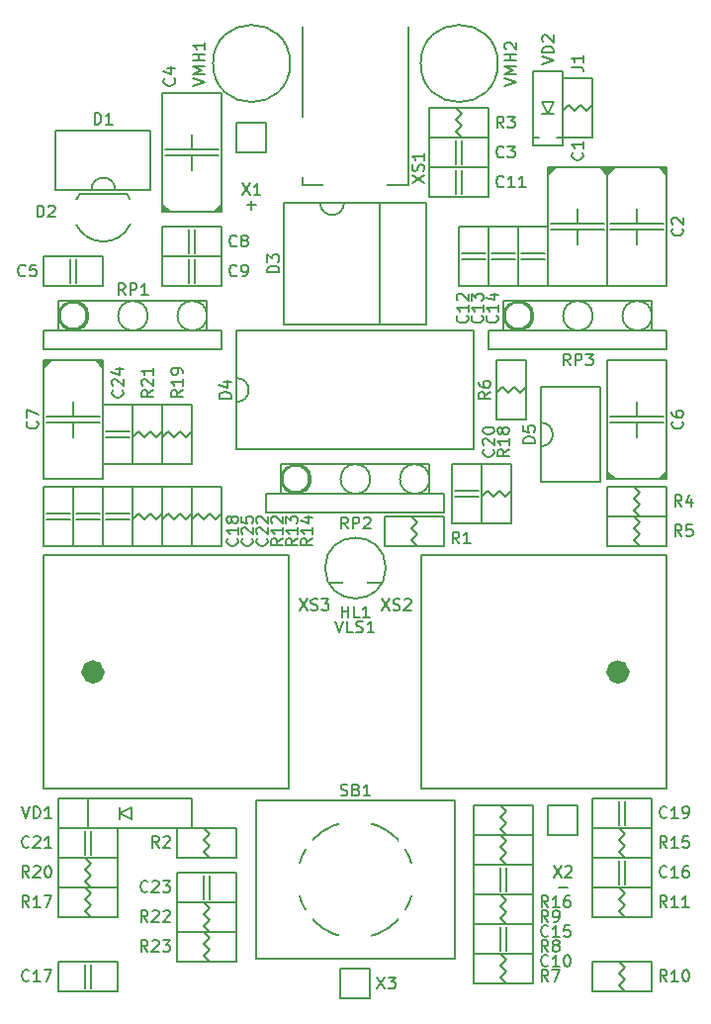
<source format=gbr>
G04 #@! TF.GenerationSoftware,KiCad,Pcbnew,5.1.12-84ad8e8a86~92~ubuntu20.04.1*
G04 #@! TF.CreationDate,2024-08-07T09:29:16+00:00*
G04 #@! TF.ProjectId,___-1.17.C-1,221a1f2d-312e-4313-972e-432d312e6b69,3C*
G04 #@! TF.SameCoordinates,Original*
G04 #@! TF.FileFunction,Legend,Top*
G04 #@! TF.FilePolarity,Positive*
%FSLAX46Y46*%
G04 Gerber Fmt 4.6, Leading zero omitted, Abs format (unit mm)*
G04 Created by KiCad (PCBNEW 5.1.12-84ad8e8a86~92~ubuntu20.04.1) date 2024-08-07 09:29:16*
%MOMM*%
%LPD*%
G01*
G04 APERTURE LIST*
%ADD10C,0.200000*%
%ADD11C,1.370000*%
%ADD12C,1.000000*%
%ADD13C,2.100000*%
%ADD14C,3.000000*%
%ADD15C,6.200000*%
%ADD16O,5.200000X3.200000*%
%ADD17O,3.200000X5.200000*%
%ADD18O,5.700000X3.200000*%
G04 APERTURE END LIST*
D10*
X122809047Y-168346428D02*
X123570952Y-168346428D01*
X96139047Y-109926428D02*
X96900952Y-109926428D01*
X96520000Y-110307380D02*
X96520000Y-109545476D01*
D11*
X101015000Y-133350000D02*
G75*
G03*
X101015000Y-133350000I-685000J0D01*
G01*
D10*
X106680000Y-133350000D02*
G75*
G03*
X106680000Y-133350000I-1270000J0D01*
G01*
X111760000Y-133350000D02*
G75*
G03*
X111760000Y-133350000I-1270000J0D01*
G01*
X99060000Y-132080000D02*
X111760000Y-132080000D01*
X97790000Y-134620000D02*
X113030000Y-134620000D01*
X97790000Y-136220000D02*
X113030000Y-136220000D01*
X99060000Y-132080000D02*
X99060000Y-134620000D01*
X111760000Y-132080000D02*
X111760000Y-134620000D01*
X97790000Y-134620000D02*
X97790000Y-136220000D01*
X113030000Y-134620000D02*
X113030000Y-136220000D01*
D11*
X81965000Y-119380000D02*
G75*
G03*
X81965000Y-119380000I-685000J0D01*
G01*
D10*
X87630000Y-119380000D02*
G75*
G03*
X87630000Y-119380000I-1270000J0D01*
G01*
X92710000Y-119380000D02*
G75*
G03*
X92710000Y-119380000I-1270000J0D01*
G01*
X80010000Y-118110000D02*
X92710000Y-118110000D01*
X78740000Y-120650000D02*
X93980000Y-120650000D01*
X78740000Y-122250000D02*
X93980000Y-122250000D01*
X80010000Y-118110000D02*
X80010000Y-120650000D01*
X92710000Y-118110000D02*
X92710000Y-120650000D01*
X78740000Y-120650000D02*
X78740000Y-122250000D01*
X93980000Y-120650000D02*
X93980000Y-122250000D01*
D11*
X120065000Y-119380000D02*
G75*
G03*
X120065000Y-119380000I-685000J0D01*
G01*
D10*
X125730000Y-119380000D02*
G75*
G03*
X125730000Y-119380000I-1270000J0D01*
G01*
X130810000Y-119380000D02*
G75*
G03*
X130810000Y-119380000I-1270000J0D01*
G01*
X118110000Y-118110000D02*
X130810000Y-118110000D01*
X116840000Y-120650000D02*
X132080000Y-120650000D01*
X116840000Y-122250000D02*
X132080000Y-122250000D01*
X118110000Y-118110000D02*
X118110000Y-120650000D01*
X130810000Y-118110000D02*
X130810000Y-120650000D01*
X116840000Y-120650000D02*
X116840000Y-122250000D01*
X132080000Y-120650000D02*
X132080000Y-122250000D01*
X85217000Y-162433000D02*
X85217000Y-161417000D01*
X86233000Y-161417000D02*
X85217000Y-161925000D01*
X86233000Y-162433000D02*
X85217000Y-161925000D01*
X86233000Y-162433000D02*
X86233000Y-161417000D01*
X80010000Y-163195000D02*
X80010000Y-160655000D01*
X91440000Y-163195000D02*
X91440000Y-160655000D01*
X91440000Y-160655000D02*
X80010000Y-160655000D01*
X91440000Y-163195000D02*
X80010000Y-163195000D01*
X82550000Y-163195000D02*
X82550000Y-160655000D01*
X110744000Y-138049000D02*
X110236000Y-138557000D01*
X110236000Y-138557000D02*
X110744000Y-139065000D01*
X110744000Y-138049000D02*
X110236000Y-137541000D01*
X110236000Y-137541000D02*
X110744000Y-137033000D01*
X110744000Y-137033000D02*
X110236000Y-136525000D01*
X113030000Y-136525000D02*
X107950000Y-136525000D01*
X113030000Y-139065000D02*
X107950000Y-139065000D01*
X107950000Y-139065000D02*
X107950000Y-136525000D01*
X113030000Y-139065000D02*
X113030000Y-136525000D01*
X113910000Y-160890000D02*
X113910000Y-174390000D01*
X96910000Y-160890000D02*
X96910000Y-174390000D01*
X96910000Y-174390000D02*
X113910000Y-174390000D01*
X96910000Y-160890000D02*
X113910000Y-160890000D01*
X110410000Y-167640000D02*
G75*
G03*
X110410000Y-167640000I-5000000J0D01*
G01*
X80010000Y-165735000D02*
X80010000Y-168275000D01*
X85090000Y-165735000D02*
X85090000Y-168275000D01*
X80010000Y-165735000D02*
X85090000Y-165735000D01*
X80010000Y-168275000D02*
X85090000Y-168275000D01*
X82296000Y-167767000D02*
X82804000Y-168275000D01*
X82804000Y-167259000D02*
X82296000Y-167767000D01*
X82296000Y-166751000D02*
X82804000Y-167259000D01*
X82804000Y-166243000D02*
X82296000Y-165735000D01*
X82296000Y-166751000D02*
X82804000Y-166243000D01*
X118364000Y-162814000D02*
X117856000Y-163322000D01*
X117856000Y-163322000D02*
X118364000Y-163830000D01*
X118364000Y-162814000D02*
X117856000Y-162306000D01*
X117856000Y-162306000D02*
X118364000Y-161798000D01*
X118364000Y-161798000D02*
X117856000Y-161290000D01*
X120650000Y-161290000D02*
X115570000Y-161290000D01*
X120650000Y-163830000D02*
X115570000Y-163830000D01*
X115570000Y-163830000D02*
X115570000Y-161290000D01*
X120650000Y-163830000D02*
X120650000Y-161290000D01*
X128016000Y-164211000D02*
X128524000Y-163703000D01*
X128524000Y-163703000D02*
X128016000Y-163195000D01*
X128016000Y-164211000D02*
X128524000Y-164719000D01*
X128524000Y-164719000D02*
X128016000Y-165227000D01*
X128016000Y-165227000D02*
X128524000Y-165735000D01*
X125730000Y-165735000D02*
X130810000Y-165735000D01*
X125730000Y-163195000D02*
X130810000Y-163195000D01*
X130810000Y-163195000D02*
X130810000Y-165735000D01*
X125730000Y-163195000D02*
X125730000Y-165735000D01*
X117856000Y-164846000D02*
X118364000Y-164338000D01*
X118364000Y-164338000D02*
X117856000Y-163830000D01*
X117856000Y-164846000D02*
X118364000Y-165354000D01*
X118364000Y-165354000D02*
X117856000Y-165862000D01*
X117856000Y-165862000D02*
X118364000Y-166370000D01*
X115570000Y-166370000D02*
X120650000Y-166370000D01*
X115570000Y-163830000D02*
X120650000Y-163830000D01*
X120650000Y-163830000D02*
X120650000Y-166370000D01*
X115570000Y-163830000D02*
X115570000Y-166370000D01*
X118364000Y-170434000D02*
X117856000Y-170942000D01*
X117856000Y-170942000D02*
X118364000Y-171450000D01*
X118364000Y-170434000D02*
X117856000Y-169926000D01*
X117856000Y-169926000D02*
X118364000Y-169418000D01*
X118364000Y-169418000D02*
X117856000Y-168910000D01*
X120650000Y-168910000D02*
X115570000Y-168910000D01*
X120650000Y-171450000D02*
X115570000Y-171450000D01*
X115570000Y-171450000D02*
X115570000Y-168910000D01*
X120650000Y-171450000D02*
X120650000Y-168910000D01*
X80010000Y-163195000D02*
X80010000Y-165735000D01*
X85090000Y-163195000D02*
X85090000Y-165735000D01*
X82296000Y-163449000D02*
X82296000Y-165481000D01*
X82804000Y-163449000D02*
X82804000Y-165481000D01*
X80010000Y-163195000D02*
X85090000Y-163195000D01*
X80010000Y-165735000D02*
X85090000Y-165735000D01*
X81280000Y-139065000D02*
X81280000Y-133985000D01*
X78740000Y-139065000D02*
X78740000Y-133985000D01*
X78994000Y-136271000D02*
X81026000Y-136271000D01*
X78994000Y-136779000D02*
X81026000Y-136779000D01*
X78740000Y-133985000D02*
X81280000Y-133985000D01*
X78740000Y-139065000D02*
X81280000Y-139065000D01*
X115570000Y-168910000D02*
X120650000Y-168910000D01*
X115570000Y-166370000D02*
X120650000Y-166370000D01*
X118364000Y-166624000D02*
X118364000Y-168656000D01*
X117856000Y-166624000D02*
X117856000Y-168656000D01*
X120650000Y-166370000D02*
X120650000Y-168910000D01*
X115570000Y-166370000D02*
X115570000Y-168910000D01*
X83820000Y-133985000D02*
X83820000Y-139065000D01*
X86360000Y-133985000D02*
X86360000Y-139065000D01*
X86106000Y-136779000D02*
X84074000Y-136779000D01*
X86106000Y-136271000D02*
X84074000Y-136271000D01*
X86360000Y-139065000D02*
X83820000Y-139065000D01*
X86360000Y-133985000D02*
X83820000Y-133985000D01*
X125730000Y-163195000D02*
X130810000Y-163195000D01*
X125730000Y-160655000D02*
X130810000Y-160655000D01*
X128524000Y-160909000D02*
X128524000Y-162941000D01*
X128016000Y-160909000D02*
X128016000Y-162941000D01*
X130810000Y-160655000D02*
X130810000Y-163195000D01*
X125730000Y-160655000D02*
X125730000Y-163195000D01*
X92964000Y-136271000D02*
X93472000Y-136779000D01*
X93472000Y-136779000D02*
X93980000Y-136271000D01*
X92964000Y-136271000D02*
X92456000Y-136779000D01*
X92456000Y-136779000D02*
X91948000Y-136271000D01*
X91948000Y-136271000D02*
X91440000Y-136779000D01*
X91440000Y-133985000D02*
X91440000Y-139065000D01*
X93980000Y-133985000D02*
X93980000Y-139065000D01*
X93980000Y-139065000D02*
X91440000Y-139065000D01*
X93980000Y-133985000D02*
X91440000Y-133985000D01*
X90424000Y-136271000D02*
X90932000Y-136779000D01*
X90932000Y-136779000D02*
X91440000Y-136271000D01*
X90424000Y-136271000D02*
X89916000Y-136779000D01*
X89916000Y-136779000D02*
X89408000Y-136271000D01*
X89408000Y-136271000D02*
X88900000Y-136779000D01*
X88900000Y-133985000D02*
X88900000Y-139065000D01*
X91440000Y-133985000D02*
X91440000Y-139065000D01*
X91440000Y-139065000D02*
X88900000Y-139065000D01*
X91440000Y-133985000D02*
X88900000Y-133985000D01*
X128016000Y-169291000D02*
X128524000Y-168783000D01*
X128524000Y-168783000D02*
X128016000Y-168275000D01*
X128016000Y-169291000D02*
X128524000Y-169799000D01*
X128524000Y-169799000D02*
X128016000Y-170307000D01*
X128016000Y-170307000D02*
X128524000Y-170815000D01*
X125730000Y-170815000D02*
X130810000Y-170815000D01*
X125730000Y-168275000D02*
X130810000Y-168275000D01*
X130810000Y-168275000D02*
X130810000Y-170815000D01*
X125730000Y-168275000D02*
X125730000Y-170815000D01*
X125730000Y-174625000D02*
X125730000Y-177165000D01*
X130810000Y-174625000D02*
X130810000Y-177165000D01*
X125730000Y-174625000D02*
X130810000Y-174625000D01*
X125730000Y-177165000D02*
X130810000Y-177165000D01*
X128016000Y-176657000D02*
X128524000Y-177165000D01*
X128524000Y-176149000D02*
X128016000Y-176657000D01*
X128016000Y-175641000D02*
X128524000Y-176149000D01*
X128524000Y-175133000D02*
X128016000Y-174625000D01*
X128016000Y-175641000D02*
X128524000Y-175133000D01*
X121920000Y-111760000D02*
X119380000Y-111760000D01*
X121920000Y-116840000D02*
X119380000Y-116840000D01*
X121666000Y-114046000D02*
X119634000Y-114046000D01*
X121666000Y-114554000D02*
X119634000Y-114554000D01*
X121920000Y-111760000D02*
X121920000Y-116840000D01*
X119380000Y-111760000D02*
X119380000Y-116840000D01*
X119380000Y-111760000D02*
X116840000Y-111760000D01*
X119380000Y-116840000D02*
X116840000Y-116840000D01*
X119126000Y-114046000D02*
X117094000Y-114046000D01*
X119126000Y-114554000D02*
X117094000Y-114554000D01*
X119380000Y-111760000D02*
X119380000Y-116840000D01*
X116840000Y-111760000D02*
X116840000Y-116840000D01*
X116840000Y-111760000D02*
X114300000Y-111760000D01*
X116840000Y-116840000D02*
X114300000Y-116840000D01*
X116586000Y-114046000D02*
X114554000Y-114046000D01*
X116586000Y-114554000D02*
X114554000Y-114554000D01*
X116840000Y-111760000D02*
X116840000Y-116840000D01*
X114300000Y-111760000D02*
X114300000Y-116840000D01*
X111760000Y-106680000D02*
X111760000Y-109220000D01*
X116840000Y-106680000D02*
X116840000Y-109220000D01*
X114046000Y-106934000D02*
X114046000Y-108966000D01*
X114554000Y-106934000D02*
X114554000Y-108966000D01*
X111760000Y-106680000D02*
X116840000Y-106680000D01*
X111760000Y-109220000D02*
X116840000Y-109220000D01*
X88900000Y-116840000D02*
X93980000Y-116840000D01*
X88900000Y-114300000D02*
X93980000Y-114300000D01*
X91694000Y-114554000D02*
X91694000Y-116586000D01*
X91186000Y-114554000D02*
X91186000Y-116586000D01*
X93980000Y-114300000D02*
X93980000Y-116840000D01*
X88900000Y-114300000D02*
X88900000Y-116840000D01*
X88900000Y-111760000D02*
X88900000Y-114300000D01*
X93980000Y-111760000D02*
X93980000Y-114300000D01*
X91186000Y-112014000D02*
X91186000Y-114046000D01*
X91694000Y-112014000D02*
X91694000Y-114046000D01*
X88900000Y-111760000D02*
X93980000Y-111760000D01*
X88900000Y-114300000D02*
X93980000Y-114300000D01*
X92456000Y-173101000D02*
X92964000Y-172593000D01*
X92964000Y-172593000D02*
X92456000Y-172085000D01*
X92456000Y-173101000D02*
X92964000Y-173609000D01*
X92964000Y-173609000D02*
X92456000Y-174117000D01*
X92456000Y-174117000D02*
X92964000Y-174625000D01*
X90170000Y-174625000D02*
X95250000Y-174625000D01*
X90170000Y-172085000D02*
X95250000Y-172085000D01*
X95250000Y-172085000D02*
X95250000Y-174625000D01*
X90170000Y-172085000D02*
X90170000Y-174625000D01*
X120650000Y-176530000D02*
X120650000Y-173990000D01*
X115570000Y-176530000D02*
X115570000Y-173990000D01*
X120650000Y-176530000D02*
X115570000Y-176530000D01*
X120650000Y-173990000D02*
X115570000Y-173990000D01*
X118364000Y-174498000D02*
X117856000Y-173990000D01*
X117856000Y-175006000D02*
X118364000Y-174498000D01*
X118364000Y-175514000D02*
X117856000Y-175006000D01*
X117856000Y-176022000D02*
X118364000Y-176530000D01*
X118364000Y-175514000D02*
X117856000Y-176022000D01*
X90170000Y-163195000D02*
X90170000Y-165735000D01*
X95250000Y-163195000D02*
X95250000Y-165735000D01*
X90170000Y-163195000D02*
X95250000Y-163195000D01*
X90170000Y-165735000D02*
X95250000Y-165735000D01*
X92456000Y-165227000D02*
X92964000Y-165735000D01*
X92964000Y-164719000D02*
X92456000Y-165227000D01*
X92456000Y-164211000D02*
X92964000Y-164719000D01*
X92964000Y-163703000D02*
X92456000Y-163195000D01*
X92456000Y-164211000D02*
X92964000Y-163703000D01*
X124714000Y-101346000D02*
X125222000Y-101854000D01*
X125222000Y-101854000D02*
X125730000Y-101346000D01*
X124714000Y-101346000D02*
X124206000Y-101854000D01*
X124206000Y-101854000D02*
X123698000Y-101346000D01*
X123698000Y-101346000D02*
X123190000Y-101854000D01*
X123190000Y-99060000D02*
X123190000Y-104140000D01*
X125730000Y-99060000D02*
X125730000Y-104140000D01*
X125730000Y-104140000D02*
X123190000Y-104140000D01*
X125730000Y-99060000D02*
X123190000Y-99060000D01*
X129540000Y-112014000D02*
X129540000Y-113284000D01*
X129540000Y-110236000D02*
X129540000Y-111506000D01*
G36*
X131445000Y-106680000D02*
G01*
X132080000Y-106680000D01*
X132080000Y-107315000D01*
X131445000Y-106680000D01*
G37*
X131445000Y-106680000D02*
X132080000Y-106680000D01*
X132080000Y-107315000D01*
X131445000Y-106680000D01*
G36*
X127000000Y-107315000D02*
G01*
X127000000Y-106680000D01*
X127635000Y-106680000D01*
X127000000Y-107315000D01*
G37*
X127000000Y-107315000D02*
X127000000Y-106680000D01*
X127635000Y-106680000D01*
X127000000Y-107315000D01*
X132080000Y-106680000D02*
X127000000Y-106680000D01*
X131826000Y-111506000D02*
X127254000Y-111506000D01*
X131826000Y-112014000D02*
X127254000Y-112014000D01*
X132080000Y-116840000D02*
X127000000Y-116840000D01*
X132080000Y-106680000D02*
X132080000Y-116840000D01*
X127000000Y-106680000D02*
X127000000Y-116840000D01*
X114046000Y-102616000D02*
X114554000Y-102108000D01*
X114554000Y-102108000D02*
X114046000Y-101600000D01*
X114046000Y-102616000D02*
X114554000Y-103124000D01*
X114554000Y-103124000D02*
X114046000Y-103632000D01*
X114046000Y-103632000D02*
X114554000Y-104140000D01*
X111760000Y-104140000D02*
X116840000Y-104140000D01*
X111760000Y-101600000D02*
X116840000Y-101600000D01*
X116840000Y-101600000D02*
X116840000Y-104140000D01*
X111760000Y-101600000D02*
X111760000Y-104140000D01*
X129794000Y-138049000D02*
X129286000Y-138557000D01*
X129286000Y-138557000D02*
X129794000Y-139065000D01*
X129794000Y-138049000D02*
X129286000Y-137541000D01*
X129286000Y-137541000D02*
X129794000Y-137033000D01*
X129794000Y-137033000D02*
X129286000Y-136525000D01*
X132080000Y-136525000D02*
X127000000Y-136525000D01*
X132080000Y-139065000D02*
X127000000Y-139065000D01*
X127000000Y-139065000D02*
X127000000Y-136525000D01*
X132080000Y-139065000D02*
X132080000Y-136525000D01*
X132080000Y-136525000D02*
X132080000Y-133985000D01*
X127000000Y-136525000D02*
X127000000Y-133985000D01*
X132080000Y-136525000D02*
X127000000Y-136525000D01*
X132080000Y-133985000D02*
X127000000Y-133985000D01*
X129794000Y-134493000D02*
X129286000Y-133985000D01*
X129286000Y-135001000D02*
X129794000Y-134493000D01*
X129794000Y-135509000D02*
X129286000Y-135001000D01*
X129286000Y-136017000D02*
X129794000Y-136525000D01*
X129794000Y-135509000D02*
X129286000Y-136017000D01*
X83820000Y-116840000D02*
X83820000Y-114300000D01*
X78740000Y-116840000D02*
X78740000Y-114300000D01*
X81534000Y-116586000D02*
X81534000Y-114554000D01*
X81026000Y-116586000D02*
X81026000Y-114554000D01*
X83820000Y-116840000D02*
X78740000Y-116840000D01*
X83820000Y-114300000D02*
X78740000Y-114300000D01*
X116840000Y-104140000D02*
X111760000Y-104140000D01*
X116840000Y-106680000D02*
X111760000Y-106680000D01*
X114046000Y-106426000D02*
X114046000Y-104394000D01*
X114554000Y-106426000D02*
X114554000Y-104394000D01*
X111760000Y-106680000D02*
X111760000Y-104140000D01*
X116840000Y-106680000D02*
X116840000Y-104140000D01*
X87884000Y-108585000D02*
X87884000Y-103505000D01*
X79756000Y-103505000D02*
X87884000Y-103505000D01*
X79756000Y-108585000D02*
X79756000Y-103505000D01*
X87884000Y-108585000D02*
X79756000Y-108585000D01*
X84836000Y-108585000D02*
G75*
G03*
X82804000Y-108585000I-1016000J0D01*
G01*
X85851250Y-108965000D02*
X81788750Y-108965000D01*
X85851250Y-108965000D02*
G75*
G02*
X81788750Y-108965000I-2031250J-1525000D01*
G01*
X95250000Y-130810000D02*
X115570000Y-130810000D01*
X115570000Y-130810000D02*
X115570000Y-120650000D01*
X95250000Y-130810000D02*
X95250000Y-120650000D01*
X95250000Y-120650000D02*
X115570000Y-120650000D01*
X95250000Y-126746000D02*
G75*
G03*
X95250000Y-124714000I0J1016000D01*
G01*
X107506000Y-109728000D02*
X107506000Y-120142000D01*
X99314000Y-109728000D02*
X111506000Y-109728000D01*
X111506000Y-109728000D02*
X111506000Y-120142000D01*
X111506000Y-120142000D02*
X99314000Y-120142000D01*
X99314000Y-109728000D02*
X99314000Y-120142000D01*
X102394000Y-109728000D02*
G75*
G03*
X104426000Y-109728000I1016000J0D01*
G01*
X93980000Y-110490000D02*
X93980000Y-100330000D01*
X88900000Y-110490000D02*
X88900000Y-100330000D01*
X88900000Y-100330000D02*
X93980000Y-100330000D01*
X89154000Y-105156000D02*
X93726000Y-105156000D01*
X89154000Y-105664000D02*
X93726000Y-105664000D01*
X88900000Y-110490000D02*
X93980000Y-110490000D01*
G36*
X93980000Y-109855000D02*
G01*
X93980000Y-110490000D01*
X93345000Y-110490000D01*
X93980000Y-109855000D01*
G37*
X93980000Y-109855000D02*
X93980000Y-110490000D01*
X93345000Y-110490000D01*
X93980000Y-109855000D01*
G36*
X89535000Y-110490000D02*
G01*
X88900000Y-110490000D01*
X88900000Y-109855000D01*
X89535000Y-110490000D01*
G37*
X89535000Y-110490000D02*
X88900000Y-110490000D01*
X88900000Y-109855000D01*
X89535000Y-110490000D01*
X91440000Y-106934000D02*
X91440000Y-105664000D01*
X91440000Y-105156000D02*
X91440000Y-103886000D01*
X121920000Y-106680000D02*
X121920000Y-116840000D01*
X127000000Y-106680000D02*
X127000000Y-116840000D01*
X127000000Y-116840000D02*
X121920000Y-116840000D01*
X126746000Y-112014000D02*
X122174000Y-112014000D01*
X126746000Y-111506000D02*
X122174000Y-111506000D01*
X127000000Y-106680000D02*
X121920000Y-106680000D01*
G36*
X121920000Y-107315000D02*
G01*
X121920000Y-106680000D01*
X122555000Y-106680000D01*
X121920000Y-107315000D01*
G37*
X121920000Y-107315000D02*
X121920000Y-106680000D01*
X122555000Y-106680000D01*
X121920000Y-107315000D01*
G36*
X126365000Y-106680000D02*
G01*
X127000000Y-106680000D01*
X127000000Y-107315000D01*
X126365000Y-106680000D01*
G37*
X126365000Y-106680000D02*
X127000000Y-106680000D01*
X127000000Y-107315000D01*
X126365000Y-106680000D01*
X124460000Y-110236000D02*
X124460000Y-111506000D01*
X124460000Y-112014000D02*
X124460000Y-113284000D01*
X81280000Y-128524000D02*
X81280000Y-129794000D01*
X81280000Y-126746000D02*
X81280000Y-128016000D01*
G36*
X83185000Y-123190000D02*
G01*
X83820000Y-123190000D01*
X83820000Y-123825000D01*
X83185000Y-123190000D01*
G37*
X83185000Y-123190000D02*
X83820000Y-123190000D01*
X83820000Y-123825000D01*
X83185000Y-123190000D01*
G36*
X78740000Y-123825000D02*
G01*
X78740000Y-123190000D01*
X79375000Y-123190000D01*
X78740000Y-123825000D01*
G37*
X78740000Y-123825000D02*
X78740000Y-123190000D01*
X79375000Y-123190000D01*
X78740000Y-123825000D01*
X83820000Y-123190000D02*
X78740000Y-123190000D01*
X83566000Y-128016000D02*
X78994000Y-128016000D01*
X83566000Y-128524000D02*
X78994000Y-128524000D01*
X83820000Y-133350000D02*
X78740000Y-133350000D01*
X83820000Y-123190000D02*
X83820000Y-133350000D01*
X78740000Y-123190000D02*
X78740000Y-133350000D01*
X132080000Y-133350000D02*
X132080000Y-123190000D01*
X127000000Y-133350000D02*
X127000000Y-123190000D01*
X127000000Y-123190000D02*
X132080000Y-123190000D01*
X127254000Y-128016000D02*
X131826000Y-128016000D01*
X127254000Y-128524000D02*
X131826000Y-128524000D01*
X127000000Y-133350000D02*
X132080000Y-133350000D01*
G36*
X132080000Y-132715000D02*
G01*
X132080000Y-133350000D01*
X131445000Y-133350000D01*
X132080000Y-132715000D01*
G37*
X132080000Y-132715000D02*
X132080000Y-133350000D01*
X131445000Y-133350000D01*
X132080000Y-132715000D01*
G36*
X127635000Y-133350000D02*
G01*
X127000000Y-133350000D01*
X127000000Y-132715000D01*
X127635000Y-133350000D01*
G37*
X127635000Y-133350000D02*
X127000000Y-133350000D01*
X127000000Y-132715000D01*
X127635000Y-133350000D01*
X129540000Y-129794000D02*
X129540000Y-128524000D01*
X129540000Y-128016000D02*
X129540000Y-126746000D01*
X120650000Y-98425000D02*
X123190000Y-98425000D01*
X123190000Y-104140000D02*
X122682000Y-104140000D01*
X123190000Y-104775000D02*
X120650000Y-104775000D01*
X123190000Y-98425000D02*
X123190000Y-104775000D01*
X120650000Y-98425000D02*
X120650000Y-104775000D01*
X121920000Y-102108000D02*
X122428000Y-101092000D01*
X121412000Y-101092000D02*
X121920000Y-102108000D01*
X122428000Y-101092000D02*
X121412000Y-101092000D01*
X122428000Y-102108000D02*
X121412000Y-102108000D01*
X121158000Y-104140000D02*
X120650000Y-104140000D01*
X117602000Y-97790000D02*
G75*
G03*
X117602000Y-97790000I-3302000J0D01*
G01*
X99822000Y-97790000D02*
G75*
G03*
X99822000Y-97790000I-3302000J0D01*
G01*
X95250000Y-102870000D02*
X97790000Y-102870000D01*
X95250000Y-105410000D02*
X97790000Y-105410000D01*
X95250000Y-102870000D02*
X95250000Y-105410000D01*
X97790000Y-102870000D02*
X97790000Y-105410000D01*
X124460000Y-161290000D02*
X124460000Y-163830000D01*
X121920000Y-161290000D02*
X121920000Y-163830000D01*
X121920000Y-163830000D02*
X124460000Y-163830000D01*
X121920000Y-161290000D02*
X124460000Y-161290000D01*
X104140000Y-175260000D02*
X106680000Y-175260000D01*
X104140000Y-177800000D02*
X106680000Y-177800000D01*
X104140000Y-175260000D02*
X104140000Y-177800000D01*
X106680000Y-175260000D02*
X106680000Y-177800000D01*
X108010000Y-140970000D02*
G75*
G03*
X108010000Y-140970000I-2600000J0D01*
G01*
X103187500Y-142240000D02*
X107632500Y-142240000D01*
X100910000Y-108180000D02*
X100910000Y-94615000D01*
X109910000Y-108180000D02*
X109910000Y-94615000D01*
X109910000Y-108180000D02*
X100910000Y-108180000D01*
D12*
X83440000Y-149860000D02*
G75*
G03*
X83440000Y-149860000I-500000J0D01*
G01*
D10*
X99740000Y-159860000D02*
X78740000Y-159860000D01*
X99740000Y-139860000D02*
X78740000Y-139860000D01*
X99740000Y-139860000D02*
X99740000Y-159860000D01*
X78740000Y-139860000D02*
X78740000Y-159860000D01*
D12*
X128380000Y-149860000D02*
G75*
G03*
X128380000Y-149860000I-500000J0D01*
G01*
D10*
X111080000Y-139860000D02*
X132080000Y-139860000D01*
X111080000Y-159860000D02*
X132080000Y-159860000D01*
X111080000Y-159860000D02*
X111080000Y-139860000D01*
X132080000Y-159860000D02*
X132080000Y-139860000D01*
X82804000Y-169799000D02*
X82296000Y-170307000D01*
X82296000Y-170307000D02*
X82804000Y-170815000D01*
X82804000Y-169799000D02*
X82296000Y-169291000D01*
X82296000Y-169291000D02*
X82804000Y-168783000D01*
X82804000Y-168783000D02*
X82296000Y-168275000D01*
X85090000Y-168275000D02*
X80010000Y-168275000D01*
X85090000Y-170815000D02*
X80010000Y-170815000D01*
X80010000Y-170815000D02*
X80010000Y-168275000D01*
X85090000Y-170815000D02*
X85090000Y-168275000D01*
X86360000Y-132080000D02*
X88900000Y-132080000D01*
X86360000Y-127000000D02*
X88900000Y-127000000D01*
X86360000Y-132080000D02*
X86360000Y-127000000D01*
X88900000Y-132080000D02*
X88900000Y-127000000D01*
X88392000Y-129794000D02*
X88900000Y-129286000D01*
X87884000Y-129286000D02*
X88392000Y-129794000D01*
X87376000Y-129794000D02*
X87884000Y-129286000D01*
X86868000Y-129286000D02*
X86360000Y-129794000D01*
X87376000Y-129794000D02*
X86868000Y-129286000D01*
X117221000Y-134874000D02*
X116713000Y-134366000D01*
X116713000Y-134366000D02*
X116205000Y-134874000D01*
X117221000Y-134874000D02*
X117729000Y-134366000D01*
X117729000Y-134366000D02*
X118237000Y-134874000D01*
X118237000Y-134874000D02*
X118745000Y-134366000D01*
X118745000Y-137160000D02*
X118745000Y-132080000D01*
X116205000Y-137160000D02*
X116205000Y-132080000D01*
X116205000Y-132080000D02*
X118745000Y-132080000D01*
X116205000Y-137160000D02*
X118745000Y-137160000D01*
X90170000Y-169545000D02*
X90170000Y-172085000D01*
X95250000Y-169545000D02*
X95250000Y-172085000D01*
X90170000Y-169545000D02*
X95250000Y-169545000D01*
X90170000Y-172085000D02*
X95250000Y-172085000D01*
X92456000Y-171577000D02*
X92964000Y-172085000D01*
X92964000Y-171069000D02*
X92456000Y-171577000D01*
X92456000Y-170561000D02*
X92964000Y-171069000D01*
X92964000Y-170053000D02*
X92456000Y-169545000D01*
X92456000Y-170561000D02*
X92964000Y-170053000D01*
X118999000Y-125476000D02*
X119507000Y-125984000D01*
X119507000Y-125984000D02*
X120015000Y-125476000D01*
X118999000Y-125476000D02*
X118491000Y-125984000D01*
X118491000Y-125984000D02*
X117983000Y-125476000D01*
X117983000Y-125476000D02*
X117475000Y-125984000D01*
X117475000Y-123190000D02*
X117475000Y-128270000D01*
X120015000Y-123190000D02*
X120015000Y-128270000D01*
X120015000Y-128270000D02*
X117475000Y-128270000D01*
X120015000Y-123190000D02*
X117475000Y-123190000D01*
X121285000Y-133604000D02*
X126365000Y-133604000D01*
X126365000Y-125476000D02*
X126365000Y-133604000D01*
X121285000Y-125476000D02*
X126365000Y-125476000D01*
X121285000Y-133604000D02*
X121285000Y-125476000D01*
X121285000Y-130556000D02*
G75*
G03*
X121285000Y-128524000I0J1016000D01*
G01*
X89916000Y-129794000D02*
X89408000Y-129286000D01*
X89408000Y-129286000D02*
X88900000Y-129794000D01*
X89916000Y-129794000D02*
X90424000Y-129286000D01*
X90424000Y-129286000D02*
X90932000Y-129794000D01*
X90932000Y-129794000D02*
X91440000Y-129286000D01*
X91440000Y-132080000D02*
X91440000Y-127000000D01*
X88900000Y-132080000D02*
X88900000Y-127000000D01*
X88900000Y-127000000D02*
X91440000Y-127000000D01*
X88900000Y-132080000D02*
X91440000Y-132080000D01*
X87884000Y-136271000D02*
X88392000Y-136779000D01*
X88392000Y-136779000D02*
X88900000Y-136271000D01*
X87884000Y-136271000D02*
X87376000Y-136779000D01*
X87376000Y-136779000D02*
X86868000Y-136271000D01*
X86868000Y-136271000D02*
X86360000Y-136779000D01*
X86360000Y-133985000D02*
X86360000Y-139065000D01*
X88900000Y-133985000D02*
X88900000Y-139065000D01*
X88900000Y-139065000D02*
X86360000Y-139065000D01*
X88900000Y-133985000D02*
X86360000Y-133985000D01*
X115570000Y-171450000D02*
X115570000Y-173990000D01*
X120650000Y-171450000D02*
X120650000Y-173990000D01*
X117856000Y-171704000D02*
X117856000Y-173736000D01*
X118364000Y-171704000D02*
X118364000Y-173736000D01*
X115570000Y-171450000D02*
X120650000Y-171450000D01*
X115570000Y-173990000D02*
X120650000Y-173990000D01*
X116205000Y-137160000D02*
X116205000Y-132080000D01*
X113665000Y-137160000D02*
X113665000Y-132080000D01*
X113919000Y-134366000D02*
X115951000Y-134366000D01*
X113919000Y-134874000D02*
X115951000Y-134874000D01*
X113665000Y-132080000D02*
X116205000Y-132080000D01*
X113665000Y-137160000D02*
X116205000Y-137160000D01*
X90170000Y-167005000D02*
X90170000Y-169545000D01*
X95250000Y-167005000D02*
X95250000Y-169545000D01*
X92456000Y-167259000D02*
X92456000Y-169291000D01*
X92964000Y-167259000D02*
X92964000Y-169291000D01*
X90170000Y-167005000D02*
X95250000Y-167005000D01*
X90170000Y-169545000D02*
X95250000Y-169545000D01*
X81280000Y-133985000D02*
X81280000Y-139065000D01*
X83820000Y-133985000D02*
X83820000Y-139065000D01*
X83566000Y-136779000D02*
X81534000Y-136779000D01*
X83566000Y-136271000D02*
X81534000Y-136271000D01*
X83820000Y-139065000D02*
X81280000Y-139065000D01*
X83820000Y-133985000D02*
X81280000Y-133985000D01*
X125730000Y-165735000D02*
X125730000Y-168275000D01*
X130810000Y-165735000D02*
X130810000Y-168275000D01*
X128016000Y-165989000D02*
X128016000Y-168021000D01*
X128524000Y-165989000D02*
X128524000Y-168021000D01*
X125730000Y-165735000D02*
X130810000Y-165735000D01*
X125730000Y-168275000D02*
X130810000Y-168275000D01*
X86360000Y-127000000D02*
X83820000Y-127000000D01*
X86360000Y-132080000D02*
X83820000Y-132080000D01*
X86106000Y-129286000D02*
X84074000Y-129286000D01*
X86106000Y-129794000D02*
X84074000Y-129794000D01*
X86360000Y-127000000D02*
X86360000Y-132080000D01*
X83820000Y-127000000D02*
X83820000Y-132080000D01*
X85090000Y-177165000D02*
X85090000Y-174625000D01*
X80010000Y-177165000D02*
X80010000Y-174625000D01*
X82804000Y-176911000D02*
X82804000Y-174879000D01*
X82296000Y-176911000D02*
X82296000Y-174879000D01*
X85090000Y-177165000D02*
X80010000Y-177165000D01*
X85090000Y-174625000D02*
X80010000Y-174625000D01*
X104743333Y-137612380D02*
X104410000Y-137136190D01*
X104171904Y-137612380D02*
X104171904Y-136612380D01*
X104552857Y-136612380D01*
X104648095Y-136660000D01*
X104695714Y-136707619D01*
X104743333Y-136802857D01*
X104743333Y-136945714D01*
X104695714Y-137040952D01*
X104648095Y-137088571D01*
X104552857Y-137136190D01*
X104171904Y-137136190D01*
X105171904Y-137612380D02*
X105171904Y-136612380D01*
X105552857Y-136612380D01*
X105648095Y-136660000D01*
X105695714Y-136707619D01*
X105743333Y-136802857D01*
X105743333Y-136945714D01*
X105695714Y-137040952D01*
X105648095Y-137088571D01*
X105552857Y-137136190D01*
X105171904Y-137136190D01*
X106124285Y-136707619D02*
X106171904Y-136660000D01*
X106267142Y-136612380D01*
X106505238Y-136612380D01*
X106600476Y-136660000D01*
X106648095Y-136707619D01*
X106695714Y-136802857D01*
X106695714Y-136898095D01*
X106648095Y-137040952D01*
X106076666Y-137612380D01*
X106695714Y-137612380D01*
X85693333Y-117609880D02*
X85360000Y-117133690D01*
X85121904Y-117609880D02*
X85121904Y-116609880D01*
X85502857Y-116609880D01*
X85598095Y-116657500D01*
X85645714Y-116705119D01*
X85693333Y-116800357D01*
X85693333Y-116943214D01*
X85645714Y-117038452D01*
X85598095Y-117086071D01*
X85502857Y-117133690D01*
X85121904Y-117133690D01*
X86121904Y-117609880D02*
X86121904Y-116609880D01*
X86502857Y-116609880D01*
X86598095Y-116657500D01*
X86645714Y-116705119D01*
X86693333Y-116800357D01*
X86693333Y-116943214D01*
X86645714Y-117038452D01*
X86598095Y-117086071D01*
X86502857Y-117133690D01*
X86121904Y-117133690D01*
X87645714Y-117609880D02*
X87074285Y-117609880D01*
X87360000Y-117609880D02*
X87360000Y-116609880D01*
X87264761Y-116752738D01*
X87169523Y-116847976D01*
X87074285Y-116895595D01*
X123793333Y-123642380D02*
X123460000Y-123166190D01*
X123221904Y-123642380D02*
X123221904Y-122642380D01*
X123602857Y-122642380D01*
X123698095Y-122690000D01*
X123745714Y-122737619D01*
X123793333Y-122832857D01*
X123793333Y-122975714D01*
X123745714Y-123070952D01*
X123698095Y-123118571D01*
X123602857Y-123166190D01*
X123221904Y-123166190D01*
X124221904Y-123642380D02*
X124221904Y-122642380D01*
X124602857Y-122642380D01*
X124698095Y-122690000D01*
X124745714Y-122737619D01*
X124793333Y-122832857D01*
X124793333Y-122975714D01*
X124745714Y-123070952D01*
X124698095Y-123118571D01*
X124602857Y-123166190D01*
X124221904Y-123166190D01*
X125126666Y-122642380D02*
X125745714Y-122642380D01*
X125412380Y-123023333D01*
X125555238Y-123023333D01*
X125650476Y-123070952D01*
X125698095Y-123118571D01*
X125745714Y-123213809D01*
X125745714Y-123451904D01*
X125698095Y-123547142D01*
X125650476Y-123594761D01*
X125555238Y-123642380D01*
X125269523Y-123642380D01*
X125174285Y-123594761D01*
X125126666Y-123547142D01*
X76848214Y-161377380D02*
X77181547Y-162377380D01*
X77514880Y-161377380D01*
X77848214Y-162377380D02*
X77848214Y-161377380D01*
X78086309Y-161377380D01*
X78229166Y-161425000D01*
X78324404Y-161520238D01*
X78372023Y-161615476D01*
X78419642Y-161805952D01*
X78419642Y-161948809D01*
X78372023Y-162139285D01*
X78324404Y-162234523D01*
X78229166Y-162329761D01*
X78086309Y-162377380D01*
X77848214Y-162377380D01*
X79372023Y-162377380D02*
X78800595Y-162377380D01*
X79086309Y-162377380D02*
X79086309Y-161377380D01*
X78991071Y-161520238D01*
X78895833Y-161615476D01*
X78800595Y-161663095D01*
X114287023Y-138882380D02*
X113953690Y-138406190D01*
X113715595Y-138882380D02*
X113715595Y-137882380D01*
X114096547Y-137882380D01*
X114191785Y-137930000D01*
X114239404Y-137977619D01*
X114287023Y-138072857D01*
X114287023Y-138215714D01*
X114239404Y-138310952D01*
X114191785Y-138358571D01*
X114096547Y-138406190D01*
X113715595Y-138406190D01*
X115239404Y-138882380D02*
X114667976Y-138882380D01*
X114953690Y-138882380D02*
X114953690Y-137882380D01*
X114858452Y-138025238D01*
X114763214Y-138120476D01*
X114667976Y-138168095D01*
X104148095Y-160424761D02*
X104290952Y-160472380D01*
X104529047Y-160472380D01*
X104624285Y-160424761D01*
X104671904Y-160377142D01*
X104719523Y-160281904D01*
X104719523Y-160186666D01*
X104671904Y-160091428D01*
X104624285Y-160043809D01*
X104529047Y-159996190D01*
X104338571Y-159948571D01*
X104243333Y-159900952D01*
X104195714Y-159853333D01*
X104148095Y-159758095D01*
X104148095Y-159662857D01*
X104195714Y-159567619D01*
X104243333Y-159520000D01*
X104338571Y-159472380D01*
X104576666Y-159472380D01*
X104719523Y-159520000D01*
X105481428Y-159948571D02*
X105624285Y-159996190D01*
X105671904Y-160043809D01*
X105719523Y-160139047D01*
X105719523Y-160281904D01*
X105671904Y-160377142D01*
X105624285Y-160424761D01*
X105529047Y-160472380D01*
X105148095Y-160472380D01*
X105148095Y-159472380D01*
X105481428Y-159472380D01*
X105576666Y-159520000D01*
X105624285Y-159567619D01*
X105671904Y-159662857D01*
X105671904Y-159758095D01*
X105624285Y-159853333D01*
X105576666Y-159900952D01*
X105481428Y-159948571D01*
X105148095Y-159948571D01*
X106671904Y-160472380D02*
X106100476Y-160472380D01*
X106386190Y-160472380D02*
X106386190Y-159472380D01*
X106290952Y-159615238D01*
X106195714Y-159710476D01*
X106100476Y-159758095D01*
X77467261Y-167457380D02*
X77133928Y-166981190D01*
X76895833Y-167457380D02*
X76895833Y-166457380D01*
X77276785Y-166457380D01*
X77372023Y-166505000D01*
X77419642Y-166552619D01*
X77467261Y-166647857D01*
X77467261Y-166790714D01*
X77419642Y-166885952D01*
X77372023Y-166933571D01*
X77276785Y-166981190D01*
X76895833Y-166981190D01*
X77848214Y-166552619D02*
X77895833Y-166505000D01*
X77991071Y-166457380D01*
X78229166Y-166457380D01*
X78324404Y-166505000D01*
X78372023Y-166552619D01*
X78419642Y-166647857D01*
X78419642Y-166743095D01*
X78372023Y-166885952D01*
X77800595Y-167457380D01*
X78419642Y-167457380D01*
X79038690Y-166457380D02*
X79133928Y-166457380D01*
X79229166Y-166505000D01*
X79276785Y-166552619D01*
X79324404Y-166647857D01*
X79372023Y-166838333D01*
X79372023Y-167076428D01*
X79324404Y-167266904D01*
X79276785Y-167362142D01*
X79229166Y-167409761D01*
X79133928Y-167457380D01*
X79038690Y-167457380D01*
X78943452Y-167409761D01*
X78895833Y-167362142D01*
X78848214Y-167266904D01*
X78800595Y-167076428D01*
X78800595Y-166838333D01*
X78848214Y-166647857D01*
X78895833Y-166552619D01*
X78943452Y-166505000D01*
X79038690Y-166457380D01*
X121907023Y-169997380D02*
X121573690Y-169521190D01*
X121335595Y-169997380D02*
X121335595Y-168997380D01*
X121716547Y-168997380D01*
X121811785Y-169045000D01*
X121859404Y-169092619D01*
X121907023Y-169187857D01*
X121907023Y-169330714D01*
X121859404Y-169425952D01*
X121811785Y-169473571D01*
X121716547Y-169521190D01*
X121335595Y-169521190D01*
X122859404Y-169997380D02*
X122287976Y-169997380D01*
X122573690Y-169997380D02*
X122573690Y-168997380D01*
X122478452Y-169140238D01*
X122383214Y-169235476D01*
X122287976Y-169283095D01*
X123716547Y-168997380D02*
X123526071Y-168997380D01*
X123430833Y-169045000D01*
X123383214Y-169092619D01*
X123287976Y-169235476D01*
X123240357Y-169425952D01*
X123240357Y-169806904D01*
X123287976Y-169902142D01*
X123335595Y-169949761D01*
X123430833Y-169997380D01*
X123621309Y-169997380D01*
X123716547Y-169949761D01*
X123764166Y-169902142D01*
X123811785Y-169806904D01*
X123811785Y-169568809D01*
X123764166Y-169473571D01*
X123716547Y-169425952D01*
X123621309Y-169378333D01*
X123430833Y-169378333D01*
X123335595Y-169425952D01*
X123287976Y-169473571D01*
X123240357Y-169568809D01*
X132067023Y-164917380D02*
X131733690Y-164441190D01*
X131495595Y-164917380D02*
X131495595Y-163917380D01*
X131876547Y-163917380D01*
X131971785Y-163965000D01*
X132019404Y-164012619D01*
X132067023Y-164107857D01*
X132067023Y-164250714D01*
X132019404Y-164345952D01*
X131971785Y-164393571D01*
X131876547Y-164441190D01*
X131495595Y-164441190D01*
X133019404Y-164917380D02*
X132447976Y-164917380D01*
X132733690Y-164917380D02*
X132733690Y-163917380D01*
X132638452Y-164060238D01*
X132543214Y-164155476D01*
X132447976Y-164203095D01*
X133924166Y-163917380D02*
X133447976Y-163917380D01*
X133400357Y-164393571D01*
X133447976Y-164345952D01*
X133543214Y-164298333D01*
X133781309Y-164298333D01*
X133876547Y-164345952D01*
X133924166Y-164393571D01*
X133971785Y-164488809D01*
X133971785Y-164726904D01*
X133924166Y-164822142D01*
X133876547Y-164869761D01*
X133781309Y-164917380D01*
X133543214Y-164917380D01*
X133447976Y-164869761D01*
X133400357Y-164822142D01*
X121907023Y-171267380D02*
X121573690Y-170791190D01*
X121335595Y-171267380D02*
X121335595Y-170267380D01*
X121716547Y-170267380D01*
X121811785Y-170315000D01*
X121859404Y-170362619D01*
X121907023Y-170457857D01*
X121907023Y-170600714D01*
X121859404Y-170695952D01*
X121811785Y-170743571D01*
X121716547Y-170791190D01*
X121335595Y-170791190D01*
X122383214Y-171267380D02*
X122573690Y-171267380D01*
X122668928Y-171219761D01*
X122716547Y-171172142D01*
X122811785Y-171029285D01*
X122859404Y-170838809D01*
X122859404Y-170457857D01*
X122811785Y-170362619D01*
X122764166Y-170315000D01*
X122668928Y-170267380D01*
X122478452Y-170267380D01*
X122383214Y-170315000D01*
X122335595Y-170362619D01*
X122287976Y-170457857D01*
X122287976Y-170695952D01*
X122335595Y-170791190D01*
X122383214Y-170838809D01*
X122478452Y-170886428D01*
X122668928Y-170886428D01*
X122764166Y-170838809D01*
X122811785Y-170791190D01*
X122859404Y-170695952D01*
X121907023Y-173807380D02*
X121573690Y-173331190D01*
X121335595Y-173807380D02*
X121335595Y-172807380D01*
X121716547Y-172807380D01*
X121811785Y-172855000D01*
X121859404Y-172902619D01*
X121907023Y-172997857D01*
X121907023Y-173140714D01*
X121859404Y-173235952D01*
X121811785Y-173283571D01*
X121716547Y-173331190D01*
X121335595Y-173331190D01*
X122478452Y-173235952D02*
X122383214Y-173188333D01*
X122335595Y-173140714D01*
X122287976Y-173045476D01*
X122287976Y-172997857D01*
X122335595Y-172902619D01*
X122383214Y-172855000D01*
X122478452Y-172807380D01*
X122668928Y-172807380D01*
X122764166Y-172855000D01*
X122811785Y-172902619D01*
X122859404Y-172997857D01*
X122859404Y-173045476D01*
X122811785Y-173140714D01*
X122764166Y-173188333D01*
X122668928Y-173235952D01*
X122478452Y-173235952D01*
X122383214Y-173283571D01*
X122335595Y-173331190D01*
X122287976Y-173426428D01*
X122287976Y-173616904D01*
X122335595Y-173712142D01*
X122383214Y-173759761D01*
X122478452Y-173807380D01*
X122668928Y-173807380D01*
X122764166Y-173759761D01*
X122811785Y-173712142D01*
X122859404Y-173616904D01*
X122859404Y-173426428D01*
X122811785Y-173331190D01*
X122764166Y-173283571D01*
X122668928Y-173235952D01*
X77467261Y-164822142D02*
X77419642Y-164869761D01*
X77276785Y-164917380D01*
X77181547Y-164917380D01*
X77038690Y-164869761D01*
X76943452Y-164774523D01*
X76895833Y-164679285D01*
X76848214Y-164488809D01*
X76848214Y-164345952D01*
X76895833Y-164155476D01*
X76943452Y-164060238D01*
X77038690Y-163965000D01*
X77181547Y-163917380D01*
X77276785Y-163917380D01*
X77419642Y-163965000D01*
X77467261Y-164012619D01*
X77848214Y-164012619D02*
X77895833Y-163965000D01*
X77991071Y-163917380D01*
X78229166Y-163917380D01*
X78324404Y-163965000D01*
X78372023Y-164012619D01*
X78419642Y-164107857D01*
X78419642Y-164203095D01*
X78372023Y-164345952D01*
X77800595Y-164917380D01*
X78419642Y-164917380D01*
X79372023Y-164917380D02*
X78800595Y-164917380D01*
X79086309Y-164917380D02*
X79086309Y-163917380D01*
X78991071Y-164060238D01*
X78895833Y-164155476D01*
X78800595Y-164203095D01*
X95289642Y-138442976D02*
X95337261Y-138490595D01*
X95384880Y-138633452D01*
X95384880Y-138728690D01*
X95337261Y-138871547D01*
X95242023Y-138966785D01*
X95146785Y-139014404D01*
X94956309Y-139062023D01*
X94813452Y-139062023D01*
X94622976Y-139014404D01*
X94527738Y-138966785D01*
X94432500Y-138871547D01*
X94384880Y-138728690D01*
X94384880Y-138633452D01*
X94432500Y-138490595D01*
X94480119Y-138442976D01*
X95384880Y-137490595D02*
X95384880Y-138062023D01*
X95384880Y-137776309D02*
X94384880Y-137776309D01*
X94527738Y-137871547D01*
X94622976Y-137966785D01*
X94670595Y-138062023D01*
X94813452Y-136919166D02*
X94765833Y-137014404D01*
X94718214Y-137062023D01*
X94622976Y-137109642D01*
X94575357Y-137109642D01*
X94480119Y-137062023D01*
X94432500Y-137014404D01*
X94384880Y-136919166D01*
X94384880Y-136728690D01*
X94432500Y-136633452D01*
X94480119Y-136585833D01*
X94575357Y-136538214D01*
X94622976Y-136538214D01*
X94718214Y-136585833D01*
X94765833Y-136633452D01*
X94813452Y-136728690D01*
X94813452Y-136919166D01*
X94861071Y-137014404D01*
X94908690Y-137062023D01*
X95003928Y-137109642D01*
X95194404Y-137109642D01*
X95289642Y-137062023D01*
X95337261Y-137014404D01*
X95384880Y-136919166D01*
X95384880Y-136728690D01*
X95337261Y-136633452D01*
X95289642Y-136585833D01*
X95194404Y-136538214D01*
X95003928Y-136538214D01*
X94908690Y-136585833D01*
X94861071Y-136633452D01*
X94813452Y-136728690D01*
X121907023Y-172442142D02*
X121859404Y-172489761D01*
X121716547Y-172537380D01*
X121621309Y-172537380D01*
X121478452Y-172489761D01*
X121383214Y-172394523D01*
X121335595Y-172299285D01*
X121287976Y-172108809D01*
X121287976Y-171965952D01*
X121335595Y-171775476D01*
X121383214Y-171680238D01*
X121478452Y-171585000D01*
X121621309Y-171537380D01*
X121716547Y-171537380D01*
X121859404Y-171585000D01*
X121907023Y-171632619D01*
X122859404Y-172537380D02*
X122287976Y-172537380D01*
X122573690Y-172537380D02*
X122573690Y-171537380D01*
X122478452Y-171680238D01*
X122383214Y-171775476D01*
X122287976Y-171823095D01*
X123764166Y-171537380D02*
X123287976Y-171537380D01*
X123240357Y-172013571D01*
X123287976Y-171965952D01*
X123383214Y-171918333D01*
X123621309Y-171918333D01*
X123716547Y-171965952D01*
X123764166Y-172013571D01*
X123811785Y-172108809D01*
X123811785Y-172346904D01*
X123764166Y-172442142D01*
X123716547Y-172489761D01*
X123621309Y-172537380D01*
X123383214Y-172537380D01*
X123287976Y-172489761D01*
X123240357Y-172442142D01*
X97829642Y-138442976D02*
X97877261Y-138490595D01*
X97924880Y-138633452D01*
X97924880Y-138728690D01*
X97877261Y-138871547D01*
X97782023Y-138966785D01*
X97686785Y-139014404D01*
X97496309Y-139062023D01*
X97353452Y-139062023D01*
X97162976Y-139014404D01*
X97067738Y-138966785D01*
X96972500Y-138871547D01*
X96924880Y-138728690D01*
X96924880Y-138633452D01*
X96972500Y-138490595D01*
X97020119Y-138442976D01*
X97020119Y-138062023D02*
X96972500Y-138014404D01*
X96924880Y-137919166D01*
X96924880Y-137681071D01*
X96972500Y-137585833D01*
X97020119Y-137538214D01*
X97115357Y-137490595D01*
X97210595Y-137490595D01*
X97353452Y-137538214D01*
X97924880Y-138109642D01*
X97924880Y-137490595D01*
X97020119Y-137109642D02*
X96972500Y-137062023D01*
X96924880Y-136966785D01*
X96924880Y-136728690D01*
X96972500Y-136633452D01*
X97020119Y-136585833D01*
X97115357Y-136538214D01*
X97210595Y-136538214D01*
X97353452Y-136585833D01*
X97924880Y-137157261D01*
X97924880Y-136538214D01*
X132067023Y-162282142D02*
X132019404Y-162329761D01*
X131876547Y-162377380D01*
X131781309Y-162377380D01*
X131638452Y-162329761D01*
X131543214Y-162234523D01*
X131495595Y-162139285D01*
X131447976Y-161948809D01*
X131447976Y-161805952D01*
X131495595Y-161615476D01*
X131543214Y-161520238D01*
X131638452Y-161425000D01*
X131781309Y-161377380D01*
X131876547Y-161377380D01*
X132019404Y-161425000D01*
X132067023Y-161472619D01*
X133019404Y-162377380D02*
X132447976Y-162377380D01*
X132733690Y-162377380D02*
X132733690Y-161377380D01*
X132638452Y-161520238D01*
X132543214Y-161615476D01*
X132447976Y-161663095D01*
X133495595Y-162377380D02*
X133686071Y-162377380D01*
X133781309Y-162329761D01*
X133828928Y-162282142D01*
X133924166Y-162139285D01*
X133971785Y-161948809D01*
X133971785Y-161567857D01*
X133924166Y-161472619D01*
X133876547Y-161425000D01*
X133781309Y-161377380D01*
X133590833Y-161377380D01*
X133495595Y-161425000D01*
X133447976Y-161472619D01*
X133400357Y-161567857D01*
X133400357Y-161805952D01*
X133447976Y-161901190D01*
X133495595Y-161948809D01*
X133590833Y-161996428D01*
X133781309Y-161996428D01*
X133876547Y-161948809D01*
X133924166Y-161901190D01*
X133971785Y-161805952D01*
X101734880Y-138442976D02*
X101258690Y-138776309D01*
X101734880Y-139014404D02*
X100734880Y-139014404D01*
X100734880Y-138633452D01*
X100782500Y-138538214D01*
X100830119Y-138490595D01*
X100925357Y-138442976D01*
X101068214Y-138442976D01*
X101163452Y-138490595D01*
X101211071Y-138538214D01*
X101258690Y-138633452D01*
X101258690Y-139014404D01*
X101734880Y-137490595D02*
X101734880Y-138062023D01*
X101734880Y-137776309D02*
X100734880Y-137776309D01*
X100877738Y-137871547D01*
X100972976Y-137966785D01*
X101020595Y-138062023D01*
X101068214Y-136633452D02*
X101734880Y-136633452D01*
X100687261Y-136871547D02*
X101401547Y-137109642D01*
X101401547Y-136490595D01*
X100464880Y-138442976D02*
X99988690Y-138776309D01*
X100464880Y-139014404D02*
X99464880Y-139014404D01*
X99464880Y-138633452D01*
X99512500Y-138538214D01*
X99560119Y-138490595D01*
X99655357Y-138442976D01*
X99798214Y-138442976D01*
X99893452Y-138490595D01*
X99941071Y-138538214D01*
X99988690Y-138633452D01*
X99988690Y-139014404D01*
X100464880Y-137490595D02*
X100464880Y-138062023D01*
X100464880Y-137776309D02*
X99464880Y-137776309D01*
X99607738Y-137871547D01*
X99702976Y-137966785D01*
X99750595Y-138062023D01*
X99464880Y-137157261D02*
X99464880Y-136538214D01*
X99845833Y-136871547D01*
X99845833Y-136728690D01*
X99893452Y-136633452D01*
X99941071Y-136585833D01*
X100036309Y-136538214D01*
X100274404Y-136538214D01*
X100369642Y-136585833D01*
X100417261Y-136633452D01*
X100464880Y-136728690D01*
X100464880Y-137014404D01*
X100417261Y-137109642D01*
X100369642Y-137157261D01*
X132067023Y-169997380D02*
X131733690Y-169521190D01*
X131495595Y-169997380D02*
X131495595Y-168997380D01*
X131876547Y-168997380D01*
X131971785Y-169045000D01*
X132019404Y-169092619D01*
X132067023Y-169187857D01*
X132067023Y-169330714D01*
X132019404Y-169425952D01*
X131971785Y-169473571D01*
X131876547Y-169521190D01*
X131495595Y-169521190D01*
X133019404Y-169997380D02*
X132447976Y-169997380D01*
X132733690Y-169997380D02*
X132733690Y-168997380D01*
X132638452Y-169140238D01*
X132543214Y-169235476D01*
X132447976Y-169283095D01*
X133971785Y-169997380D02*
X133400357Y-169997380D01*
X133686071Y-169997380D02*
X133686071Y-168997380D01*
X133590833Y-169140238D01*
X133495595Y-169235476D01*
X133400357Y-169283095D01*
X132067023Y-176347380D02*
X131733690Y-175871190D01*
X131495595Y-176347380D02*
X131495595Y-175347380D01*
X131876547Y-175347380D01*
X131971785Y-175395000D01*
X132019404Y-175442619D01*
X132067023Y-175537857D01*
X132067023Y-175680714D01*
X132019404Y-175775952D01*
X131971785Y-175823571D01*
X131876547Y-175871190D01*
X131495595Y-175871190D01*
X133019404Y-176347380D02*
X132447976Y-176347380D01*
X132733690Y-176347380D02*
X132733690Y-175347380D01*
X132638452Y-175490238D01*
X132543214Y-175585476D01*
X132447976Y-175633095D01*
X133638452Y-175347380D02*
X133733690Y-175347380D01*
X133828928Y-175395000D01*
X133876547Y-175442619D01*
X133924166Y-175537857D01*
X133971785Y-175728333D01*
X133971785Y-175966428D01*
X133924166Y-176156904D01*
X133876547Y-176252142D01*
X133828928Y-176299761D01*
X133733690Y-176347380D01*
X133638452Y-176347380D01*
X133543214Y-176299761D01*
X133495595Y-176252142D01*
X133447976Y-176156904D01*
X133400357Y-175966428D01*
X133400357Y-175728333D01*
X133447976Y-175537857D01*
X133495595Y-175442619D01*
X133543214Y-175395000D01*
X133638452Y-175347380D01*
X117514642Y-119382738D02*
X117562261Y-119430357D01*
X117609880Y-119573214D01*
X117609880Y-119668452D01*
X117562261Y-119811309D01*
X117467023Y-119906547D01*
X117371785Y-119954166D01*
X117181309Y-120001785D01*
X117038452Y-120001785D01*
X116847976Y-119954166D01*
X116752738Y-119906547D01*
X116657500Y-119811309D01*
X116609880Y-119668452D01*
X116609880Y-119573214D01*
X116657500Y-119430357D01*
X116705119Y-119382738D01*
X117609880Y-118430357D02*
X117609880Y-119001785D01*
X117609880Y-118716071D02*
X116609880Y-118716071D01*
X116752738Y-118811309D01*
X116847976Y-118906547D01*
X116895595Y-119001785D01*
X116943214Y-117573214D02*
X117609880Y-117573214D01*
X116562261Y-117811309D02*
X117276547Y-118049404D01*
X117276547Y-117430357D01*
X116244642Y-119382738D02*
X116292261Y-119430357D01*
X116339880Y-119573214D01*
X116339880Y-119668452D01*
X116292261Y-119811309D01*
X116197023Y-119906547D01*
X116101785Y-119954166D01*
X115911309Y-120001785D01*
X115768452Y-120001785D01*
X115577976Y-119954166D01*
X115482738Y-119906547D01*
X115387500Y-119811309D01*
X115339880Y-119668452D01*
X115339880Y-119573214D01*
X115387500Y-119430357D01*
X115435119Y-119382738D01*
X116339880Y-118430357D02*
X116339880Y-119001785D01*
X116339880Y-118716071D02*
X115339880Y-118716071D01*
X115482738Y-118811309D01*
X115577976Y-118906547D01*
X115625595Y-119001785D01*
X115339880Y-118097023D02*
X115339880Y-117477976D01*
X115720833Y-117811309D01*
X115720833Y-117668452D01*
X115768452Y-117573214D01*
X115816071Y-117525595D01*
X115911309Y-117477976D01*
X116149404Y-117477976D01*
X116244642Y-117525595D01*
X116292261Y-117573214D01*
X116339880Y-117668452D01*
X116339880Y-117954166D01*
X116292261Y-118049404D01*
X116244642Y-118097023D01*
X114974642Y-119382738D02*
X115022261Y-119430357D01*
X115069880Y-119573214D01*
X115069880Y-119668452D01*
X115022261Y-119811309D01*
X114927023Y-119906547D01*
X114831785Y-119954166D01*
X114641309Y-120001785D01*
X114498452Y-120001785D01*
X114307976Y-119954166D01*
X114212738Y-119906547D01*
X114117500Y-119811309D01*
X114069880Y-119668452D01*
X114069880Y-119573214D01*
X114117500Y-119430357D01*
X114165119Y-119382738D01*
X115069880Y-118430357D02*
X115069880Y-119001785D01*
X115069880Y-118716071D02*
X114069880Y-118716071D01*
X114212738Y-118811309D01*
X114307976Y-118906547D01*
X114355595Y-119001785D01*
X114165119Y-118049404D02*
X114117500Y-118001785D01*
X114069880Y-117906547D01*
X114069880Y-117668452D01*
X114117500Y-117573214D01*
X114165119Y-117525595D01*
X114260357Y-117477976D01*
X114355595Y-117477976D01*
X114498452Y-117525595D01*
X115069880Y-118097023D01*
X115069880Y-117477976D01*
X118097023Y-108307142D02*
X118049404Y-108354761D01*
X117906547Y-108402380D01*
X117811309Y-108402380D01*
X117668452Y-108354761D01*
X117573214Y-108259523D01*
X117525595Y-108164285D01*
X117477976Y-107973809D01*
X117477976Y-107830952D01*
X117525595Y-107640476D01*
X117573214Y-107545238D01*
X117668452Y-107450000D01*
X117811309Y-107402380D01*
X117906547Y-107402380D01*
X118049404Y-107450000D01*
X118097023Y-107497619D01*
X119049404Y-108402380D02*
X118477976Y-108402380D01*
X118763690Y-108402380D02*
X118763690Y-107402380D01*
X118668452Y-107545238D01*
X118573214Y-107640476D01*
X118477976Y-107688095D01*
X120001785Y-108402380D02*
X119430357Y-108402380D01*
X119716071Y-108402380D02*
X119716071Y-107402380D01*
X119620833Y-107545238D01*
X119525595Y-107640476D01*
X119430357Y-107688095D01*
X95237023Y-115927142D02*
X95189404Y-115974761D01*
X95046547Y-116022380D01*
X94951309Y-116022380D01*
X94808452Y-115974761D01*
X94713214Y-115879523D01*
X94665595Y-115784285D01*
X94617976Y-115593809D01*
X94617976Y-115450952D01*
X94665595Y-115260476D01*
X94713214Y-115165238D01*
X94808452Y-115070000D01*
X94951309Y-115022380D01*
X95046547Y-115022380D01*
X95189404Y-115070000D01*
X95237023Y-115117619D01*
X95713214Y-116022380D02*
X95903690Y-116022380D01*
X95998928Y-115974761D01*
X96046547Y-115927142D01*
X96141785Y-115784285D01*
X96189404Y-115593809D01*
X96189404Y-115212857D01*
X96141785Y-115117619D01*
X96094166Y-115070000D01*
X95998928Y-115022380D01*
X95808452Y-115022380D01*
X95713214Y-115070000D01*
X95665595Y-115117619D01*
X95617976Y-115212857D01*
X95617976Y-115450952D01*
X95665595Y-115546190D01*
X95713214Y-115593809D01*
X95808452Y-115641428D01*
X95998928Y-115641428D01*
X96094166Y-115593809D01*
X96141785Y-115546190D01*
X96189404Y-115450952D01*
X95237023Y-113387142D02*
X95189404Y-113434761D01*
X95046547Y-113482380D01*
X94951309Y-113482380D01*
X94808452Y-113434761D01*
X94713214Y-113339523D01*
X94665595Y-113244285D01*
X94617976Y-113053809D01*
X94617976Y-112910952D01*
X94665595Y-112720476D01*
X94713214Y-112625238D01*
X94808452Y-112530000D01*
X94951309Y-112482380D01*
X95046547Y-112482380D01*
X95189404Y-112530000D01*
X95237023Y-112577619D01*
X95808452Y-112910952D02*
X95713214Y-112863333D01*
X95665595Y-112815714D01*
X95617976Y-112720476D01*
X95617976Y-112672857D01*
X95665595Y-112577619D01*
X95713214Y-112530000D01*
X95808452Y-112482380D01*
X95998928Y-112482380D01*
X96094166Y-112530000D01*
X96141785Y-112577619D01*
X96189404Y-112672857D01*
X96189404Y-112720476D01*
X96141785Y-112815714D01*
X96094166Y-112863333D01*
X95998928Y-112910952D01*
X95808452Y-112910952D01*
X95713214Y-112958571D01*
X95665595Y-113006190D01*
X95617976Y-113101428D01*
X95617976Y-113291904D01*
X95665595Y-113387142D01*
X95713214Y-113434761D01*
X95808452Y-113482380D01*
X95998928Y-113482380D01*
X96094166Y-113434761D01*
X96141785Y-113387142D01*
X96189404Y-113291904D01*
X96189404Y-113101428D01*
X96141785Y-113006190D01*
X96094166Y-112958571D01*
X95998928Y-112910952D01*
X87627261Y-173807380D02*
X87293928Y-173331190D01*
X87055833Y-173807380D02*
X87055833Y-172807380D01*
X87436785Y-172807380D01*
X87532023Y-172855000D01*
X87579642Y-172902619D01*
X87627261Y-172997857D01*
X87627261Y-173140714D01*
X87579642Y-173235952D01*
X87532023Y-173283571D01*
X87436785Y-173331190D01*
X87055833Y-173331190D01*
X88008214Y-172902619D02*
X88055833Y-172855000D01*
X88151071Y-172807380D01*
X88389166Y-172807380D01*
X88484404Y-172855000D01*
X88532023Y-172902619D01*
X88579642Y-172997857D01*
X88579642Y-173093095D01*
X88532023Y-173235952D01*
X87960595Y-173807380D01*
X88579642Y-173807380D01*
X88912976Y-172807380D02*
X89532023Y-172807380D01*
X89198690Y-173188333D01*
X89341547Y-173188333D01*
X89436785Y-173235952D01*
X89484404Y-173283571D01*
X89532023Y-173378809D01*
X89532023Y-173616904D01*
X89484404Y-173712142D01*
X89436785Y-173759761D01*
X89341547Y-173807380D01*
X89055833Y-173807380D01*
X88960595Y-173759761D01*
X88912976Y-173712142D01*
X121907023Y-176347380D02*
X121573690Y-175871190D01*
X121335595Y-176347380D02*
X121335595Y-175347380D01*
X121716547Y-175347380D01*
X121811785Y-175395000D01*
X121859404Y-175442619D01*
X121907023Y-175537857D01*
X121907023Y-175680714D01*
X121859404Y-175775952D01*
X121811785Y-175823571D01*
X121716547Y-175871190D01*
X121335595Y-175871190D01*
X122240357Y-175347380D02*
X122907023Y-175347380D01*
X122478452Y-176347380D01*
X88579642Y-164917380D02*
X88246309Y-164441190D01*
X88008214Y-164917380D02*
X88008214Y-163917380D01*
X88389166Y-163917380D01*
X88484404Y-163965000D01*
X88532023Y-164012619D01*
X88579642Y-164107857D01*
X88579642Y-164250714D01*
X88532023Y-164345952D01*
X88484404Y-164393571D01*
X88389166Y-164441190D01*
X88008214Y-164441190D01*
X88960595Y-164012619D02*
X89008214Y-163965000D01*
X89103452Y-163917380D01*
X89341547Y-163917380D01*
X89436785Y-163965000D01*
X89484404Y-164012619D01*
X89532023Y-164107857D01*
X89532023Y-164203095D01*
X89484404Y-164345952D01*
X88912976Y-164917380D01*
X89532023Y-164917380D01*
X123912380Y-98088690D02*
X124626666Y-98088690D01*
X124769523Y-98136309D01*
X124864761Y-98231547D01*
X124912380Y-98374404D01*
X124912380Y-98469642D01*
X124912380Y-97088690D02*
X124912380Y-97660119D01*
X124912380Y-97374404D02*
X123912380Y-97374404D01*
X124055238Y-97469642D01*
X124150476Y-97564880D01*
X124198095Y-97660119D01*
X133389642Y-111926666D02*
X133437261Y-111974285D01*
X133484880Y-112117142D01*
X133484880Y-112212380D01*
X133437261Y-112355238D01*
X133342023Y-112450476D01*
X133246785Y-112498095D01*
X133056309Y-112545714D01*
X132913452Y-112545714D01*
X132722976Y-112498095D01*
X132627738Y-112450476D01*
X132532500Y-112355238D01*
X132484880Y-112212380D01*
X132484880Y-112117142D01*
X132532500Y-111974285D01*
X132580119Y-111926666D01*
X132580119Y-111545714D02*
X132532500Y-111498095D01*
X132484880Y-111402857D01*
X132484880Y-111164761D01*
X132532500Y-111069523D01*
X132580119Y-111021904D01*
X132675357Y-110974285D01*
X132770595Y-110974285D01*
X132913452Y-111021904D01*
X133484880Y-111593333D01*
X133484880Y-110974285D01*
X118097023Y-103322380D02*
X117763690Y-102846190D01*
X117525595Y-103322380D02*
X117525595Y-102322380D01*
X117906547Y-102322380D01*
X118001785Y-102370000D01*
X118049404Y-102417619D01*
X118097023Y-102512857D01*
X118097023Y-102655714D01*
X118049404Y-102750952D01*
X118001785Y-102798571D01*
X117906547Y-102846190D01*
X117525595Y-102846190D01*
X118430357Y-102322380D02*
X119049404Y-102322380D01*
X118716071Y-102703333D01*
X118858928Y-102703333D01*
X118954166Y-102750952D01*
X119001785Y-102798571D01*
X119049404Y-102893809D01*
X119049404Y-103131904D01*
X119001785Y-103227142D01*
X118954166Y-103274761D01*
X118858928Y-103322380D01*
X118573214Y-103322380D01*
X118477976Y-103274761D01*
X118430357Y-103227142D01*
X133337023Y-138247380D02*
X133003690Y-137771190D01*
X132765595Y-138247380D02*
X132765595Y-137247380D01*
X133146547Y-137247380D01*
X133241785Y-137295000D01*
X133289404Y-137342619D01*
X133337023Y-137437857D01*
X133337023Y-137580714D01*
X133289404Y-137675952D01*
X133241785Y-137723571D01*
X133146547Y-137771190D01*
X132765595Y-137771190D01*
X134241785Y-137247380D02*
X133765595Y-137247380D01*
X133717976Y-137723571D01*
X133765595Y-137675952D01*
X133860833Y-137628333D01*
X134098928Y-137628333D01*
X134194166Y-137675952D01*
X134241785Y-137723571D01*
X134289404Y-137818809D01*
X134289404Y-138056904D01*
X134241785Y-138152142D01*
X134194166Y-138199761D01*
X134098928Y-138247380D01*
X133860833Y-138247380D01*
X133765595Y-138199761D01*
X133717976Y-138152142D01*
X133337023Y-135707380D02*
X133003690Y-135231190D01*
X132765595Y-135707380D02*
X132765595Y-134707380D01*
X133146547Y-134707380D01*
X133241785Y-134755000D01*
X133289404Y-134802619D01*
X133337023Y-134897857D01*
X133337023Y-135040714D01*
X133289404Y-135135952D01*
X133241785Y-135183571D01*
X133146547Y-135231190D01*
X132765595Y-135231190D01*
X134194166Y-135040714D02*
X134194166Y-135707380D01*
X133956071Y-134659761D02*
X133717976Y-135374047D01*
X134337023Y-135374047D01*
X77149642Y-115927142D02*
X77102023Y-115974761D01*
X76959166Y-116022380D01*
X76863928Y-116022380D01*
X76721071Y-115974761D01*
X76625833Y-115879523D01*
X76578214Y-115784285D01*
X76530595Y-115593809D01*
X76530595Y-115450952D01*
X76578214Y-115260476D01*
X76625833Y-115165238D01*
X76721071Y-115070000D01*
X76863928Y-115022380D01*
X76959166Y-115022380D01*
X77102023Y-115070000D01*
X77149642Y-115117619D01*
X78054404Y-115022380D02*
X77578214Y-115022380D01*
X77530595Y-115498571D01*
X77578214Y-115450952D01*
X77673452Y-115403333D01*
X77911547Y-115403333D01*
X78006785Y-115450952D01*
X78054404Y-115498571D01*
X78102023Y-115593809D01*
X78102023Y-115831904D01*
X78054404Y-115927142D01*
X78006785Y-115974761D01*
X77911547Y-116022380D01*
X77673452Y-116022380D01*
X77578214Y-115974761D01*
X77530595Y-115927142D01*
X118097023Y-105767142D02*
X118049404Y-105814761D01*
X117906547Y-105862380D01*
X117811309Y-105862380D01*
X117668452Y-105814761D01*
X117573214Y-105719523D01*
X117525595Y-105624285D01*
X117477976Y-105433809D01*
X117477976Y-105290952D01*
X117525595Y-105100476D01*
X117573214Y-105005238D01*
X117668452Y-104910000D01*
X117811309Y-104862380D01*
X117906547Y-104862380D01*
X118049404Y-104910000D01*
X118097023Y-104957619D01*
X118430357Y-104862380D02*
X119049404Y-104862380D01*
X118716071Y-105243333D01*
X118858928Y-105243333D01*
X118954166Y-105290952D01*
X119001785Y-105338571D01*
X119049404Y-105433809D01*
X119049404Y-105671904D01*
X119001785Y-105767142D01*
X118954166Y-105814761D01*
X118858928Y-105862380D01*
X118573214Y-105862380D01*
X118477976Y-105814761D01*
X118430357Y-105767142D01*
X83081904Y-103004880D02*
X83081904Y-102004880D01*
X83320000Y-102004880D01*
X83462857Y-102052500D01*
X83558095Y-102147738D01*
X83605714Y-102242976D01*
X83653333Y-102433452D01*
X83653333Y-102576309D01*
X83605714Y-102766785D01*
X83558095Y-102862023D01*
X83462857Y-102957261D01*
X83320000Y-103004880D01*
X83081904Y-103004880D01*
X84605714Y-103004880D02*
X84034285Y-103004880D01*
X84320000Y-103004880D02*
X84320000Y-102004880D01*
X84224761Y-102147738D01*
X84129523Y-102242976D01*
X84034285Y-102290595D01*
X78165714Y-110942380D02*
X78165714Y-109942380D01*
X78403809Y-109942380D01*
X78546666Y-109990000D01*
X78641904Y-110085238D01*
X78689523Y-110180476D01*
X78737142Y-110370952D01*
X78737142Y-110513809D01*
X78689523Y-110704285D01*
X78641904Y-110799523D01*
X78546666Y-110894761D01*
X78403809Y-110942380D01*
X78165714Y-110942380D01*
X79118095Y-110037619D02*
X79165714Y-109990000D01*
X79260952Y-109942380D01*
X79499047Y-109942380D01*
X79594285Y-109990000D01*
X79641904Y-110037619D01*
X79689523Y-110132857D01*
X79689523Y-110228095D01*
X79641904Y-110370952D01*
X79070476Y-110942380D01*
X79689523Y-110942380D01*
X94749880Y-126468095D02*
X93749880Y-126468095D01*
X93749880Y-126230000D01*
X93797500Y-126087142D01*
X93892738Y-125991904D01*
X93987976Y-125944285D01*
X94178452Y-125896666D01*
X94321309Y-125896666D01*
X94511785Y-125944285D01*
X94607023Y-125991904D01*
X94702261Y-126087142D01*
X94749880Y-126230000D01*
X94749880Y-126468095D01*
X94083214Y-125039523D02*
X94749880Y-125039523D01*
X93702261Y-125277619D02*
X94416547Y-125515714D01*
X94416547Y-124896666D01*
X98877380Y-115673095D02*
X97877380Y-115673095D01*
X97877380Y-115435000D01*
X97925000Y-115292142D01*
X98020238Y-115196904D01*
X98115476Y-115149285D01*
X98305952Y-115101666D01*
X98448809Y-115101666D01*
X98639285Y-115149285D01*
X98734523Y-115196904D01*
X98829761Y-115292142D01*
X98877380Y-115435000D01*
X98877380Y-115673095D01*
X97877380Y-114768333D02*
X97877380Y-114149285D01*
X98258333Y-114482619D01*
X98258333Y-114339761D01*
X98305952Y-114244523D01*
X98353571Y-114196904D01*
X98448809Y-114149285D01*
X98686904Y-114149285D01*
X98782142Y-114196904D01*
X98829761Y-114244523D01*
X98877380Y-114339761D01*
X98877380Y-114625476D01*
X98829761Y-114720714D01*
X98782142Y-114768333D01*
X89892142Y-99072976D02*
X89939761Y-99120595D01*
X89987380Y-99263452D01*
X89987380Y-99358690D01*
X89939761Y-99501547D01*
X89844523Y-99596785D01*
X89749285Y-99644404D01*
X89558809Y-99692023D01*
X89415952Y-99692023D01*
X89225476Y-99644404D01*
X89130238Y-99596785D01*
X89035000Y-99501547D01*
X88987380Y-99358690D01*
X88987380Y-99263452D01*
X89035000Y-99120595D01*
X89082619Y-99072976D01*
X89320714Y-98215833D02*
X89987380Y-98215833D01*
X88939761Y-98453928D02*
X89654047Y-98692023D01*
X89654047Y-98072976D01*
X124817142Y-105422976D02*
X124864761Y-105470595D01*
X124912380Y-105613452D01*
X124912380Y-105708690D01*
X124864761Y-105851547D01*
X124769523Y-105946785D01*
X124674285Y-105994404D01*
X124483809Y-106042023D01*
X124340952Y-106042023D01*
X124150476Y-105994404D01*
X124055238Y-105946785D01*
X123960000Y-105851547D01*
X123912380Y-105708690D01*
X123912380Y-105613452D01*
X123960000Y-105470595D01*
X124007619Y-105422976D01*
X124912380Y-104470595D02*
X124912380Y-105042023D01*
X124912380Y-104756309D02*
X123912380Y-104756309D01*
X124055238Y-104851547D01*
X124150476Y-104946785D01*
X124198095Y-105042023D01*
X78144642Y-128436666D02*
X78192261Y-128484285D01*
X78239880Y-128627142D01*
X78239880Y-128722380D01*
X78192261Y-128865238D01*
X78097023Y-128960476D01*
X78001785Y-129008095D01*
X77811309Y-129055714D01*
X77668452Y-129055714D01*
X77477976Y-129008095D01*
X77382738Y-128960476D01*
X77287500Y-128865238D01*
X77239880Y-128722380D01*
X77239880Y-128627142D01*
X77287500Y-128484285D01*
X77335119Y-128436666D01*
X77239880Y-128103333D02*
X77239880Y-127436666D01*
X78239880Y-127865238D01*
X133389642Y-128436666D02*
X133437261Y-128484285D01*
X133484880Y-128627142D01*
X133484880Y-128722380D01*
X133437261Y-128865238D01*
X133342023Y-128960476D01*
X133246785Y-129008095D01*
X133056309Y-129055714D01*
X132913452Y-129055714D01*
X132722976Y-129008095D01*
X132627738Y-128960476D01*
X132532500Y-128865238D01*
X132484880Y-128722380D01*
X132484880Y-128627142D01*
X132532500Y-128484285D01*
X132580119Y-128436666D01*
X132484880Y-127579523D02*
X132484880Y-127770000D01*
X132532500Y-127865238D01*
X132580119Y-127912857D01*
X132722976Y-128008095D01*
X132913452Y-128055714D01*
X133294404Y-128055714D01*
X133389642Y-128008095D01*
X133437261Y-127960476D01*
X133484880Y-127865238D01*
X133484880Y-127674761D01*
X133437261Y-127579523D01*
X133389642Y-127531904D01*
X133294404Y-127484285D01*
X133056309Y-127484285D01*
X132961071Y-127531904D01*
X132913452Y-127579523D01*
X132865833Y-127674761D01*
X132865833Y-127865238D01*
X132913452Y-127960476D01*
X132961071Y-128008095D01*
X133056309Y-128055714D01*
X121372380Y-97882261D02*
X122372380Y-97548928D01*
X121372380Y-97215595D01*
X122372380Y-96882261D02*
X121372380Y-96882261D01*
X121372380Y-96644166D01*
X121420000Y-96501309D01*
X121515238Y-96406071D01*
X121610476Y-96358452D01*
X121800952Y-96310833D01*
X121943809Y-96310833D01*
X122134285Y-96358452D01*
X122229523Y-96406071D01*
X122324761Y-96501309D01*
X122372380Y-96644166D01*
X122372380Y-96882261D01*
X121467619Y-95929880D02*
X121420000Y-95882261D01*
X121372380Y-95787023D01*
X121372380Y-95548928D01*
X121420000Y-95453690D01*
X121467619Y-95406071D01*
X121562857Y-95358452D01*
X121658095Y-95358452D01*
X121800952Y-95406071D01*
X122372380Y-95977500D01*
X122372380Y-95358452D01*
X118197380Y-99694761D02*
X119197380Y-99361428D01*
X118197380Y-99028095D01*
X119197380Y-98694761D02*
X118197380Y-98694761D01*
X118911666Y-98361428D01*
X118197380Y-98028095D01*
X119197380Y-98028095D01*
X119197380Y-97551904D02*
X118197380Y-97551904D01*
X118673571Y-97551904D02*
X118673571Y-96980476D01*
X119197380Y-96980476D02*
X118197380Y-96980476D01*
X118292619Y-96551904D02*
X118245000Y-96504285D01*
X118197380Y-96409047D01*
X118197380Y-96170952D01*
X118245000Y-96075714D01*
X118292619Y-96028095D01*
X118387857Y-95980476D01*
X118483095Y-95980476D01*
X118625952Y-96028095D01*
X119197380Y-96599523D01*
X119197380Y-95980476D01*
X91527380Y-99694761D02*
X92527380Y-99361428D01*
X91527380Y-99028095D01*
X92527380Y-98694761D02*
X91527380Y-98694761D01*
X92241666Y-98361428D01*
X91527380Y-98028095D01*
X92527380Y-98028095D01*
X92527380Y-97551904D02*
X91527380Y-97551904D01*
X92003571Y-97551904D02*
X92003571Y-96980476D01*
X92527380Y-96980476D02*
X91527380Y-96980476D01*
X92527380Y-95980476D02*
X92527380Y-96551904D01*
X92527380Y-96266190D02*
X91527380Y-96266190D01*
X91670238Y-96361428D01*
X91765476Y-96456666D01*
X91813095Y-96551904D01*
X104243333Y-145232380D02*
X104243333Y-144232380D01*
X104243333Y-144708571D02*
X104814761Y-144708571D01*
X104814761Y-145232380D02*
X104814761Y-144232380D01*
X105767142Y-145232380D02*
X105290952Y-145232380D01*
X105290952Y-144232380D01*
X106624285Y-145232380D02*
X106052857Y-145232380D01*
X106338571Y-145232380D02*
X106338571Y-144232380D01*
X106243333Y-144375238D01*
X106148095Y-144470476D01*
X106052857Y-144518095D01*
X95710476Y-108037380D02*
X96377142Y-109037380D01*
X96377142Y-108037380D02*
X95710476Y-109037380D01*
X97281904Y-109037380D02*
X96710476Y-109037380D01*
X96996190Y-109037380D02*
X96996190Y-108037380D01*
X96900952Y-108180238D01*
X96805714Y-108275476D01*
X96710476Y-108323095D01*
X122380476Y-166457380D02*
X123047142Y-167457380D01*
X123047142Y-166457380D02*
X122380476Y-167457380D01*
X123380476Y-166552619D02*
X123428095Y-166505000D01*
X123523333Y-166457380D01*
X123761428Y-166457380D01*
X123856666Y-166505000D01*
X123904285Y-166552619D01*
X123951904Y-166647857D01*
X123951904Y-166743095D01*
X123904285Y-166885952D01*
X123332857Y-167457380D01*
X123951904Y-167457380D01*
X107270357Y-175982380D02*
X107937023Y-176982380D01*
X107937023Y-175982380D02*
X107270357Y-176982380D01*
X108222738Y-175982380D02*
X108841785Y-175982380D01*
X108508452Y-176363333D01*
X108651309Y-176363333D01*
X108746547Y-176410952D01*
X108794166Y-176458571D01*
X108841785Y-176553809D01*
X108841785Y-176791904D01*
X108794166Y-176887142D01*
X108746547Y-176934761D01*
X108651309Y-176982380D01*
X108365595Y-176982380D01*
X108270357Y-176934761D01*
X108222738Y-176887142D01*
X103719523Y-145502380D02*
X104052857Y-146502380D01*
X104386190Y-145502380D01*
X105195714Y-146502380D02*
X104719523Y-146502380D01*
X104719523Y-145502380D01*
X105481428Y-146454761D02*
X105624285Y-146502380D01*
X105862380Y-146502380D01*
X105957619Y-146454761D01*
X106005238Y-146407142D01*
X106052857Y-146311904D01*
X106052857Y-146216666D01*
X106005238Y-146121428D01*
X105957619Y-146073809D01*
X105862380Y-146026190D01*
X105671904Y-145978571D01*
X105576666Y-145930952D01*
X105529047Y-145883333D01*
X105481428Y-145788095D01*
X105481428Y-145692857D01*
X105529047Y-145597619D01*
X105576666Y-145550000D01*
X105671904Y-145502380D01*
X105910000Y-145502380D01*
X106052857Y-145550000D01*
X107005238Y-146502380D02*
X106433809Y-146502380D01*
X106719523Y-146502380D02*
X106719523Y-145502380D01*
X106624285Y-145645238D01*
X106529047Y-145740476D01*
X106433809Y-145788095D01*
X110259880Y-107994642D02*
X111259880Y-107327976D01*
X110259880Y-107327976D02*
X111259880Y-107994642D01*
X111212261Y-106994642D02*
X111259880Y-106851785D01*
X111259880Y-106613690D01*
X111212261Y-106518452D01*
X111164642Y-106470833D01*
X111069404Y-106423214D01*
X110974166Y-106423214D01*
X110878928Y-106470833D01*
X110831309Y-106518452D01*
X110783690Y-106613690D01*
X110736071Y-106804166D01*
X110688452Y-106899404D01*
X110640833Y-106947023D01*
X110545595Y-106994642D01*
X110450357Y-106994642D01*
X110355119Y-106947023D01*
X110307500Y-106899404D01*
X110259880Y-106804166D01*
X110259880Y-106566071D01*
X110307500Y-106423214D01*
X111259880Y-105470833D02*
X111259880Y-106042261D01*
X111259880Y-105756547D02*
X110259880Y-105756547D01*
X110402738Y-105851785D01*
X110497976Y-105947023D01*
X110545595Y-106042261D01*
X100602857Y-143597380D02*
X101269523Y-144597380D01*
X101269523Y-143597380D02*
X100602857Y-144597380D01*
X101602857Y-144549761D02*
X101745714Y-144597380D01*
X101983809Y-144597380D01*
X102079047Y-144549761D01*
X102126666Y-144502142D01*
X102174285Y-144406904D01*
X102174285Y-144311666D01*
X102126666Y-144216428D01*
X102079047Y-144168809D01*
X101983809Y-144121190D01*
X101793333Y-144073571D01*
X101698095Y-144025952D01*
X101650476Y-143978333D01*
X101602857Y-143883095D01*
X101602857Y-143787857D01*
X101650476Y-143692619D01*
X101698095Y-143645000D01*
X101793333Y-143597380D01*
X102031428Y-143597380D01*
X102174285Y-143645000D01*
X102507619Y-143597380D02*
X103126666Y-143597380D01*
X102793333Y-143978333D01*
X102936190Y-143978333D01*
X103031428Y-144025952D01*
X103079047Y-144073571D01*
X103126666Y-144168809D01*
X103126666Y-144406904D01*
X103079047Y-144502142D01*
X103031428Y-144549761D01*
X102936190Y-144597380D01*
X102650476Y-144597380D01*
X102555238Y-144549761D01*
X102507619Y-144502142D01*
X107645714Y-143597380D02*
X108312380Y-144597380D01*
X108312380Y-143597380D02*
X107645714Y-144597380D01*
X108645714Y-144549761D02*
X108788571Y-144597380D01*
X109026666Y-144597380D01*
X109121904Y-144549761D01*
X109169523Y-144502142D01*
X109217142Y-144406904D01*
X109217142Y-144311666D01*
X109169523Y-144216428D01*
X109121904Y-144168809D01*
X109026666Y-144121190D01*
X108836190Y-144073571D01*
X108740952Y-144025952D01*
X108693333Y-143978333D01*
X108645714Y-143883095D01*
X108645714Y-143787857D01*
X108693333Y-143692619D01*
X108740952Y-143645000D01*
X108836190Y-143597380D01*
X109074285Y-143597380D01*
X109217142Y-143645000D01*
X109598095Y-143692619D02*
X109645714Y-143645000D01*
X109740952Y-143597380D01*
X109979047Y-143597380D01*
X110074285Y-143645000D01*
X110121904Y-143692619D01*
X110169523Y-143787857D01*
X110169523Y-143883095D01*
X110121904Y-144025952D01*
X109550476Y-144597380D01*
X110169523Y-144597380D01*
X77467261Y-169997380D02*
X77133928Y-169521190D01*
X76895833Y-169997380D02*
X76895833Y-168997380D01*
X77276785Y-168997380D01*
X77372023Y-169045000D01*
X77419642Y-169092619D01*
X77467261Y-169187857D01*
X77467261Y-169330714D01*
X77419642Y-169425952D01*
X77372023Y-169473571D01*
X77276785Y-169521190D01*
X76895833Y-169521190D01*
X78419642Y-169997380D02*
X77848214Y-169997380D01*
X78133928Y-169997380D02*
X78133928Y-168997380D01*
X78038690Y-169140238D01*
X77943452Y-169235476D01*
X77848214Y-169283095D01*
X78752976Y-168997380D02*
X79419642Y-168997380D01*
X78991071Y-169997380D01*
X88082380Y-125742976D02*
X87606190Y-126076309D01*
X88082380Y-126314404D02*
X87082380Y-126314404D01*
X87082380Y-125933452D01*
X87130000Y-125838214D01*
X87177619Y-125790595D01*
X87272857Y-125742976D01*
X87415714Y-125742976D01*
X87510952Y-125790595D01*
X87558571Y-125838214D01*
X87606190Y-125933452D01*
X87606190Y-126314404D01*
X87177619Y-125362023D02*
X87130000Y-125314404D01*
X87082380Y-125219166D01*
X87082380Y-124981071D01*
X87130000Y-124885833D01*
X87177619Y-124838214D01*
X87272857Y-124790595D01*
X87368095Y-124790595D01*
X87510952Y-124838214D01*
X88082380Y-125409642D01*
X88082380Y-124790595D01*
X88082380Y-123838214D02*
X88082380Y-124409642D01*
X88082380Y-124123928D02*
X87082380Y-124123928D01*
X87225238Y-124219166D01*
X87320476Y-124314404D01*
X87368095Y-124409642D01*
X118562380Y-130822976D02*
X118086190Y-131156309D01*
X118562380Y-131394404D02*
X117562380Y-131394404D01*
X117562380Y-131013452D01*
X117610000Y-130918214D01*
X117657619Y-130870595D01*
X117752857Y-130822976D01*
X117895714Y-130822976D01*
X117990952Y-130870595D01*
X118038571Y-130918214D01*
X118086190Y-131013452D01*
X118086190Y-131394404D01*
X118562380Y-129870595D02*
X118562380Y-130442023D01*
X118562380Y-130156309D02*
X117562380Y-130156309D01*
X117705238Y-130251547D01*
X117800476Y-130346785D01*
X117848095Y-130442023D01*
X117990952Y-129299166D02*
X117943333Y-129394404D01*
X117895714Y-129442023D01*
X117800476Y-129489642D01*
X117752857Y-129489642D01*
X117657619Y-129442023D01*
X117610000Y-129394404D01*
X117562380Y-129299166D01*
X117562380Y-129108690D01*
X117610000Y-129013452D01*
X117657619Y-128965833D01*
X117752857Y-128918214D01*
X117800476Y-128918214D01*
X117895714Y-128965833D01*
X117943333Y-129013452D01*
X117990952Y-129108690D01*
X117990952Y-129299166D01*
X118038571Y-129394404D01*
X118086190Y-129442023D01*
X118181428Y-129489642D01*
X118371904Y-129489642D01*
X118467142Y-129442023D01*
X118514761Y-129394404D01*
X118562380Y-129299166D01*
X118562380Y-129108690D01*
X118514761Y-129013452D01*
X118467142Y-128965833D01*
X118371904Y-128918214D01*
X118181428Y-128918214D01*
X118086190Y-128965833D01*
X118038571Y-129013452D01*
X117990952Y-129108690D01*
X87627261Y-171267380D02*
X87293928Y-170791190D01*
X87055833Y-171267380D02*
X87055833Y-170267380D01*
X87436785Y-170267380D01*
X87532023Y-170315000D01*
X87579642Y-170362619D01*
X87627261Y-170457857D01*
X87627261Y-170600714D01*
X87579642Y-170695952D01*
X87532023Y-170743571D01*
X87436785Y-170791190D01*
X87055833Y-170791190D01*
X88008214Y-170362619D02*
X88055833Y-170315000D01*
X88151071Y-170267380D01*
X88389166Y-170267380D01*
X88484404Y-170315000D01*
X88532023Y-170362619D01*
X88579642Y-170457857D01*
X88579642Y-170553095D01*
X88532023Y-170695952D01*
X87960595Y-171267380D01*
X88579642Y-171267380D01*
X88960595Y-170362619D02*
X89008214Y-170315000D01*
X89103452Y-170267380D01*
X89341547Y-170267380D01*
X89436785Y-170315000D01*
X89484404Y-170362619D01*
X89532023Y-170457857D01*
X89532023Y-170553095D01*
X89484404Y-170695952D01*
X88912976Y-171267380D01*
X89532023Y-171267380D01*
X116974880Y-125896666D02*
X116498690Y-126230000D01*
X116974880Y-126468095D02*
X115974880Y-126468095D01*
X115974880Y-126087142D01*
X116022500Y-125991904D01*
X116070119Y-125944285D01*
X116165357Y-125896666D01*
X116308214Y-125896666D01*
X116403452Y-125944285D01*
X116451071Y-125991904D01*
X116498690Y-126087142D01*
X116498690Y-126468095D01*
X115974880Y-125039523D02*
X115974880Y-125230000D01*
X116022500Y-125325238D01*
X116070119Y-125372857D01*
X116212976Y-125468095D01*
X116403452Y-125515714D01*
X116784404Y-125515714D01*
X116879642Y-125468095D01*
X116927261Y-125420476D01*
X116974880Y-125325238D01*
X116974880Y-125134761D01*
X116927261Y-125039523D01*
X116879642Y-124991904D01*
X116784404Y-124944285D01*
X116546309Y-124944285D01*
X116451071Y-124991904D01*
X116403452Y-125039523D01*
X116355833Y-125134761D01*
X116355833Y-125325238D01*
X116403452Y-125420476D01*
X116451071Y-125468095D01*
X116546309Y-125515714D01*
X120784880Y-130278095D02*
X119784880Y-130278095D01*
X119784880Y-130040000D01*
X119832500Y-129897142D01*
X119927738Y-129801904D01*
X120022976Y-129754285D01*
X120213452Y-129706666D01*
X120356309Y-129706666D01*
X120546785Y-129754285D01*
X120642023Y-129801904D01*
X120737261Y-129897142D01*
X120784880Y-130040000D01*
X120784880Y-130278095D01*
X119784880Y-128801904D02*
X119784880Y-129278095D01*
X120261071Y-129325714D01*
X120213452Y-129278095D01*
X120165833Y-129182857D01*
X120165833Y-128944761D01*
X120213452Y-128849523D01*
X120261071Y-128801904D01*
X120356309Y-128754285D01*
X120594404Y-128754285D01*
X120689642Y-128801904D01*
X120737261Y-128849523D01*
X120784880Y-128944761D01*
X120784880Y-129182857D01*
X120737261Y-129278095D01*
X120689642Y-129325714D01*
X90622380Y-125742976D02*
X90146190Y-126076309D01*
X90622380Y-126314404D02*
X89622380Y-126314404D01*
X89622380Y-125933452D01*
X89670000Y-125838214D01*
X89717619Y-125790595D01*
X89812857Y-125742976D01*
X89955714Y-125742976D01*
X90050952Y-125790595D01*
X90098571Y-125838214D01*
X90146190Y-125933452D01*
X90146190Y-126314404D01*
X90622380Y-124790595D02*
X90622380Y-125362023D01*
X90622380Y-125076309D02*
X89622380Y-125076309D01*
X89765238Y-125171547D01*
X89860476Y-125266785D01*
X89908095Y-125362023D01*
X90622380Y-124314404D02*
X90622380Y-124123928D01*
X90574761Y-124028690D01*
X90527142Y-123981071D01*
X90384285Y-123885833D01*
X90193809Y-123838214D01*
X89812857Y-123838214D01*
X89717619Y-123885833D01*
X89670000Y-123933452D01*
X89622380Y-124028690D01*
X89622380Y-124219166D01*
X89670000Y-124314404D01*
X89717619Y-124362023D01*
X89812857Y-124409642D01*
X90050952Y-124409642D01*
X90146190Y-124362023D01*
X90193809Y-124314404D01*
X90241428Y-124219166D01*
X90241428Y-124028690D01*
X90193809Y-123933452D01*
X90146190Y-123885833D01*
X90050952Y-123838214D01*
X99194880Y-138442976D02*
X98718690Y-138776309D01*
X99194880Y-139014404D02*
X98194880Y-139014404D01*
X98194880Y-138633452D01*
X98242500Y-138538214D01*
X98290119Y-138490595D01*
X98385357Y-138442976D01*
X98528214Y-138442976D01*
X98623452Y-138490595D01*
X98671071Y-138538214D01*
X98718690Y-138633452D01*
X98718690Y-139014404D01*
X99194880Y-137490595D02*
X99194880Y-138062023D01*
X99194880Y-137776309D02*
X98194880Y-137776309D01*
X98337738Y-137871547D01*
X98432976Y-137966785D01*
X98480595Y-138062023D01*
X98290119Y-137109642D02*
X98242500Y-137062023D01*
X98194880Y-136966785D01*
X98194880Y-136728690D01*
X98242500Y-136633452D01*
X98290119Y-136585833D01*
X98385357Y-136538214D01*
X98480595Y-136538214D01*
X98623452Y-136585833D01*
X99194880Y-137157261D01*
X99194880Y-136538214D01*
X121907023Y-174982142D02*
X121859404Y-175029761D01*
X121716547Y-175077380D01*
X121621309Y-175077380D01*
X121478452Y-175029761D01*
X121383214Y-174934523D01*
X121335595Y-174839285D01*
X121287976Y-174648809D01*
X121287976Y-174505952D01*
X121335595Y-174315476D01*
X121383214Y-174220238D01*
X121478452Y-174125000D01*
X121621309Y-174077380D01*
X121716547Y-174077380D01*
X121859404Y-174125000D01*
X121907023Y-174172619D01*
X122859404Y-175077380D02*
X122287976Y-175077380D01*
X122573690Y-175077380D02*
X122573690Y-174077380D01*
X122478452Y-174220238D01*
X122383214Y-174315476D01*
X122287976Y-174363095D01*
X123478452Y-174077380D02*
X123573690Y-174077380D01*
X123668928Y-174125000D01*
X123716547Y-174172619D01*
X123764166Y-174267857D01*
X123811785Y-174458333D01*
X123811785Y-174696428D01*
X123764166Y-174886904D01*
X123716547Y-174982142D01*
X123668928Y-175029761D01*
X123573690Y-175077380D01*
X123478452Y-175077380D01*
X123383214Y-175029761D01*
X123335595Y-174982142D01*
X123287976Y-174886904D01*
X123240357Y-174696428D01*
X123240357Y-174458333D01*
X123287976Y-174267857D01*
X123335595Y-174172619D01*
X123383214Y-174125000D01*
X123478452Y-174077380D01*
X117197142Y-130822976D02*
X117244761Y-130870595D01*
X117292380Y-131013452D01*
X117292380Y-131108690D01*
X117244761Y-131251547D01*
X117149523Y-131346785D01*
X117054285Y-131394404D01*
X116863809Y-131442023D01*
X116720952Y-131442023D01*
X116530476Y-131394404D01*
X116435238Y-131346785D01*
X116340000Y-131251547D01*
X116292380Y-131108690D01*
X116292380Y-131013452D01*
X116340000Y-130870595D01*
X116387619Y-130822976D01*
X116387619Y-130442023D02*
X116340000Y-130394404D01*
X116292380Y-130299166D01*
X116292380Y-130061071D01*
X116340000Y-129965833D01*
X116387619Y-129918214D01*
X116482857Y-129870595D01*
X116578095Y-129870595D01*
X116720952Y-129918214D01*
X117292380Y-130489642D01*
X117292380Y-129870595D01*
X116292380Y-129251547D02*
X116292380Y-129156309D01*
X116340000Y-129061071D01*
X116387619Y-129013452D01*
X116482857Y-128965833D01*
X116673333Y-128918214D01*
X116911428Y-128918214D01*
X117101904Y-128965833D01*
X117197142Y-129013452D01*
X117244761Y-129061071D01*
X117292380Y-129156309D01*
X117292380Y-129251547D01*
X117244761Y-129346785D01*
X117197142Y-129394404D01*
X117101904Y-129442023D01*
X116911428Y-129489642D01*
X116673333Y-129489642D01*
X116482857Y-129442023D01*
X116387619Y-129394404D01*
X116340000Y-129346785D01*
X116292380Y-129251547D01*
X87627261Y-168632142D02*
X87579642Y-168679761D01*
X87436785Y-168727380D01*
X87341547Y-168727380D01*
X87198690Y-168679761D01*
X87103452Y-168584523D01*
X87055833Y-168489285D01*
X87008214Y-168298809D01*
X87008214Y-168155952D01*
X87055833Y-167965476D01*
X87103452Y-167870238D01*
X87198690Y-167775000D01*
X87341547Y-167727380D01*
X87436785Y-167727380D01*
X87579642Y-167775000D01*
X87627261Y-167822619D01*
X88008214Y-167822619D02*
X88055833Y-167775000D01*
X88151071Y-167727380D01*
X88389166Y-167727380D01*
X88484404Y-167775000D01*
X88532023Y-167822619D01*
X88579642Y-167917857D01*
X88579642Y-168013095D01*
X88532023Y-168155952D01*
X87960595Y-168727380D01*
X88579642Y-168727380D01*
X88912976Y-167727380D02*
X89532023Y-167727380D01*
X89198690Y-168108333D01*
X89341547Y-168108333D01*
X89436785Y-168155952D01*
X89484404Y-168203571D01*
X89532023Y-168298809D01*
X89532023Y-168536904D01*
X89484404Y-168632142D01*
X89436785Y-168679761D01*
X89341547Y-168727380D01*
X89055833Y-168727380D01*
X88960595Y-168679761D01*
X88912976Y-168632142D01*
X96559642Y-138442976D02*
X96607261Y-138490595D01*
X96654880Y-138633452D01*
X96654880Y-138728690D01*
X96607261Y-138871547D01*
X96512023Y-138966785D01*
X96416785Y-139014404D01*
X96226309Y-139062023D01*
X96083452Y-139062023D01*
X95892976Y-139014404D01*
X95797738Y-138966785D01*
X95702500Y-138871547D01*
X95654880Y-138728690D01*
X95654880Y-138633452D01*
X95702500Y-138490595D01*
X95750119Y-138442976D01*
X95750119Y-138062023D02*
X95702500Y-138014404D01*
X95654880Y-137919166D01*
X95654880Y-137681071D01*
X95702500Y-137585833D01*
X95750119Y-137538214D01*
X95845357Y-137490595D01*
X95940595Y-137490595D01*
X96083452Y-137538214D01*
X96654880Y-138109642D01*
X96654880Y-137490595D01*
X95654880Y-136585833D02*
X95654880Y-137062023D01*
X96131071Y-137109642D01*
X96083452Y-137062023D01*
X96035833Y-136966785D01*
X96035833Y-136728690D01*
X96083452Y-136633452D01*
X96131071Y-136585833D01*
X96226309Y-136538214D01*
X96464404Y-136538214D01*
X96559642Y-136585833D01*
X96607261Y-136633452D01*
X96654880Y-136728690D01*
X96654880Y-136966785D01*
X96607261Y-137062023D01*
X96559642Y-137109642D01*
X132067023Y-167362142D02*
X132019404Y-167409761D01*
X131876547Y-167457380D01*
X131781309Y-167457380D01*
X131638452Y-167409761D01*
X131543214Y-167314523D01*
X131495595Y-167219285D01*
X131447976Y-167028809D01*
X131447976Y-166885952D01*
X131495595Y-166695476D01*
X131543214Y-166600238D01*
X131638452Y-166505000D01*
X131781309Y-166457380D01*
X131876547Y-166457380D01*
X132019404Y-166505000D01*
X132067023Y-166552619D01*
X133019404Y-167457380D02*
X132447976Y-167457380D01*
X132733690Y-167457380D02*
X132733690Y-166457380D01*
X132638452Y-166600238D01*
X132543214Y-166695476D01*
X132447976Y-166743095D01*
X133876547Y-166457380D02*
X133686071Y-166457380D01*
X133590833Y-166505000D01*
X133543214Y-166552619D01*
X133447976Y-166695476D01*
X133400357Y-166885952D01*
X133400357Y-167266904D01*
X133447976Y-167362142D01*
X133495595Y-167409761D01*
X133590833Y-167457380D01*
X133781309Y-167457380D01*
X133876547Y-167409761D01*
X133924166Y-167362142D01*
X133971785Y-167266904D01*
X133971785Y-167028809D01*
X133924166Y-166933571D01*
X133876547Y-166885952D01*
X133781309Y-166838333D01*
X133590833Y-166838333D01*
X133495595Y-166885952D01*
X133447976Y-166933571D01*
X133400357Y-167028809D01*
X85447142Y-125742976D02*
X85494761Y-125790595D01*
X85542380Y-125933452D01*
X85542380Y-126028690D01*
X85494761Y-126171547D01*
X85399523Y-126266785D01*
X85304285Y-126314404D01*
X85113809Y-126362023D01*
X84970952Y-126362023D01*
X84780476Y-126314404D01*
X84685238Y-126266785D01*
X84590000Y-126171547D01*
X84542380Y-126028690D01*
X84542380Y-125933452D01*
X84590000Y-125790595D01*
X84637619Y-125742976D01*
X84637619Y-125362023D02*
X84590000Y-125314404D01*
X84542380Y-125219166D01*
X84542380Y-124981071D01*
X84590000Y-124885833D01*
X84637619Y-124838214D01*
X84732857Y-124790595D01*
X84828095Y-124790595D01*
X84970952Y-124838214D01*
X85542380Y-125409642D01*
X85542380Y-124790595D01*
X84875714Y-123933452D02*
X85542380Y-123933452D01*
X84494761Y-124171547D02*
X85209047Y-124409642D01*
X85209047Y-123790595D01*
X77467261Y-176252142D02*
X77419642Y-176299761D01*
X77276785Y-176347380D01*
X77181547Y-176347380D01*
X77038690Y-176299761D01*
X76943452Y-176204523D01*
X76895833Y-176109285D01*
X76848214Y-175918809D01*
X76848214Y-175775952D01*
X76895833Y-175585476D01*
X76943452Y-175490238D01*
X77038690Y-175395000D01*
X77181547Y-175347380D01*
X77276785Y-175347380D01*
X77419642Y-175395000D01*
X77467261Y-175442619D01*
X78419642Y-176347380D02*
X77848214Y-176347380D01*
X78133928Y-176347380D02*
X78133928Y-175347380D01*
X78038690Y-175490238D01*
X77943452Y-175585476D01*
X77848214Y-175633095D01*
X78752976Y-175347380D02*
X79419642Y-175347380D01*
X78991071Y-176347380D01*
%LPC*%
D13*
X110490000Y-133350000D03*
G36*
G01*
X106900000Y-134300000D02*
X106900000Y-132400000D01*
G75*
G02*
X107000000Y-132300000I100000J0D01*
G01*
X108900000Y-132300000D01*
G75*
G02*
X109000000Y-132400000I0J-100000D01*
G01*
X109000000Y-134300000D01*
G75*
G02*
X108900000Y-134400000I-100000J0D01*
G01*
X107000000Y-134400000D01*
G75*
G02*
X106900000Y-134300000I0J100000D01*
G01*
G37*
X105410000Y-133350000D03*
G36*
G01*
X101820000Y-134300000D02*
X101820000Y-132400000D01*
G75*
G02*
X101920000Y-132300000I100000J0D01*
G01*
X103820000Y-132300000D01*
G75*
G02*
X103920000Y-132400000I0J-100000D01*
G01*
X103920000Y-134300000D01*
G75*
G02*
X103820000Y-134400000I-100000J0D01*
G01*
X101920000Y-134400000D01*
G75*
G02*
X101820000Y-134300000I0J100000D01*
G01*
G37*
X100330000Y-133350000D03*
X91440000Y-119380000D03*
G36*
G01*
X87850000Y-120330000D02*
X87850000Y-118430000D01*
G75*
G02*
X87950000Y-118330000I100000J0D01*
G01*
X89850000Y-118330000D01*
G75*
G02*
X89950000Y-118430000I0J-100000D01*
G01*
X89950000Y-120330000D01*
G75*
G02*
X89850000Y-120430000I-100000J0D01*
G01*
X87950000Y-120430000D01*
G75*
G02*
X87850000Y-120330000I0J100000D01*
G01*
G37*
X86360000Y-119380000D03*
G36*
G01*
X82770000Y-120330000D02*
X82770000Y-118430000D01*
G75*
G02*
X82870000Y-118330000I100000J0D01*
G01*
X84770000Y-118330000D01*
G75*
G02*
X84870000Y-118430000I0J-100000D01*
G01*
X84870000Y-120330000D01*
G75*
G02*
X84770000Y-120430000I-100000J0D01*
G01*
X82870000Y-120430000D01*
G75*
G02*
X82770000Y-120330000I0J100000D01*
G01*
G37*
X81280000Y-119380000D03*
X129540000Y-119380000D03*
G36*
G01*
X125950000Y-120330000D02*
X125950000Y-118430000D01*
G75*
G02*
X126050000Y-118330000I100000J0D01*
G01*
X127950000Y-118330000D01*
G75*
G02*
X128050000Y-118430000I0J-100000D01*
G01*
X128050000Y-120330000D01*
G75*
G02*
X127950000Y-120430000I-100000J0D01*
G01*
X126050000Y-120430000D01*
G75*
G02*
X125950000Y-120330000I0J100000D01*
G01*
G37*
X124460000Y-119380000D03*
G36*
G01*
X120870000Y-120330000D02*
X120870000Y-118430000D01*
G75*
G02*
X120970000Y-118330000I100000J0D01*
G01*
X122870000Y-118330000D01*
G75*
G02*
X122970000Y-118430000I0J-100000D01*
G01*
X122970000Y-120330000D01*
G75*
G02*
X122870000Y-120430000I-100000J0D01*
G01*
X120970000Y-120430000D01*
G75*
G02*
X120870000Y-120330000I0J100000D01*
G01*
G37*
X119380000Y-119380000D03*
G36*
G01*
X88325000Y-161525000D02*
X88325000Y-162325000D01*
G75*
G02*
X88225000Y-162425000I-100000J0D01*
G01*
X86625000Y-162425000D01*
G75*
G02*
X86525000Y-162325000I0J100000D01*
G01*
X86525000Y-161525000D01*
G75*
G02*
X86625000Y-161425000I100000J0D01*
G01*
X88225000Y-161425000D01*
G75*
G02*
X88325000Y-161525000I0J-100000D01*
G01*
G37*
G36*
G01*
X84925000Y-161525000D02*
X84925000Y-162325000D01*
G75*
G02*
X84825000Y-162425000I-100000J0D01*
G01*
X83225000Y-162425000D01*
G75*
G02*
X83125000Y-162325000I0J100000D01*
G01*
X83125000Y-161525000D01*
G75*
G02*
X83225000Y-161425000I100000J0D01*
G01*
X84825000Y-161425000D01*
G75*
G02*
X84925000Y-161525000I0J-100000D01*
G01*
G37*
X90170000Y-161925000D03*
G36*
G01*
X82330000Y-160975000D02*
X82330000Y-162875000D01*
G75*
G02*
X82230000Y-162975000I-100000J0D01*
G01*
X80330000Y-162975000D01*
G75*
G02*
X80230000Y-162875000I0J100000D01*
G01*
X80230000Y-160975000D01*
G75*
G02*
X80330000Y-160875000I100000J0D01*
G01*
X82230000Y-160875000D01*
G75*
G02*
X82330000Y-160975000I0J-100000D01*
G01*
G37*
G36*
G01*
X109990000Y-136895000D02*
X109990000Y-138695000D01*
G75*
G02*
X109890000Y-138795000I-100000J0D01*
G01*
X108290000Y-138795000D01*
G75*
G02*
X108190000Y-138695000I0J100000D01*
G01*
X108190000Y-136895000D01*
G75*
G02*
X108290000Y-136795000I100000J0D01*
G01*
X109890000Y-136795000D01*
G75*
G02*
X109990000Y-136895000I0J-100000D01*
G01*
G37*
G36*
G01*
X112790000Y-136895000D02*
X112790000Y-138695000D01*
G75*
G02*
X112690000Y-138795000I-100000J0D01*
G01*
X111090000Y-138795000D01*
G75*
G02*
X110990000Y-138695000I0J100000D01*
G01*
X110990000Y-136895000D01*
G75*
G02*
X111090000Y-136795000I100000J0D01*
G01*
X112690000Y-136795000D01*
G75*
G02*
X112790000Y-136895000I0J-100000D01*
G01*
G37*
G36*
G01*
X109060000Y-168890000D02*
X109060000Y-166390000D01*
G75*
G02*
X109160000Y-166290000I100000J0D01*
G01*
X111660000Y-166290000D01*
G75*
G02*
X111760000Y-166390000I0J-100000D01*
G01*
X111760000Y-168890000D01*
G75*
G02*
X111660000Y-168990000I-100000J0D01*
G01*
X109160000Y-168990000D01*
G75*
G02*
X109060000Y-168890000I0J100000D01*
G01*
G37*
G36*
G01*
X109060000Y-172890000D02*
X109060000Y-170390000D01*
G75*
G02*
X109160000Y-170290000I100000J0D01*
G01*
X111660000Y-170290000D01*
G75*
G02*
X111760000Y-170390000I0J-100000D01*
G01*
X111760000Y-172890000D01*
G75*
G02*
X111660000Y-172990000I-100000J0D01*
G01*
X109160000Y-172990000D01*
G75*
G02*
X109060000Y-172890000I0J100000D01*
G01*
G37*
G36*
G01*
X109060000Y-164890000D02*
X109060000Y-162390000D01*
G75*
G02*
X109160000Y-162290000I100000J0D01*
G01*
X111660000Y-162290000D01*
G75*
G02*
X111760000Y-162390000I0J-100000D01*
G01*
X111760000Y-164890000D01*
G75*
G02*
X111660000Y-164990000I-100000J0D01*
G01*
X109160000Y-164990000D01*
G75*
G02*
X109060000Y-164890000I0J100000D01*
G01*
G37*
G36*
G01*
X104060000Y-168890000D02*
X104060000Y-166390000D01*
G75*
G02*
X104160000Y-166290000I100000J0D01*
G01*
X106660000Y-166290000D01*
G75*
G02*
X106760000Y-166390000I0J-100000D01*
G01*
X106760000Y-168890000D01*
G75*
G02*
X106660000Y-168990000I-100000J0D01*
G01*
X104160000Y-168990000D01*
G75*
G02*
X104060000Y-168890000I0J100000D01*
G01*
G37*
G36*
G01*
X104060000Y-172890000D02*
X104060000Y-170390000D01*
G75*
G02*
X104160000Y-170290000I100000J0D01*
G01*
X106660000Y-170290000D01*
G75*
G02*
X106760000Y-170390000I0J-100000D01*
G01*
X106760000Y-172890000D01*
G75*
G02*
X106660000Y-172990000I-100000J0D01*
G01*
X104160000Y-172990000D01*
G75*
G02*
X104060000Y-172890000I0J100000D01*
G01*
G37*
G36*
G01*
X104060000Y-164890000D02*
X104060000Y-162390000D01*
G75*
G02*
X104160000Y-162290000I100000J0D01*
G01*
X106660000Y-162290000D01*
G75*
G02*
X106760000Y-162390000I0J-100000D01*
G01*
X106760000Y-164890000D01*
G75*
G02*
X106660000Y-164990000I-100000J0D01*
G01*
X104160000Y-164990000D01*
G75*
G02*
X104060000Y-164890000I0J100000D01*
G01*
G37*
G36*
G01*
X99060000Y-164890000D02*
X99060000Y-162390000D01*
G75*
G02*
X99160000Y-162290000I100000J0D01*
G01*
X101660000Y-162290000D01*
G75*
G02*
X101760000Y-162390000I0J-100000D01*
G01*
X101760000Y-164890000D01*
G75*
G02*
X101660000Y-164990000I-100000J0D01*
G01*
X99160000Y-164990000D01*
G75*
G02*
X99060000Y-164890000I0J100000D01*
G01*
G37*
G36*
G01*
X99060000Y-168890000D02*
X99060000Y-166390000D01*
G75*
G02*
X99160000Y-166290000I100000J0D01*
G01*
X101660000Y-166290000D01*
G75*
G02*
X101760000Y-166390000I0J-100000D01*
G01*
X101760000Y-168890000D01*
G75*
G02*
X101660000Y-168990000I-100000J0D01*
G01*
X99160000Y-168990000D01*
G75*
G02*
X99060000Y-168890000I0J100000D01*
G01*
G37*
G36*
G01*
X99060000Y-172890000D02*
X99060000Y-170390000D01*
G75*
G02*
X99160000Y-170290000I100000J0D01*
G01*
X101660000Y-170290000D01*
G75*
G02*
X101760000Y-170390000I0J-100000D01*
G01*
X101760000Y-172890000D01*
G75*
G02*
X101660000Y-172990000I-100000J0D01*
G01*
X99160000Y-172990000D01*
G75*
G02*
X99060000Y-172890000I0J100000D01*
G01*
G37*
G36*
G01*
X83050000Y-167905000D02*
X83050000Y-166105000D01*
G75*
G02*
X83150000Y-166005000I100000J0D01*
G01*
X84750000Y-166005000D01*
G75*
G02*
X84850000Y-166105000I0J-100000D01*
G01*
X84850000Y-167905000D01*
G75*
G02*
X84750000Y-168005000I-100000J0D01*
G01*
X83150000Y-168005000D01*
G75*
G02*
X83050000Y-167905000I0J100000D01*
G01*
G37*
G36*
G01*
X80250000Y-167905000D02*
X80250000Y-166105000D01*
G75*
G02*
X80350000Y-166005000I100000J0D01*
G01*
X81950000Y-166005000D01*
G75*
G02*
X82050000Y-166105000I0J-100000D01*
G01*
X82050000Y-167905000D01*
G75*
G02*
X81950000Y-168005000I-100000J0D01*
G01*
X80350000Y-168005000D01*
G75*
G02*
X80250000Y-167905000I0J100000D01*
G01*
G37*
G36*
G01*
X120410000Y-161660000D02*
X120410000Y-163460000D01*
G75*
G02*
X120310000Y-163560000I-100000J0D01*
G01*
X118710000Y-163560000D01*
G75*
G02*
X118610000Y-163460000I0J100000D01*
G01*
X118610000Y-161660000D01*
G75*
G02*
X118710000Y-161560000I100000J0D01*
G01*
X120310000Y-161560000D01*
G75*
G02*
X120410000Y-161660000I0J-100000D01*
G01*
G37*
G36*
G01*
X117610000Y-161660000D02*
X117610000Y-163460000D01*
G75*
G02*
X117510000Y-163560000I-100000J0D01*
G01*
X115910000Y-163560000D01*
G75*
G02*
X115810000Y-163460000I0J100000D01*
G01*
X115810000Y-161660000D01*
G75*
G02*
X115910000Y-161560000I100000J0D01*
G01*
X117510000Y-161560000D01*
G75*
G02*
X117610000Y-161660000I0J-100000D01*
G01*
G37*
G36*
G01*
X125970000Y-165365000D02*
X125970000Y-163565000D01*
G75*
G02*
X126070000Y-163465000I100000J0D01*
G01*
X127670000Y-163465000D01*
G75*
G02*
X127770000Y-163565000I0J-100000D01*
G01*
X127770000Y-165365000D01*
G75*
G02*
X127670000Y-165465000I-100000J0D01*
G01*
X126070000Y-165465000D01*
G75*
G02*
X125970000Y-165365000I0J100000D01*
G01*
G37*
G36*
G01*
X128770000Y-165365000D02*
X128770000Y-163565000D01*
G75*
G02*
X128870000Y-163465000I100000J0D01*
G01*
X130470000Y-163465000D01*
G75*
G02*
X130570000Y-163565000I0J-100000D01*
G01*
X130570000Y-165365000D01*
G75*
G02*
X130470000Y-165465000I-100000J0D01*
G01*
X128870000Y-165465000D01*
G75*
G02*
X128770000Y-165365000I0J100000D01*
G01*
G37*
G36*
G01*
X115810000Y-166000000D02*
X115810000Y-164200000D01*
G75*
G02*
X115910000Y-164100000I100000J0D01*
G01*
X117510000Y-164100000D01*
G75*
G02*
X117610000Y-164200000I0J-100000D01*
G01*
X117610000Y-166000000D01*
G75*
G02*
X117510000Y-166100000I-100000J0D01*
G01*
X115910000Y-166100000D01*
G75*
G02*
X115810000Y-166000000I0J100000D01*
G01*
G37*
G36*
G01*
X118610000Y-166000000D02*
X118610000Y-164200000D01*
G75*
G02*
X118710000Y-164100000I100000J0D01*
G01*
X120310000Y-164100000D01*
G75*
G02*
X120410000Y-164200000I0J-100000D01*
G01*
X120410000Y-166000000D01*
G75*
G02*
X120310000Y-166100000I-100000J0D01*
G01*
X118710000Y-166100000D01*
G75*
G02*
X118610000Y-166000000I0J100000D01*
G01*
G37*
G36*
G01*
X120410000Y-169280000D02*
X120410000Y-171080000D01*
G75*
G02*
X120310000Y-171180000I-100000J0D01*
G01*
X118710000Y-171180000D01*
G75*
G02*
X118610000Y-171080000I0J100000D01*
G01*
X118610000Y-169280000D01*
G75*
G02*
X118710000Y-169180000I100000J0D01*
G01*
X120310000Y-169180000D01*
G75*
G02*
X120410000Y-169280000I0J-100000D01*
G01*
G37*
G36*
G01*
X117610000Y-169280000D02*
X117610000Y-171080000D01*
G75*
G02*
X117510000Y-171180000I-100000J0D01*
G01*
X115910000Y-171180000D01*
G75*
G02*
X115810000Y-171080000I0J100000D01*
G01*
X115810000Y-169280000D01*
G75*
G02*
X115910000Y-169180000I100000J0D01*
G01*
X117510000Y-169180000D01*
G75*
G02*
X117610000Y-169280000I0J-100000D01*
G01*
G37*
G36*
G01*
X83050000Y-165365000D02*
X83050000Y-163565000D01*
G75*
G02*
X83150000Y-163465000I100000J0D01*
G01*
X84750000Y-163465000D01*
G75*
G02*
X84850000Y-163565000I0J-100000D01*
G01*
X84850000Y-165365000D01*
G75*
G02*
X84750000Y-165465000I-100000J0D01*
G01*
X83150000Y-165465000D01*
G75*
G02*
X83050000Y-165365000I0J100000D01*
G01*
G37*
G36*
G01*
X80250000Y-165365000D02*
X80250000Y-163565000D01*
G75*
G02*
X80350000Y-163465000I100000J0D01*
G01*
X81950000Y-163465000D01*
G75*
G02*
X82050000Y-163565000I0J-100000D01*
G01*
X82050000Y-165365000D01*
G75*
G02*
X81950000Y-165465000I-100000J0D01*
G01*
X80350000Y-165465000D01*
G75*
G02*
X80250000Y-165365000I0J100000D01*
G01*
G37*
G36*
G01*
X80910000Y-138825000D02*
X79110000Y-138825000D01*
G75*
G02*
X79010000Y-138725000I0J100000D01*
G01*
X79010000Y-137125000D01*
G75*
G02*
X79110000Y-137025000I100000J0D01*
G01*
X80910000Y-137025000D01*
G75*
G02*
X81010000Y-137125000I0J-100000D01*
G01*
X81010000Y-138725000D01*
G75*
G02*
X80910000Y-138825000I-100000J0D01*
G01*
G37*
G36*
G01*
X80910000Y-136025000D02*
X79110000Y-136025000D01*
G75*
G02*
X79010000Y-135925000I0J100000D01*
G01*
X79010000Y-134325000D01*
G75*
G02*
X79110000Y-134225000I100000J0D01*
G01*
X80910000Y-134225000D01*
G75*
G02*
X81010000Y-134325000I0J-100000D01*
G01*
X81010000Y-135925000D01*
G75*
G02*
X80910000Y-136025000I-100000J0D01*
G01*
G37*
G36*
G01*
X115810000Y-168540000D02*
X115810000Y-166740000D01*
G75*
G02*
X115910000Y-166640000I100000J0D01*
G01*
X117510000Y-166640000D01*
G75*
G02*
X117610000Y-166740000I0J-100000D01*
G01*
X117610000Y-168540000D01*
G75*
G02*
X117510000Y-168640000I-100000J0D01*
G01*
X115910000Y-168640000D01*
G75*
G02*
X115810000Y-168540000I0J100000D01*
G01*
G37*
G36*
G01*
X118610000Y-168540000D02*
X118610000Y-166740000D01*
G75*
G02*
X118710000Y-166640000I100000J0D01*
G01*
X120310000Y-166640000D01*
G75*
G02*
X120410000Y-166740000I0J-100000D01*
G01*
X120410000Y-168540000D01*
G75*
G02*
X120310000Y-168640000I-100000J0D01*
G01*
X118710000Y-168640000D01*
G75*
G02*
X118610000Y-168540000I0J100000D01*
G01*
G37*
G36*
G01*
X84190000Y-134225000D02*
X85990000Y-134225000D01*
G75*
G02*
X86090000Y-134325000I0J-100000D01*
G01*
X86090000Y-135925000D01*
G75*
G02*
X85990000Y-136025000I-100000J0D01*
G01*
X84190000Y-136025000D01*
G75*
G02*
X84090000Y-135925000I0J100000D01*
G01*
X84090000Y-134325000D01*
G75*
G02*
X84190000Y-134225000I100000J0D01*
G01*
G37*
G36*
G01*
X84190000Y-137025000D02*
X85990000Y-137025000D01*
G75*
G02*
X86090000Y-137125000I0J-100000D01*
G01*
X86090000Y-138725000D01*
G75*
G02*
X85990000Y-138825000I-100000J0D01*
G01*
X84190000Y-138825000D01*
G75*
G02*
X84090000Y-138725000I0J100000D01*
G01*
X84090000Y-137125000D01*
G75*
G02*
X84190000Y-137025000I100000J0D01*
G01*
G37*
G36*
G01*
X125970000Y-162825000D02*
X125970000Y-161025000D01*
G75*
G02*
X126070000Y-160925000I100000J0D01*
G01*
X127670000Y-160925000D01*
G75*
G02*
X127770000Y-161025000I0J-100000D01*
G01*
X127770000Y-162825000D01*
G75*
G02*
X127670000Y-162925000I-100000J0D01*
G01*
X126070000Y-162925000D01*
G75*
G02*
X125970000Y-162825000I0J100000D01*
G01*
G37*
G36*
G01*
X128770000Y-162825000D02*
X128770000Y-161025000D01*
G75*
G02*
X128870000Y-160925000I100000J0D01*
G01*
X130470000Y-160925000D01*
G75*
G02*
X130570000Y-161025000I0J-100000D01*
G01*
X130570000Y-162825000D01*
G75*
G02*
X130470000Y-162925000I-100000J0D01*
G01*
X128870000Y-162925000D01*
G75*
G02*
X128770000Y-162825000I0J100000D01*
G01*
G37*
G36*
G01*
X91810000Y-134225000D02*
X93610000Y-134225000D01*
G75*
G02*
X93710000Y-134325000I0J-100000D01*
G01*
X93710000Y-135925000D01*
G75*
G02*
X93610000Y-136025000I-100000J0D01*
G01*
X91810000Y-136025000D01*
G75*
G02*
X91710000Y-135925000I0J100000D01*
G01*
X91710000Y-134325000D01*
G75*
G02*
X91810000Y-134225000I100000J0D01*
G01*
G37*
G36*
G01*
X91810000Y-137025000D02*
X93610000Y-137025000D01*
G75*
G02*
X93710000Y-137125000I0J-100000D01*
G01*
X93710000Y-138725000D01*
G75*
G02*
X93610000Y-138825000I-100000J0D01*
G01*
X91810000Y-138825000D01*
G75*
G02*
X91710000Y-138725000I0J100000D01*
G01*
X91710000Y-137125000D01*
G75*
G02*
X91810000Y-137025000I100000J0D01*
G01*
G37*
G36*
G01*
X89270000Y-134225000D02*
X91070000Y-134225000D01*
G75*
G02*
X91170000Y-134325000I0J-100000D01*
G01*
X91170000Y-135925000D01*
G75*
G02*
X91070000Y-136025000I-100000J0D01*
G01*
X89270000Y-136025000D01*
G75*
G02*
X89170000Y-135925000I0J100000D01*
G01*
X89170000Y-134325000D01*
G75*
G02*
X89270000Y-134225000I100000J0D01*
G01*
G37*
G36*
G01*
X89270000Y-137025000D02*
X91070000Y-137025000D01*
G75*
G02*
X91170000Y-137125000I0J-100000D01*
G01*
X91170000Y-138725000D01*
G75*
G02*
X91070000Y-138825000I-100000J0D01*
G01*
X89270000Y-138825000D01*
G75*
G02*
X89170000Y-138725000I0J100000D01*
G01*
X89170000Y-137125000D01*
G75*
G02*
X89270000Y-137025000I100000J0D01*
G01*
G37*
G36*
G01*
X125970000Y-170445000D02*
X125970000Y-168645000D01*
G75*
G02*
X126070000Y-168545000I100000J0D01*
G01*
X127670000Y-168545000D01*
G75*
G02*
X127770000Y-168645000I0J-100000D01*
G01*
X127770000Y-170445000D01*
G75*
G02*
X127670000Y-170545000I-100000J0D01*
G01*
X126070000Y-170545000D01*
G75*
G02*
X125970000Y-170445000I0J100000D01*
G01*
G37*
G36*
G01*
X128770000Y-170445000D02*
X128770000Y-168645000D01*
G75*
G02*
X128870000Y-168545000I100000J0D01*
G01*
X130470000Y-168545000D01*
G75*
G02*
X130570000Y-168645000I0J-100000D01*
G01*
X130570000Y-170445000D01*
G75*
G02*
X130470000Y-170545000I-100000J0D01*
G01*
X128870000Y-170545000D01*
G75*
G02*
X128770000Y-170445000I0J100000D01*
G01*
G37*
G36*
G01*
X128770000Y-176795000D02*
X128770000Y-174995000D01*
G75*
G02*
X128870000Y-174895000I100000J0D01*
G01*
X130470000Y-174895000D01*
G75*
G02*
X130570000Y-174995000I0J-100000D01*
G01*
X130570000Y-176795000D01*
G75*
G02*
X130470000Y-176895000I-100000J0D01*
G01*
X128870000Y-176895000D01*
G75*
G02*
X128770000Y-176795000I0J100000D01*
G01*
G37*
G36*
G01*
X125970000Y-176795000D02*
X125970000Y-174995000D01*
G75*
G02*
X126070000Y-174895000I100000J0D01*
G01*
X127670000Y-174895000D01*
G75*
G02*
X127770000Y-174995000I0J-100000D01*
G01*
X127770000Y-176795000D01*
G75*
G02*
X127670000Y-176895000I-100000J0D01*
G01*
X126070000Y-176895000D01*
G75*
G02*
X125970000Y-176795000I0J100000D01*
G01*
G37*
G36*
G01*
X119750000Y-112000000D02*
X121550000Y-112000000D01*
G75*
G02*
X121650000Y-112100000I0J-100000D01*
G01*
X121650000Y-113700000D01*
G75*
G02*
X121550000Y-113800000I-100000J0D01*
G01*
X119750000Y-113800000D01*
G75*
G02*
X119650000Y-113700000I0J100000D01*
G01*
X119650000Y-112100000D01*
G75*
G02*
X119750000Y-112000000I100000J0D01*
G01*
G37*
G36*
G01*
X119750000Y-114800000D02*
X121550000Y-114800000D01*
G75*
G02*
X121650000Y-114900000I0J-100000D01*
G01*
X121650000Y-116500000D01*
G75*
G02*
X121550000Y-116600000I-100000J0D01*
G01*
X119750000Y-116600000D01*
G75*
G02*
X119650000Y-116500000I0J100000D01*
G01*
X119650000Y-114900000D01*
G75*
G02*
X119750000Y-114800000I100000J0D01*
G01*
G37*
G36*
G01*
X117210000Y-112000000D02*
X119010000Y-112000000D01*
G75*
G02*
X119110000Y-112100000I0J-100000D01*
G01*
X119110000Y-113700000D01*
G75*
G02*
X119010000Y-113800000I-100000J0D01*
G01*
X117210000Y-113800000D01*
G75*
G02*
X117110000Y-113700000I0J100000D01*
G01*
X117110000Y-112100000D01*
G75*
G02*
X117210000Y-112000000I100000J0D01*
G01*
G37*
G36*
G01*
X117210000Y-114800000D02*
X119010000Y-114800000D01*
G75*
G02*
X119110000Y-114900000I0J-100000D01*
G01*
X119110000Y-116500000D01*
G75*
G02*
X119010000Y-116600000I-100000J0D01*
G01*
X117210000Y-116600000D01*
G75*
G02*
X117110000Y-116500000I0J100000D01*
G01*
X117110000Y-114900000D01*
G75*
G02*
X117210000Y-114800000I100000J0D01*
G01*
G37*
G36*
G01*
X114670000Y-112000000D02*
X116470000Y-112000000D01*
G75*
G02*
X116570000Y-112100000I0J-100000D01*
G01*
X116570000Y-113700000D01*
G75*
G02*
X116470000Y-113800000I-100000J0D01*
G01*
X114670000Y-113800000D01*
G75*
G02*
X114570000Y-113700000I0J100000D01*
G01*
X114570000Y-112100000D01*
G75*
G02*
X114670000Y-112000000I100000J0D01*
G01*
G37*
G36*
G01*
X114670000Y-114800000D02*
X116470000Y-114800000D01*
G75*
G02*
X116570000Y-114900000I0J-100000D01*
G01*
X116570000Y-116500000D01*
G75*
G02*
X116470000Y-116600000I-100000J0D01*
G01*
X114670000Y-116600000D01*
G75*
G02*
X114570000Y-116500000I0J100000D01*
G01*
X114570000Y-114900000D01*
G75*
G02*
X114670000Y-114800000I100000J0D01*
G01*
G37*
G36*
G01*
X112000000Y-108850000D02*
X112000000Y-107050000D01*
G75*
G02*
X112100000Y-106950000I100000J0D01*
G01*
X113700000Y-106950000D01*
G75*
G02*
X113800000Y-107050000I0J-100000D01*
G01*
X113800000Y-108850000D01*
G75*
G02*
X113700000Y-108950000I-100000J0D01*
G01*
X112100000Y-108950000D01*
G75*
G02*
X112000000Y-108850000I0J100000D01*
G01*
G37*
G36*
G01*
X114800000Y-108850000D02*
X114800000Y-107050000D01*
G75*
G02*
X114900000Y-106950000I100000J0D01*
G01*
X116500000Y-106950000D01*
G75*
G02*
X116600000Y-107050000I0J-100000D01*
G01*
X116600000Y-108850000D01*
G75*
G02*
X116500000Y-108950000I-100000J0D01*
G01*
X114900000Y-108950000D01*
G75*
G02*
X114800000Y-108850000I0J100000D01*
G01*
G37*
G36*
G01*
X91940000Y-116470000D02*
X91940000Y-114670000D01*
G75*
G02*
X92040000Y-114570000I100000J0D01*
G01*
X93640000Y-114570000D01*
G75*
G02*
X93740000Y-114670000I0J-100000D01*
G01*
X93740000Y-116470000D01*
G75*
G02*
X93640000Y-116570000I-100000J0D01*
G01*
X92040000Y-116570000D01*
G75*
G02*
X91940000Y-116470000I0J100000D01*
G01*
G37*
G36*
G01*
X89140000Y-116470000D02*
X89140000Y-114670000D01*
G75*
G02*
X89240000Y-114570000I100000J0D01*
G01*
X90840000Y-114570000D01*
G75*
G02*
X90940000Y-114670000I0J-100000D01*
G01*
X90940000Y-116470000D01*
G75*
G02*
X90840000Y-116570000I-100000J0D01*
G01*
X89240000Y-116570000D01*
G75*
G02*
X89140000Y-116470000I0J100000D01*
G01*
G37*
G36*
G01*
X89140000Y-113930000D02*
X89140000Y-112130000D01*
G75*
G02*
X89240000Y-112030000I100000J0D01*
G01*
X90840000Y-112030000D01*
G75*
G02*
X90940000Y-112130000I0J-100000D01*
G01*
X90940000Y-113930000D01*
G75*
G02*
X90840000Y-114030000I-100000J0D01*
G01*
X89240000Y-114030000D01*
G75*
G02*
X89140000Y-113930000I0J100000D01*
G01*
G37*
G36*
G01*
X91940000Y-113930000D02*
X91940000Y-112130000D01*
G75*
G02*
X92040000Y-112030000I100000J0D01*
G01*
X93640000Y-112030000D01*
G75*
G02*
X93740000Y-112130000I0J-100000D01*
G01*
X93740000Y-113930000D01*
G75*
G02*
X93640000Y-114030000I-100000J0D01*
G01*
X92040000Y-114030000D01*
G75*
G02*
X91940000Y-113930000I0J100000D01*
G01*
G37*
G36*
G01*
X93210000Y-174255000D02*
X93210000Y-172455000D01*
G75*
G02*
X93310000Y-172355000I100000J0D01*
G01*
X94910000Y-172355000D01*
G75*
G02*
X95010000Y-172455000I0J-100000D01*
G01*
X95010000Y-174255000D01*
G75*
G02*
X94910000Y-174355000I-100000J0D01*
G01*
X93310000Y-174355000D01*
G75*
G02*
X93210000Y-174255000I0J100000D01*
G01*
G37*
G36*
G01*
X90410000Y-174255000D02*
X90410000Y-172455000D01*
G75*
G02*
X90510000Y-172355000I100000J0D01*
G01*
X92110000Y-172355000D01*
G75*
G02*
X92210000Y-172455000I0J-100000D01*
G01*
X92210000Y-174255000D01*
G75*
G02*
X92110000Y-174355000I-100000J0D01*
G01*
X90510000Y-174355000D01*
G75*
G02*
X90410000Y-174255000I0J100000D01*
G01*
G37*
G36*
G01*
X120410000Y-174360000D02*
X120410000Y-176160000D01*
G75*
G02*
X120310000Y-176260000I-100000J0D01*
G01*
X118710000Y-176260000D01*
G75*
G02*
X118610000Y-176160000I0J100000D01*
G01*
X118610000Y-174360000D01*
G75*
G02*
X118710000Y-174260000I100000J0D01*
G01*
X120310000Y-174260000D01*
G75*
G02*
X120410000Y-174360000I0J-100000D01*
G01*
G37*
G36*
G01*
X117610000Y-174360000D02*
X117610000Y-176160000D01*
G75*
G02*
X117510000Y-176260000I-100000J0D01*
G01*
X115910000Y-176260000D01*
G75*
G02*
X115810000Y-176160000I0J100000D01*
G01*
X115810000Y-174360000D01*
G75*
G02*
X115910000Y-174260000I100000J0D01*
G01*
X117510000Y-174260000D01*
G75*
G02*
X117610000Y-174360000I0J-100000D01*
G01*
G37*
G36*
G01*
X90410000Y-165365000D02*
X90410000Y-163565000D01*
G75*
G02*
X90510000Y-163465000I100000J0D01*
G01*
X92110000Y-163465000D01*
G75*
G02*
X92210000Y-163565000I0J-100000D01*
G01*
X92210000Y-165365000D01*
G75*
G02*
X92110000Y-165465000I-100000J0D01*
G01*
X90510000Y-165465000D01*
G75*
G02*
X90410000Y-165365000I0J100000D01*
G01*
G37*
G36*
G01*
X93210000Y-165365000D02*
X93210000Y-163565000D01*
G75*
G02*
X93310000Y-163465000I100000J0D01*
G01*
X94910000Y-163465000D01*
G75*
G02*
X95010000Y-163565000I0J-100000D01*
G01*
X95010000Y-165365000D01*
G75*
G02*
X94910000Y-165465000I-100000J0D01*
G01*
X93310000Y-165465000D01*
G75*
G02*
X93210000Y-165365000I0J100000D01*
G01*
G37*
G36*
G01*
X123560000Y-102100000D02*
X125360000Y-102100000D01*
G75*
G02*
X125460000Y-102200000I0J-100000D01*
G01*
X125460000Y-103800000D01*
G75*
G02*
X125360000Y-103900000I-100000J0D01*
G01*
X123560000Y-103900000D01*
G75*
G02*
X123460000Y-103800000I0J100000D01*
G01*
X123460000Y-102200000D01*
G75*
G02*
X123560000Y-102100000I100000J0D01*
G01*
G37*
G36*
G01*
X123560000Y-99300000D02*
X125360000Y-99300000D01*
G75*
G02*
X125460000Y-99400000I0J-100000D01*
G01*
X125460000Y-101000000D01*
G75*
G02*
X125360000Y-101100000I-100000J0D01*
G01*
X123560000Y-101100000D01*
G75*
G02*
X123460000Y-101000000I0J100000D01*
G01*
X123460000Y-99400000D01*
G75*
G02*
X123560000Y-99300000I100000J0D01*
G01*
G37*
G36*
G01*
X128340000Y-113560000D02*
X130740000Y-113560000D01*
G75*
G02*
X130840000Y-113660000I0J-100000D01*
G01*
X130840000Y-116260000D01*
G75*
G02*
X130740000Y-116360000I-100000J0D01*
G01*
X128340000Y-116360000D01*
G75*
G02*
X128240000Y-116260000I0J100000D01*
G01*
X128240000Y-113660000D01*
G75*
G02*
X128340000Y-113560000I100000J0D01*
G01*
G37*
G36*
G01*
X128340000Y-107160000D02*
X130740000Y-107160000D01*
G75*
G02*
X130840000Y-107260000I0J-100000D01*
G01*
X130840000Y-109860000D01*
G75*
G02*
X130740000Y-109960000I-100000J0D01*
G01*
X128340000Y-109960000D01*
G75*
G02*
X128240000Y-109860000I0J100000D01*
G01*
X128240000Y-107260000D01*
G75*
G02*
X128340000Y-107160000I100000J0D01*
G01*
G37*
G36*
G01*
X112000000Y-103770000D02*
X112000000Y-101970000D01*
G75*
G02*
X112100000Y-101870000I100000J0D01*
G01*
X113700000Y-101870000D01*
G75*
G02*
X113800000Y-101970000I0J-100000D01*
G01*
X113800000Y-103770000D01*
G75*
G02*
X113700000Y-103870000I-100000J0D01*
G01*
X112100000Y-103870000D01*
G75*
G02*
X112000000Y-103770000I0J100000D01*
G01*
G37*
G36*
G01*
X114800000Y-103770000D02*
X114800000Y-101970000D01*
G75*
G02*
X114900000Y-101870000I100000J0D01*
G01*
X116500000Y-101870000D01*
G75*
G02*
X116600000Y-101970000I0J-100000D01*
G01*
X116600000Y-103770000D01*
G75*
G02*
X116500000Y-103870000I-100000J0D01*
G01*
X114900000Y-103870000D01*
G75*
G02*
X114800000Y-103770000I0J100000D01*
G01*
G37*
G36*
G01*
X131840000Y-136895000D02*
X131840000Y-138695000D01*
G75*
G02*
X131740000Y-138795000I-100000J0D01*
G01*
X130140000Y-138795000D01*
G75*
G02*
X130040000Y-138695000I0J100000D01*
G01*
X130040000Y-136895000D01*
G75*
G02*
X130140000Y-136795000I100000J0D01*
G01*
X131740000Y-136795000D01*
G75*
G02*
X131840000Y-136895000I0J-100000D01*
G01*
G37*
G36*
G01*
X129040000Y-136895000D02*
X129040000Y-138695000D01*
G75*
G02*
X128940000Y-138795000I-100000J0D01*
G01*
X127340000Y-138795000D01*
G75*
G02*
X127240000Y-138695000I0J100000D01*
G01*
X127240000Y-136895000D01*
G75*
G02*
X127340000Y-136795000I100000J0D01*
G01*
X128940000Y-136795000D01*
G75*
G02*
X129040000Y-136895000I0J-100000D01*
G01*
G37*
G36*
G01*
X129040000Y-134355000D02*
X129040000Y-136155000D01*
G75*
G02*
X128940000Y-136255000I-100000J0D01*
G01*
X127340000Y-136255000D01*
G75*
G02*
X127240000Y-136155000I0J100000D01*
G01*
X127240000Y-134355000D01*
G75*
G02*
X127340000Y-134255000I100000J0D01*
G01*
X128940000Y-134255000D01*
G75*
G02*
X129040000Y-134355000I0J-100000D01*
G01*
G37*
G36*
G01*
X131840000Y-134355000D02*
X131840000Y-136155000D01*
G75*
G02*
X131740000Y-136255000I-100000J0D01*
G01*
X130140000Y-136255000D01*
G75*
G02*
X130040000Y-136155000I0J100000D01*
G01*
X130040000Y-134355000D01*
G75*
G02*
X130140000Y-134255000I100000J0D01*
G01*
X131740000Y-134255000D01*
G75*
G02*
X131840000Y-134355000I0J-100000D01*
G01*
G37*
G36*
G01*
X80780000Y-114670000D02*
X80780000Y-116470000D01*
G75*
G02*
X80680000Y-116570000I-100000J0D01*
G01*
X79080000Y-116570000D01*
G75*
G02*
X78980000Y-116470000I0J100000D01*
G01*
X78980000Y-114670000D01*
G75*
G02*
X79080000Y-114570000I100000J0D01*
G01*
X80680000Y-114570000D01*
G75*
G02*
X80780000Y-114670000I0J-100000D01*
G01*
G37*
G36*
G01*
X83580000Y-114670000D02*
X83580000Y-116470000D01*
G75*
G02*
X83480000Y-116570000I-100000J0D01*
G01*
X81880000Y-116570000D01*
G75*
G02*
X81780000Y-116470000I0J100000D01*
G01*
X81780000Y-114670000D01*
G75*
G02*
X81880000Y-114570000I100000J0D01*
G01*
X83480000Y-114570000D01*
G75*
G02*
X83580000Y-114670000I0J-100000D01*
G01*
G37*
G36*
G01*
X116600000Y-104510000D02*
X116600000Y-106310000D01*
G75*
G02*
X116500000Y-106410000I-100000J0D01*
G01*
X114900000Y-106410000D01*
G75*
G02*
X114800000Y-106310000I0J100000D01*
G01*
X114800000Y-104510000D01*
G75*
G02*
X114900000Y-104410000I100000J0D01*
G01*
X116500000Y-104410000D01*
G75*
G02*
X116600000Y-104510000I0J-100000D01*
G01*
G37*
G36*
G01*
X113800000Y-104510000D02*
X113800000Y-106310000D01*
G75*
G02*
X113700000Y-106410000I-100000J0D01*
G01*
X112100000Y-106410000D01*
G75*
G02*
X112000000Y-106310000I0J100000D01*
G01*
X112000000Y-104510000D01*
G75*
G02*
X112100000Y-104410000I100000J0D01*
G01*
X113700000Y-104410000D01*
G75*
G02*
X113800000Y-104510000I0J-100000D01*
G01*
G37*
G36*
G01*
X82420000Y-107650000D02*
X82420000Y-108250000D01*
G75*
G02*
X82320000Y-108350000I-100000J0D01*
G01*
X80120000Y-108350000D01*
G75*
G02*
X80020000Y-108250000I0J100000D01*
G01*
X80020000Y-107650000D01*
G75*
G02*
X80120000Y-107550000I100000J0D01*
G01*
X82320000Y-107550000D01*
G75*
G02*
X82420000Y-107650000I0J-100000D01*
G01*
G37*
G36*
G01*
X82420000Y-106380000D02*
X82420000Y-106980000D01*
G75*
G02*
X82320000Y-107080000I-100000J0D01*
G01*
X80120000Y-107080000D01*
G75*
G02*
X80020000Y-106980000I0J100000D01*
G01*
X80020000Y-106380000D01*
G75*
G02*
X80120000Y-106280000I100000J0D01*
G01*
X82320000Y-106280000D01*
G75*
G02*
X82420000Y-106380000I0J-100000D01*
G01*
G37*
G36*
G01*
X82420000Y-105110000D02*
X82420000Y-105710000D01*
G75*
G02*
X82320000Y-105810000I-100000J0D01*
G01*
X80120000Y-105810000D01*
G75*
G02*
X80020000Y-105710000I0J100000D01*
G01*
X80020000Y-105110000D01*
G75*
G02*
X80120000Y-105010000I100000J0D01*
G01*
X82320000Y-105010000D01*
G75*
G02*
X82420000Y-105110000I0J-100000D01*
G01*
G37*
G36*
G01*
X82420000Y-103840000D02*
X82420000Y-104440000D01*
G75*
G02*
X82320000Y-104540000I-100000J0D01*
G01*
X80120000Y-104540000D01*
G75*
G02*
X80020000Y-104440000I0J100000D01*
G01*
X80020000Y-103840000D01*
G75*
G02*
X80120000Y-103740000I100000J0D01*
G01*
X82320000Y-103740000D01*
G75*
G02*
X82420000Y-103840000I0J-100000D01*
G01*
G37*
G36*
G01*
X87620000Y-103840000D02*
X87620000Y-104440000D01*
G75*
G02*
X87520000Y-104540000I-100000J0D01*
G01*
X85320000Y-104540000D01*
G75*
G02*
X85220000Y-104440000I0J100000D01*
G01*
X85220000Y-103840000D01*
G75*
G02*
X85320000Y-103740000I100000J0D01*
G01*
X87520000Y-103740000D01*
G75*
G02*
X87620000Y-103840000I0J-100000D01*
G01*
G37*
G36*
G01*
X87620000Y-105110000D02*
X87620000Y-105710000D01*
G75*
G02*
X87520000Y-105810000I-100000J0D01*
G01*
X85320000Y-105810000D01*
G75*
G02*
X85220000Y-105710000I0J100000D01*
G01*
X85220000Y-105110000D01*
G75*
G02*
X85320000Y-105010000I100000J0D01*
G01*
X87520000Y-105010000D01*
G75*
G02*
X87620000Y-105110000I0J-100000D01*
G01*
G37*
G36*
G01*
X87620000Y-106380000D02*
X87620000Y-106980000D01*
G75*
G02*
X87520000Y-107080000I-100000J0D01*
G01*
X85320000Y-107080000D01*
G75*
G02*
X85220000Y-106980000I0J100000D01*
G01*
X85220000Y-106380000D01*
G75*
G02*
X85320000Y-106280000I100000J0D01*
G01*
X87520000Y-106280000D01*
G75*
G02*
X87620000Y-106380000I0J-100000D01*
G01*
G37*
G36*
G01*
X87620000Y-107650000D02*
X87620000Y-108250000D01*
G75*
G02*
X87520000Y-108350000I-100000J0D01*
G01*
X85320000Y-108350000D01*
G75*
G02*
X85220000Y-108250000I0J100000D01*
G01*
X85220000Y-107650000D01*
G75*
G02*
X85320000Y-107550000I100000J0D01*
G01*
X87520000Y-107550000D01*
G75*
G02*
X87620000Y-107650000I0J-100000D01*
G01*
G37*
G36*
G01*
X82330000Y-109540000D02*
X82330000Y-111440000D01*
G75*
G02*
X82230000Y-111540000I-100000J0D01*
G01*
X80330000Y-111540000D01*
G75*
G02*
X80230000Y-111440000I0J100000D01*
G01*
X80230000Y-109540000D01*
G75*
G02*
X80330000Y-109440000I100000J0D01*
G01*
X82230000Y-109440000D01*
G75*
G02*
X82330000Y-109540000I0J-100000D01*
G01*
G37*
G36*
G01*
X84870000Y-109540000D02*
X84870000Y-111440000D01*
G75*
G02*
X84770000Y-111540000I-100000J0D01*
G01*
X82870000Y-111540000D01*
G75*
G02*
X82770000Y-111440000I0J100000D01*
G01*
X82770000Y-109540000D01*
G75*
G02*
X82870000Y-109440000I100000J0D01*
G01*
X84770000Y-109440000D01*
G75*
G02*
X84870000Y-109540000I0J-100000D01*
G01*
G37*
X86360000Y-110490000D03*
G36*
G01*
X112710000Y-122970000D02*
X110810000Y-122970000D01*
G75*
G02*
X110710000Y-122870000I0J100000D01*
G01*
X110710000Y-120970000D01*
G75*
G02*
X110810000Y-120870000I100000J0D01*
G01*
X112710000Y-120870000D01*
G75*
G02*
X112810000Y-120970000I0J-100000D01*
G01*
X112810000Y-122870000D01*
G75*
G02*
X112710000Y-122970000I-100000J0D01*
G01*
G37*
G36*
G01*
X115250000Y-122970000D02*
X113350000Y-122970000D01*
G75*
G02*
X113250000Y-122870000I0J100000D01*
G01*
X113250000Y-120970000D01*
G75*
G02*
X113350000Y-120870000I100000J0D01*
G01*
X115250000Y-120870000D01*
G75*
G02*
X115350000Y-120970000I0J-100000D01*
G01*
X115350000Y-122870000D01*
G75*
G02*
X115250000Y-122970000I-100000J0D01*
G01*
G37*
G36*
G01*
X107630000Y-122970000D02*
X105730000Y-122970000D01*
G75*
G02*
X105630000Y-122870000I0J100000D01*
G01*
X105630000Y-120970000D01*
G75*
G02*
X105730000Y-120870000I100000J0D01*
G01*
X107630000Y-120870000D01*
G75*
G02*
X107730000Y-120970000I0J-100000D01*
G01*
X107730000Y-122870000D01*
G75*
G02*
X107630000Y-122970000I-100000J0D01*
G01*
G37*
G36*
G01*
X110170000Y-122970000D02*
X108270000Y-122970000D01*
G75*
G02*
X108170000Y-122870000I0J100000D01*
G01*
X108170000Y-120970000D01*
G75*
G02*
X108270000Y-120870000I100000J0D01*
G01*
X110170000Y-120870000D01*
G75*
G02*
X110270000Y-120970000I0J-100000D01*
G01*
X110270000Y-122870000D01*
G75*
G02*
X110170000Y-122970000I-100000J0D01*
G01*
G37*
G36*
G01*
X115250000Y-130590000D02*
X113350000Y-130590000D01*
G75*
G02*
X113250000Y-130490000I0J100000D01*
G01*
X113250000Y-128590000D01*
G75*
G02*
X113350000Y-128490000I100000J0D01*
G01*
X115250000Y-128490000D01*
G75*
G02*
X115350000Y-128590000I0J-100000D01*
G01*
X115350000Y-130490000D01*
G75*
G02*
X115250000Y-130590000I-100000J0D01*
G01*
G37*
G36*
G01*
X110170000Y-130590000D02*
X108270000Y-130590000D01*
G75*
G02*
X108170000Y-130490000I0J100000D01*
G01*
X108170000Y-128590000D01*
G75*
G02*
X108270000Y-128490000I100000J0D01*
G01*
X110170000Y-128490000D01*
G75*
G02*
X110270000Y-128590000I0J-100000D01*
G01*
X110270000Y-130490000D01*
G75*
G02*
X110170000Y-130590000I-100000J0D01*
G01*
G37*
G36*
G01*
X112710000Y-130590000D02*
X110810000Y-130590000D01*
G75*
G02*
X110710000Y-130490000I0J100000D01*
G01*
X110710000Y-128590000D01*
G75*
G02*
X110810000Y-128490000I100000J0D01*
G01*
X112710000Y-128490000D01*
G75*
G02*
X112810000Y-128590000I0J-100000D01*
G01*
X112810000Y-130490000D01*
G75*
G02*
X112710000Y-130590000I-100000J0D01*
G01*
G37*
G36*
G01*
X107630000Y-130590000D02*
X105730000Y-130590000D01*
G75*
G02*
X105630000Y-130490000I0J100000D01*
G01*
X105630000Y-128590000D01*
G75*
G02*
X105730000Y-128490000I100000J0D01*
G01*
X107630000Y-128490000D01*
G75*
G02*
X107730000Y-128590000I0J-100000D01*
G01*
X107730000Y-130490000D01*
G75*
G02*
X107630000Y-130590000I-100000J0D01*
G01*
G37*
G36*
G01*
X97470000Y-122970000D02*
X95570000Y-122970000D01*
G75*
G02*
X95470000Y-122870000I0J100000D01*
G01*
X95470000Y-120970000D01*
G75*
G02*
X95570000Y-120870000I100000J0D01*
G01*
X97470000Y-120870000D01*
G75*
G02*
X97570000Y-120970000I0J-100000D01*
G01*
X97570000Y-122870000D01*
G75*
G02*
X97470000Y-122970000I-100000J0D01*
G01*
G37*
G36*
G01*
X100010000Y-122970000D02*
X98110000Y-122970000D01*
G75*
G02*
X98010000Y-122870000I0J100000D01*
G01*
X98010000Y-120970000D01*
G75*
G02*
X98110000Y-120870000I100000J0D01*
G01*
X100010000Y-120870000D01*
G75*
G02*
X100110000Y-120970000I0J-100000D01*
G01*
X100110000Y-122870000D01*
G75*
G02*
X100010000Y-122970000I-100000J0D01*
G01*
G37*
G36*
G01*
X102550000Y-122970000D02*
X100650000Y-122970000D01*
G75*
G02*
X100550000Y-122870000I0J100000D01*
G01*
X100550000Y-120970000D01*
G75*
G02*
X100650000Y-120870000I100000J0D01*
G01*
X102550000Y-120870000D01*
G75*
G02*
X102650000Y-120970000I0J-100000D01*
G01*
X102650000Y-122870000D01*
G75*
G02*
X102550000Y-122970000I-100000J0D01*
G01*
G37*
G36*
G01*
X105090000Y-122970000D02*
X103190000Y-122970000D01*
G75*
G02*
X103090000Y-122870000I0J100000D01*
G01*
X103090000Y-120970000D01*
G75*
G02*
X103190000Y-120870000I100000J0D01*
G01*
X105090000Y-120870000D01*
G75*
G02*
X105190000Y-120970000I0J-100000D01*
G01*
X105190000Y-122870000D01*
G75*
G02*
X105090000Y-122970000I-100000J0D01*
G01*
G37*
G36*
G01*
X105090000Y-130590000D02*
X103190000Y-130590000D01*
G75*
G02*
X103090000Y-130490000I0J100000D01*
G01*
X103090000Y-128590000D01*
G75*
G02*
X103190000Y-128490000I100000J0D01*
G01*
X105090000Y-128490000D01*
G75*
G02*
X105190000Y-128590000I0J-100000D01*
G01*
X105190000Y-130490000D01*
G75*
G02*
X105090000Y-130590000I-100000J0D01*
G01*
G37*
G36*
G01*
X102550000Y-130590000D02*
X100650000Y-130590000D01*
G75*
G02*
X100550000Y-130490000I0J100000D01*
G01*
X100550000Y-128590000D01*
G75*
G02*
X100650000Y-128490000I100000J0D01*
G01*
X102550000Y-128490000D01*
G75*
G02*
X102650000Y-128590000I0J-100000D01*
G01*
X102650000Y-130490000D01*
G75*
G02*
X102550000Y-130590000I-100000J0D01*
G01*
G37*
G36*
G01*
X100010000Y-130590000D02*
X98110000Y-130590000D01*
G75*
G02*
X98010000Y-130490000I0J100000D01*
G01*
X98010000Y-128590000D01*
G75*
G02*
X98110000Y-128490000I100000J0D01*
G01*
X100010000Y-128490000D01*
G75*
G02*
X100110000Y-128590000I0J-100000D01*
G01*
X100110000Y-130490000D01*
G75*
G02*
X100010000Y-130590000I-100000J0D01*
G01*
G37*
X96520000Y-129540000D03*
G36*
G01*
X99610000Y-110790000D02*
X99610000Y-110190000D01*
G75*
G02*
X99710000Y-110090000I100000J0D01*
G01*
X101910000Y-110090000D01*
G75*
G02*
X102010000Y-110190000I0J-100000D01*
G01*
X102010000Y-110790000D01*
G75*
G02*
X101910000Y-110890000I-100000J0D01*
G01*
X99710000Y-110890000D01*
G75*
G02*
X99610000Y-110790000I0J100000D01*
G01*
G37*
G36*
G01*
X99610000Y-112060000D02*
X99610000Y-111460000D01*
G75*
G02*
X99710000Y-111360000I100000J0D01*
G01*
X101910000Y-111360000D01*
G75*
G02*
X102010000Y-111460000I0J-100000D01*
G01*
X102010000Y-112060000D01*
G75*
G02*
X101910000Y-112160000I-100000J0D01*
G01*
X99710000Y-112160000D01*
G75*
G02*
X99610000Y-112060000I0J100000D01*
G01*
G37*
G36*
G01*
X99610000Y-113330000D02*
X99610000Y-112730000D01*
G75*
G02*
X99710000Y-112630000I100000J0D01*
G01*
X101910000Y-112630000D01*
G75*
G02*
X102010000Y-112730000I0J-100000D01*
G01*
X102010000Y-113330000D01*
G75*
G02*
X101910000Y-113430000I-100000J0D01*
G01*
X99710000Y-113430000D01*
G75*
G02*
X99610000Y-113330000I0J100000D01*
G01*
G37*
G36*
G01*
X99610000Y-114600000D02*
X99610000Y-114000000D01*
G75*
G02*
X99710000Y-113900000I100000J0D01*
G01*
X101910000Y-113900000D01*
G75*
G02*
X102010000Y-114000000I0J-100000D01*
G01*
X102010000Y-114600000D01*
G75*
G02*
X101910000Y-114700000I-100000J0D01*
G01*
X99710000Y-114700000D01*
G75*
G02*
X99610000Y-114600000I0J100000D01*
G01*
G37*
G36*
G01*
X108810000Y-114600000D02*
X108810000Y-114000000D01*
G75*
G02*
X108910000Y-113900000I100000J0D01*
G01*
X111110000Y-113900000D01*
G75*
G02*
X111210000Y-114000000I0J-100000D01*
G01*
X111210000Y-114600000D01*
G75*
G02*
X111110000Y-114700000I-100000J0D01*
G01*
X108910000Y-114700000D01*
G75*
G02*
X108810000Y-114600000I0J100000D01*
G01*
G37*
G36*
G01*
X108810000Y-113330000D02*
X108810000Y-112730000D01*
G75*
G02*
X108910000Y-112630000I100000J0D01*
G01*
X111110000Y-112630000D01*
G75*
G02*
X111210000Y-112730000I0J-100000D01*
G01*
X111210000Y-113330000D01*
G75*
G02*
X111110000Y-113430000I-100000J0D01*
G01*
X108910000Y-113430000D01*
G75*
G02*
X108810000Y-113330000I0J100000D01*
G01*
G37*
G36*
G01*
X108810000Y-112060000D02*
X108810000Y-111460000D01*
G75*
G02*
X108910000Y-111360000I100000J0D01*
G01*
X111110000Y-111360000D01*
G75*
G02*
X111210000Y-111460000I0J-100000D01*
G01*
X111210000Y-112060000D01*
G75*
G02*
X111110000Y-112160000I-100000J0D01*
G01*
X108910000Y-112160000D01*
G75*
G02*
X108810000Y-112060000I0J100000D01*
G01*
G37*
G36*
G01*
X108810000Y-110790000D02*
X108810000Y-110190000D01*
G75*
G02*
X108910000Y-110090000I100000J0D01*
G01*
X111110000Y-110090000D01*
G75*
G02*
X111210000Y-110190000I0J-100000D01*
G01*
X111210000Y-110790000D01*
G75*
G02*
X111110000Y-110890000I-100000J0D01*
G01*
X108910000Y-110890000D01*
G75*
G02*
X108810000Y-110790000I0J100000D01*
G01*
G37*
G36*
G01*
X99610000Y-115870000D02*
X99610000Y-115270000D01*
G75*
G02*
X99710000Y-115170000I100000J0D01*
G01*
X101910000Y-115170000D01*
G75*
G02*
X102010000Y-115270000I0J-100000D01*
G01*
X102010000Y-115870000D01*
G75*
G02*
X101910000Y-115970000I-100000J0D01*
G01*
X99710000Y-115970000D01*
G75*
G02*
X99610000Y-115870000I0J100000D01*
G01*
G37*
G36*
G01*
X99610000Y-117140000D02*
X99610000Y-116540000D01*
G75*
G02*
X99710000Y-116440000I100000J0D01*
G01*
X101910000Y-116440000D01*
G75*
G02*
X102010000Y-116540000I0J-100000D01*
G01*
X102010000Y-117140000D01*
G75*
G02*
X101910000Y-117240000I-100000J0D01*
G01*
X99710000Y-117240000D01*
G75*
G02*
X99610000Y-117140000I0J100000D01*
G01*
G37*
G36*
G01*
X99610000Y-118410000D02*
X99610000Y-117810000D01*
G75*
G02*
X99710000Y-117710000I100000J0D01*
G01*
X101910000Y-117710000D01*
G75*
G02*
X102010000Y-117810000I0J-100000D01*
G01*
X102010000Y-118410000D01*
G75*
G02*
X101910000Y-118510000I-100000J0D01*
G01*
X99710000Y-118510000D01*
G75*
G02*
X99610000Y-118410000I0J100000D01*
G01*
G37*
G36*
G01*
X99610000Y-119680000D02*
X99610000Y-119080000D01*
G75*
G02*
X99710000Y-118980000I100000J0D01*
G01*
X101910000Y-118980000D01*
G75*
G02*
X102010000Y-119080000I0J-100000D01*
G01*
X102010000Y-119680000D01*
G75*
G02*
X101910000Y-119780000I-100000J0D01*
G01*
X99710000Y-119780000D01*
G75*
G02*
X99610000Y-119680000I0J100000D01*
G01*
G37*
G36*
G01*
X108810000Y-115870000D02*
X108810000Y-115270000D01*
G75*
G02*
X108910000Y-115170000I100000J0D01*
G01*
X111110000Y-115170000D01*
G75*
G02*
X111210000Y-115270000I0J-100000D01*
G01*
X111210000Y-115870000D01*
G75*
G02*
X111110000Y-115970000I-100000J0D01*
G01*
X108910000Y-115970000D01*
G75*
G02*
X108810000Y-115870000I0J100000D01*
G01*
G37*
G36*
G01*
X108810000Y-117140000D02*
X108810000Y-116540000D01*
G75*
G02*
X108910000Y-116440000I100000J0D01*
G01*
X111110000Y-116440000D01*
G75*
G02*
X111210000Y-116540000I0J-100000D01*
G01*
X111210000Y-117140000D01*
G75*
G02*
X111110000Y-117240000I-100000J0D01*
G01*
X108910000Y-117240000D01*
G75*
G02*
X108810000Y-117140000I0J100000D01*
G01*
G37*
G36*
G01*
X108810000Y-118410000D02*
X108810000Y-117810000D01*
G75*
G02*
X108910000Y-117710000I100000J0D01*
G01*
X111110000Y-117710000D01*
G75*
G02*
X111210000Y-117810000I0J-100000D01*
G01*
X111210000Y-118410000D01*
G75*
G02*
X111110000Y-118510000I-100000J0D01*
G01*
X108910000Y-118510000D01*
G75*
G02*
X108810000Y-118410000I0J100000D01*
G01*
G37*
G36*
G01*
X108810000Y-119680000D02*
X108810000Y-119080000D01*
G75*
G02*
X108910000Y-118980000I100000J0D01*
G01*
X111110000Y-118980000D01*
G75*
G02*
X111210000Y-119080000I0J-100000D01*
G01*
X111210000Y-119680000D01*
G75*
G02*
X111110000Y-119780000I-100000J0D01*
G01*
X108910000Y-119780000D01*
G75*
G02*
X108810000Y-119680000I0J100000D01*
G01*
G37*
G36*
G01*
X104810000Y-117140000D02*
X104810000Y-116540000D01*
G75*
G02*
X104910000Y-116440000I100000J0D01*
G01*
X107110000Y-116440000D01*
G75*
G02*
X107210000Y-116540000I0J-100000D01*
G01*
X107210000Y-117140000D01*
G75*
G02*
X107110000Y-117240000I-100000J0D01*
G01*
X104910000Y-117240000D01*
G75*
G02*
X104810000Y-117140000I0J100000D01*
G01*
G37*
G36*
G01*
X104810000Y-114600000D02*
X104810000Y-114000000D01*
G75*
G02*
X104910000Y-113900000I100000J0D01*
G01*
X107110000Y-113900000D01*
G75*
G02*
X107210000Y-114000000I0J-100000D01*
G01*
X107210000Y-114600000D01*
G75*
G02*
X107110000Y-114700000I-100000J0D01*
G01*
X104910000Y-114700000D01*
G75*
G02*
X104810000Y-114600000I0J100000D01*
G01*
G37*
G36*
G01*
X104810000Y-115870000D02*
X104810000Y-115270000D01*
G75*
G02*
X104910000Y-115170000I100000J0D01*
G01*
X107110000Y-115170000D01*
G75*
G02*
X107210000Y-115270000I0J-100000D01*
G01*
X107210000Y-115870000D01*
G75*
G02*
X107110000Y-115970000I-100000J0D01*
G01*
X104910000Y-115970000D01*
G75*
G02*
X104810000Y-115870000I0J100000D01*
G01*
G37*
G36*
G01*
X104810000Y-110790000D02*
X104810000Y-110190000D01*
G75*
G02*
X104910000Y-110090000I100000J0D01*
G01*
X107110000Y-110090000D01*
G75*
G02*
X107210000Y-110190000I0J-100000D01*
G01*
X107210000Y-110790000D01*
G75*
G02*
X107110000Y-110890000I-100000J0D01*
G01*
X104910000Y-110890000D01*
G75*
G02*
X104810000Y-110790000I0J100000D01*
G01*
G37*
G36*
G01*
X104810000Y-113330000D02*
X104810000Y-112730000D01*
G75*
G02*
X104910000Y-112630000I100000J0D01*
G01*
X107110000Y-112630000D01*
G75*
G02*
X107210000Y-112730000I0J-100000D01*
G01*
X107210000Y-113330000D01*
G75*
G02*
X107110000Y-113430000I-100000J0D01*
G01*
X104910000Y-113430000D01*
G75*
G02*
X104810000Y-113330000I0J100000D01*
G01*
G37*
G36*
G01*
X104810000Y-112060000D02*
X104810000Y-111460000D01*
G75*
G02*
X104910000Y-111360000I100000J0D01*
G01*
X107110000Y-111360000D01*
G75*
G02*
X107210000Y-111460000I0J-100000D01*
G01*
X107210000Y-112060000D01*
G75*
G02*
X107110000Y-112160000I-100000J0D01*
G01*
X104910000Y-112160000D01*
G75*
G02*
X104810000Y-112060000I0J100000D01*
G01*
G37*
G36*
G01*
X104810000Y-118410000D02*
X104810000Y-117810000D01*
G75*
G02*
X104910000Y-117710000I100000J0D01*
G01*
X107110000Y-117710000D01*
G75*
G02*
X107210000Y-117810000I0J-100000D01*
G01*
X107210000Y-118410000D01*
G75*
G02*
X107110000Y-118510000I-100000J0D01*
G01*
X104910000Y-118510000D01*
G75*
G02*
X104810000Y-118410000I0J100000D01*
G01*
G37*
G36*
G01*
X104810000Y-119680000D02*
X104810000Y-119080000D01*
G75*
G02*
X104910000Y-118980000I100000J0D01*
G01*
X107110000Y-118980000D01*
G75*
G02*
X107210000Y-119080000I0J-100000D01*
G01*
X107210000Y-119680000D01*
G75*
G02*
X107110000Y-119780000I-100000J0D01*
G01*
X104910000Y-119780000D01*
G75*
G02*
X104810000Y-119680000I0J100000D01*
G01*
G37*
G36*
G01*
X92640000Y-103610000D02*
X90240000Y-103610000D01*
G75*
G02*
X90140000Y-103510000I0J100000D01*
G01*
X90140000Y-100910000D01*
G75*
G02*
X90240000Y-100810000I100000J0D01*
G01*
X92640000Y-100810000D01*
G75*
G02*
X92740000Y-100910000I0J-100000D01*
G01*
X92740000Y-103510000D01*
G75*
G02*
X92640000Y-103610000I-100000J0D01*
G01*
G37*
G36*
G01*
X92640000Y-110010000D02*
X90240000Y-110010000D01*
G75*
G02*
X90140000Y-109910000I0J100000D01*
G01*
X90140000Y-107310000D01*
G75*
G02*
X90240000Y-107210000I100000J0D01*
G01*
X92640000Y-107210000D01*
G75*
G02*
X92740000Y-107310000I0J-100000D01*
G01*
X92740000Y-109910000D01*
G75*
G02*
X92640000Y-110010000I-100000J0D01*
G01*
G37*
G36*
G01*
X123260000Y-113560000D02*
X125660000Y-113560000D01*
G75*
G02*
X125760000Y-113660000I0J-100000D01*
G01*
X125760000Y-116260000D01*
G75*
G02*
X125660000Y-116360000I-100000J0D01*
G01*
X123260000Y-116360000D01*
G75*
G02*
X123160000Y-116260000I0J100000D01*
G01*
X123160000Y-113660000D01*
G75*
G02*
X123260000Y-113560000I100000J0D01*
G01*
G37*
G36*
G01*
X123260000Y-107160000D02*
X125660000Y-107160000D01*
G75*
G02*
X125760000Y-107260000I0J-100000D01*
G01*
X125760000Y-109860000D01*
G75*
G02*
X125660000Y-109960000I-100000J0D01*
G01*
X123260000Y-109960000D01*
G75*
G02*
X123160000Y-109860000I0J100000D01*
G01*
X123160000Y-107260000D01*
G75*
G02*
X123260000Y-107160000I100000J0D01*
G01*
G37*
G36*
G01*
X80080000Y-123670000D02*
X82480000Y-123670000D01*
G75*
G02*
X82580000Y-123770000I0J-100000D01*
G01*
X82580000Y-126370000D01*
G75*
G02*
X82480000Y-126470000I-100000J0D01*
G01*
X80080000Y-126470000D01*
G75*
G02*
X79980000Y-126370000I0J100000D01*
G01*
X79980000Y-123770000D01*
G75*
G02*
X80080000Y-123670000I100000J0D01*
G01*
G37*
G36*
G01*
X80080000Y-130070000D02*
X82480000Y-130070000D01*
G75*
G02*
X82580000Y-130170000I0J-100000D01*
G01*
X82580000Y-132770000D01*
G75*
G02*
X82480000Y-132870000I-100000J0D01*
G01*
X80080000Y-132870000D01*
G75*
G02*
X79980000Y-132770000I0J100000D01*
G01*
X79980000Y-130170000D01*
G75*
G02*
X80080000Y-130070000I100000J0D01*
G01*
G37*
G36*
G01*
X130740000Y-126470000D02*
X128340000Y-126470000D01*
G75*
G02*
X128240000Y-126370000I0J100000D01*
G01*
X128240000Y-123770000D01*
G75*
G02*
X128340000Y-123670000I100000J0D01*
G01*
X130740000Y-123670000D01*
G75*
G02*
X130840000Y-123770000I0J-100000D01*
G01*
X130840000Y-126370000D01*
G75*
G02*
X130740000Y-126470000I-100000J0D01*
G01*
G37*
G36*
G01*
X130740000Y-132870000D02*
X128340000Y-132870000D01*
G75*
G02*
X128240000Y-132770000I0J100000D01*
G01*
X128240000Y-130170000D01*
G75*
G02*
X128340000Y-130070000I100000J0D01*
G01*
X130740000Y-130070000D01*
G75*
G02*
X130840000Y-130170000I0J-100000D01*
G01*
X130840000Y-132770000D01*
G75*
G02*
X130740000Y-132870000I-100000J0D01*
G01*
G37*
G36*
G01*
X121520000Y-102400000D02*
X122320000Y-102400000D01*
G75*
G02*
X122420000Y-102500000I0J-100000D01*
G01*
X122420000Y-104100000D01*
G75*
G02*
X122320000Y-104200000I-100000J0D01*
G01*
X121520000Y-104200000D01*
G75*
G02*
X121420000Y-104100000I0J100000D01*
G01*
X121420000Y-102500000D01*
G75*
G02*
X121520000Y-102400000I100000J0D01*
G01*
G37*
G36*
G01*
X121520000Y-99000000D02*
X122320000Y-99000000D01*
G75*
G02*
X122420000Y-99100000I0J-100000D01*
G01*
X122420000Y-100700000D01*
G75*
G02*
X122320000Y-100800000I-100000J0D01*
G01*
X121520000Y-100800000D01*
G75*
G02*
X121420000Y-100700000I0J100000D01*
G01*
X121420000Y-99100000D01*
G75*
G02*
X121520000Y-99000000I100000J0D01*
G01*
G37*
D14*
X128270000Y-172720000D03*
X82550000Y-172720000D03*
X128270000Y-104140000D03*
D15*
X114300000Y-97790000D03*
X96520000Y-97790000D03*
D13*
X105410000Y-142240000D03*
G36*
G01*
X105830000Y-140750000D02*
X104990000Y-140750000D01*
G75*
G02*
X104360000Y-140120000I0J630000D01*
G01*
X104360000Y-139280000D01*
G75*
G02*
X104990000Y-138650000I630000J0D01*
G01*
X105830000Y-138650000D01*
G75*
G02*
X106460000Y-139280000I0J-630000D01*
G01*
X106460000Y-140120000D01*
G75*
G02*
X105830000Y-140750000I-630000J0D01*
G01*
G37*
G36*
G01*
X95470000Y-105090000D02*
X95470000Y-103190000D01*
G75*
G02*
X95570000Y-103090000I100000J0D01*
G01*
X97470000Y-103090000D01*
G75*
G02*
X97570000Y-103190000I0J-100000D01*
G01*
X97570000Y-105090000D01*
G75*
G02*
X97470000Y-105190000I-100000J0D01*
G01*
X95570000Y-105190000D01*
G75*
G02*
X95470000Y-105090000I0J100000D01*
G01*
G37*
G36*
G01*
X122140000Y-163510000D02*
X122140000Y-161610000D01*
G75*
G02*
X122240000Y-161510000I100000J0D01*
G01*
X124140000Y-161510000D01*
G75*
G02*
X124240000Y-161610000I0J-100000D01*
G01*
X124240000Y-163510000D01*
G75*
G02*
X124140000Y-163610000I-100000J0D01*
G01*
X122240000Y-163610000D01*
G75*
G02*
X122140000Y-163510000I0J100000D01*
G01*
G37*
G36*
G01*
X104360000Y-177480000D02*
X104360000Y-175580000D01*
G75*
G02*
X104460000Y-175480000I100000J0D01*
G01*
X106360000Y-175480000D01*
G75*
G02*
X106460000Y-175580000I0J-100000D01*
G01*
X106460000Y-177480000D01*
G75*
G02*
X106360000Y-177580000I-100000J0D01*
G01*
X104460000Y-177580000D01*
G75*
G02*
X104360000Y-177480000I0J100000D01*
G01*
G37*
D16*
X105410000Y-101480000D03*
D17*
X100610000Y-104980000D03*
D18*
X105410000Y-107480000D03*
G36*
G01*
X94040000Y-140160000D02*
X97040000Y-140160000D01*
G75*
G02*
X97140000Y-140260000I0J-100000D01*
G01*
X97140000Y-143260000D01*
G75*
G02*
X97040000Y-143360000I-100000J0D01*
G01*
X94040000Y-143360000D01*
G75*
G02*
X93940000Y-143260000I0J100000D01*
G01*
X93940000Y-140260000D01*
G75*
G02*
X94040000Y-140160000I100000J0D01*
G01*
G37*
G36*
G01*
X87740000Y-140160000D02*
X90740000Y-140160000D01*
G75*
G02*
X90840000Y-140260000I0J-100000D01*
G01*
X90840000Y-143260000D01*
G75*
G02*
X90740000Y-143360000I-100000J0D01*
G01*
X87740000Y-143360000D01*
G75*
G02*
X87640000Y-143260000I0J100000D01*
G01*
X87640000Y-140260000D01*
G75*
G02*
X87740000Y-140160000I100000J0D01*
G01*
G37*
G36*
G01*
X81440000Y-140160000D02*
X84440000Y-140160000D01*
G75*
G02*
X84540000Y-140260000I0J-100000D01*
G01*
X84540000Y-143260000D01*
G75*
G02*
X84440000Y-143360000I-100000J0D01*
G01*
X81440000Y-143360000D01*
G75*
G02*
X81340000Y-143260000I0J100000D01*
G01*
X81340000Y-140260000D01*
G75*
G02*
X81440000Y-140160000I100000J0D01*
G01*
G37*
G36*
G01*
X94040000Y-156360000D02*
X97040000Y-156360000D01*
G75*
G02*
X97140000Y-156460000I0J-100000D01*
G01*
X97140000Y-159460000D01*
G75*
G02*
X97040000Y-159560000I-100000J0D01*
G01*
X94040000Y-159560000D01*
G75*
G02*
X93940000Y-159460000I0J100000D01*
G01*
X93940000Y-156460000D01*
G75*
G02*
X94040000Y-156360000I100000J0D01*
G01*
G37*
G36*
G01*
X87740000Y-156360000D02*
X90740000Y-156360000D01*
G75*
G02*
X90840000Y-156460000I0J-100000D01*
G01*
X90840000Y-159460000D01*
G75*
G02*
X90740000Y-159560000I-100000J0D01*
G01*
X87740000Y-159560000D01*
G75*
G02*
X87640000Y-159460000I0J100000D01*
G01*
X87640000Y-156460000D01*
G75*
G02*
X87740000Y-156360000I100000J0D01*
G01*
G37*
G36*
G01*
X81440000Y-156360000D02*
X84440000Y-156360000D01*
G75*
G02*
X84540000Y-156460000I0J-100000D01*
G01*
X84540000Y-159460000D01*
G75*
G02*
X84440000Y-159560000I-100000J0D01*
G01*
X81440000Y-159560000D01*
G75*
G02*
X81340000Y-159460000I0J100000D01*
G01*
X81340000Y-156460000D01*
G75*
G02*
X81440000Y-156360000I100000J0D01*
G01*
G37*
G36*
G01*
X116780000Y-159560000D02*
X113780000Y-159560000D01*
G75*
G02*
X113680000Y-159460000I0J100000D01*
G01*
X113680000Y-156460000D01*
G75*
G02*
X113780000Y-156360000I100000J0D01*
G01*
X116780000Y-156360000D01*
G75*
G02*
X116880000Y-156460000I0J-100000D01*
G01*
X116880000Y-159460000D01*
G75*
G02*
X116780000Y-159560000I-100000J0D01*
G01*
G37*
G36*
G01*
X123080000Y-159560000D02*
X120080000Y-159560000D01*
G75*
G02*
X119980000Y-159460000I0J100000D01*
G01*
X119980000Y-156460000D01*
G75*
G02*
X120080000Y-156360000I100000J0D01*
G01*
X123080000Y-156360000D01*
G75*
G02*
X123180000Y-156460000I0J-100000D01*
G01*
X123180000Y-159460000D01*
G75*
G02*
X123080000Y-159560000I-100000J0D01*
G01*
G37*
G36*
G01*
X129380000Y-159560000D02*
X126380000Y-159560000D01*
G75*
G02*
X126280000Y-159460000I0J100000D01*
G01*
X126280000Y-156460000D01*
G75*
G02*
X126380000Y-156360000I100000J0D01*
G01*
X129380000Y-156360000D01*
G75*
G02*
X129480000Y-156460000I0J-100000D01*
G01*
X129480000Y-159460000D01*
G75*
G02*
X129380000Y-159560000I-100000J0D01*
G01*
G37*
G36*
G01*
X116780000Y-143360000D02*
X113780000Y-143360000D01*
G75*
G02*
X113680000Y-143260000I0J100000D01*
G01*
X113680000Y-140260000D01*
G75*
G02*
X113780000Y-140160000I100000J0D01*
G01*
X116780000Y-140160000D01*
G75*
G02*
X116880000Y-140260000I0J-100000D01*
G01*
X116880000Y-143260000D01*
G75*
G02*
X116780000Y-143360000I-100000J0D01*
G01*
G37*
G36*
G01*
X123080000Y-143360000D02*
X120080000Y-143360000D01*
G75*
G02*
X119980000Y-143260000I0J100000D01*
G01*
X119980000Y-140260000D01*
G75*
G02*
X120080000Y-140160000I100000J0D01*
G01*
X123080000Y-140160000D01*
G75*
G02*
X123180000Y-140260000I0J-100000D01*
G01*
X123180000Y-143260000D01*
G75*
G02*
X123080000Y-143360000I-100000J0D01*
G01*
G37*
G36*
G01*
X129380000Y-143360000D02*
X126380000Y-143360000D01*
G75*
G02*
X126280000Y-143260000I0J100000D01*
G01*
X126280000Y-140260000D01*
G75*
G02*
X126380000Y-140160000I100000J0D01*
G01*
X129380000Y-140160000D01*
G75*
G02*
X129480000Y-140260000I0J-100000D01*
G01*
X129480000Y-143260000D01*
G75*
G02*
X129380000Y-143360000I-100000J0D01*
G01*
G37*
G36*
G01*
X82050000Y-168645000D02*
X82050000Y-170445000D01*
G75*
G02*
X81950000Y-170545000I-100000J0D01*
G01*
X80350000Y-170545000D01*
G75*
G02*
X80250000Y-170445000I0J100000D01*
G01*
X80250000Y-168645000D01*
G75*
G02*
X80350000Y-168545000I100000J0D01*
G01*
X81950000Y-168545000D01*
G75*
G02*
X82050000Y-168645000I0J-100000D01*
G01*
G37*
G36*
G01*
X84850000Y-168645000D02*
X84850000Y-170445000D01*
G75*
G02*
X84750000Y-170545000I-100000J0D01*
G01*
X83150000Y-170545000D01*
G75*
G02*
X83050000Y-170445000I0J100000D01*
G01*
X83050000Y-168645000D01*
G75*
G02*
X83150000Y-168545000I100000J0D01*
G01*
X84750000Y-168545000D01*
G75*
G02*
X84850000Y-168645000I0J-100000D01*
G01*
G37*
G36*
G01*
X88530000Y-131840000D02*
X86730000Y-131840000D01*
G75*
G02*
X86630000Y-131740000I0J100000D01*
G01*
X86630000Y-130140000D01*
G75*
G02*
X86730000Y-130040000I100000J0D01*
G01*
X88530000Y-130040000D01*
G75*
G02*
X88630000Y-130140000I0J-100000D01*
G01*
X88630000Y-131740000D01*
G75*
G02*
X88530000Y-131840000I-100000J0D01*
G01*
G37*
G36*
G01*
X88530000Y-129040000D02*
X86730000Y-129040000D01*
G75*
G02*
X86630000Y-128940000I0J100000D01*
G01*
X86630000Y-127340000D01*
G75*
G02*
X86730000Y-127240000I100000J0D01*
G01*
X88530000Y-127240000D01*
G75*
G02*
X88630000Y-127340000I0J-100000D01*
G01*
X88630000Y-128940000D01*
G75*
G02*
X88530000Y-129040000I-100000J0D01*
G01*
G37*
G36*
G01*
X118375000Y-134120000D02*
X116575000Y-134120000D01*
G75*
G02*
X116475000Y-134020000I0J100000D01*
G01*
X116475000Y-132420000D01*
G75*
G02*
X116575000Y-132320000I100000J0D01*
G01*
X118375000Y-132320000D01*
G75*
G02*
X118475000Y-132420000I0J-100000D01*
G01*
X118475000Y-134020000D01*
G75*
G02*
X118375000Y-134120000I-100000J0D01*
G01*
G37*
G36*
G01*
X118375000Y-136920000D02*
X116575000Y-136920000D01*
G75*
G02*
X116475000Y-136820000I0J100000D01*
G01*
X116475000Y-135220000D01*
G75*
G02*
X116575000Y-135120000I100000J0D01*
G01*
X118375000Y-135120000D01*
G75*
G02*
X118475000Y-135220000I0J-100000D01*
G01*
X118475000Y-136820000D01*
G75*
G02*
X118375000Y-136920000I-100000J0D01*
G01*
G37*
G36*
G01*
X90410000Y-171715000D02*
X90410000Y-169915000D01*
G75*
G02*
X90510000Y-169815000I100000J0D01*
G01*
X92110000Y-169815000D01*
G75*
G02*
X92210000Y-169915000I0J-100000D01*
G01*
X92210000Y-171715000D01*
G75*
G02*
X92110000Y-171815000I-100000J0D01*
G01*
X90510000Y-171815000D01*
G75*
G02*
X90410000Y-171715000I0J100000D01*
G01*
G37*
G36*
G01*
X93210000Y-171715000D02*
X93210000Y-169915000D01*
G75*
G02*
X93310000Y-169815000I100000J0D01*
G01*
X94910000Y-169815000D01*
G75*
G02*
X95010000Y-169915000I0J-100000D01*
G01*
X95010000Y-171715000D01*
G75*
G02*
X94910000Y-171815000I-100000J0D01*
G01*
X93310000Y-171815000D01*
G75*
G02*
X93210000Y-171715000I0J100000D01*
G01*
G37*
G36*
G01*
X117845000Y-126230000D02*
X119645000Y-126230000D01*
G75*
G02*
X119745000Y-126330000I0J-100000D01*
G01*
X119745000Y-127930000D01*
G75*
G02*
X119645000Y-128030000I-100000J0D01*
G01*
X117845000Y-128030000D01*
G75*
G02*
X117745000Y-127930000I0J100000D01*
G01*
X117745000Y-126330000D01*
G75*
G02*
X117845000Y-126230000I100000J0D01*
G01*
G37*
G36*
G01*
X117845000Y-123430000D02*
X119645000Y-123430000D01*
G75*
G02*
X119745000Y-123530000I0J-100000D01*
G01*
X119745000Y-125130000D01*
G75*
G02*
X119645000Y-125230000I-100000J0D01*
G01*
X117845000Y-125230000D01*
G75*
G02*
X117745000Y-125130000I0J100000D01*
G01*
X117745000Y-123530000D01*
G75*
G02*
X117845000Y-123430000I100000J0D01*
G01*
G37*
G36*
G01*
X122220000Y-128140000D02*
X121620000Y-128140000D01*
G75*
G02*
X121520000Y-128040000I0J100000D01*
G01*
X121520000Y-125840000D01*
G75*
G02*
X121620000Y-125740000I100000J0D01*
G01*
X122220000Y-125740000D01*
G75*
G02*
X122320000Y-125840000I0J-100000D01*
G01*
X122320000Y-128040000D01*
G75*
G02*
X122220000Y-128140000I-100000J0D01*
G01*
G37*
G36*
G01*
X123490000Y-128140000D02*
X122890000Y-128140000D01*
G75*
G02*
X122790000Y-128040000I0J100000D01*
G01*
X122790000Y-125840000D01*
G75*
G02*
X122890000Y-125740000I100000J0D01*
G01*
X123490000Y-125740000D01*
G75*
G02*
X123590000Y-125840000I0J-100000D01*
G01*
X123590000Y-128040000D01*
G75*
G02*
X123490000Y-128140000I-100000J0D01*
G01*
G37*
G36*
G01*
X124760000Y-128140000D02*
X124160000Y-128140000D01*
G75*
G02*
X124060000Y-128040000I0J100000D01*
G01*
X124060000Y-125840000D01*
G75*
G02*
X124160000Y-125740000I100000J0D01*
G01*
X124760000Y-125740000D01*
G75*
G02*
X124860000Y-125840000I0J-100000D01*
G01*
X124860000Y-128040000D01*
G75*
G02*
X124760000Y-128140000I-100000J0D01*
G01*
G37*
G36*
G01*
X126030000Y-128140000D02*
X125430000Y-128140000D01*
G75*
G02*
X125330000Y-128040000I0J100000D01*
G01*
X125330000Y-125840000D01*
G75*
G02*
X125430000Y-125740000I100000J0D01*
G01*
X126030000Y-125740000D01*
G75*
G02*
X126130000Y-125840000I0J-100000D01*
G01*
X126130000Y-128040000D01*
G75*
G02*
X126030000Y-128140000I-100000J0D01*
G01*
G37*
G36*
G01*
X126030000Y-133340000D02*
X125430000Y-133340000D01*
G75*
G02*
X125330000Y-133240000I0J100000D01*
G01*
X125330000Y-131040000D01*
G75*
G02*
X125430000Y-130940000I100000J0D01*
G01*
X126030000Y-130940000D01*
G75*
G02*
X126130000Y-131040000I0J-100000D01*
G01*
X126130000Y-133240000D01*
G75*
G02*
X126030000Y-133340000I-100000J0D01*
G01*
G37*
G36*
G01*
X124760000Y-133340000D02*
X124160000Y-133340000D01*
G75*
G02*
X124060000Y-133240000I0J100000D01*
G01*
X124060000Y-131040000D01*
G75*
G02*
X124160000Y-130940000I100000J0D01*
G01*
X124760000Y-130940000D01*
G75*
G02*
X124860000Y-131040000I0J-100000D01*
G01*
X124860000Y-133240000D01*
G75*
G02*
X124760000Y-133340000I-100000J0D01*
G01*
G37*
G36*
G01*
X123490000Y-133340000D02*
X122890000Y-133340000D01*
G75*
G02*
X122790000Y-133240000I0J100000D01*
G01*
X122790000Y-131040000D01*
G75*
G02*
X122890000Y-130940000I100000J0D01*
G01*
X123490000Y-130940000D01*
G75*
G02*
X123590000Y-131040000I0J-100000D01*
G01*
X123590000Y-133240000D01*
G75*
G02*
X123490000Y-133340000I-100000J0D01*
G01*
G37*
G36*
G01*
X122220000Y-133340000D02*
X121620000Y-133340000D01*
G75*
G02*
X121520000Y-133240000I0J100000D01*
G01*
X121520000Y-131040000D01*
G75*
G02*
X121620000Y-130940000I100000J0D01*
G01*
X122220000Y-130940000D01*
G75*
G02*
X122320000Y-131040000I0J-100000D01*
G01*
X122320000Y-133240000D01*
G75*
G02*
X122220000Y-133340000I-100000J0D01*
G01*
G37*
G36*
G01*
X91070000Y-129040000D02*
X89270000Y-129040000D01*
G75*
G02*
X89170000Y-128940000I0J100000D01*
G01*
X89170000Y-127340000D01*
G75*
G02*
X89270000Y-127240000I100000J0D01*
G01*
X91070000Y-127240000D01*
G75*
G02*
X91170000Y-127340000I0J-100000D01*
G01*
X91170000Y-128940000D01*
G75*
G02*
X91070000Y-129040000I-100000J0D01*
G01*
G37*
G36*
G01*
X91070000Y-131840000D02*
X89270000Y-131840000D01*
G75*
G02*
X89170000Y-131740000I0J100000D01*
G01*
X89170000Y-130140000D01*
G75*
G02*
X89270000Y-130040000I100000J0D01*
G01*
X91070000Y-130040000D01*
G75*
G02*
X91170000Y-130140000I0J-100000D01*
G01*
X91170000Y-131740000D01*
G75*
G02*
X91070000Y-131840000I-100000J0D01*
G01*
G37*
G36*
G01*
X86730000Y-137025000D02*
X88530000Y-137025000D01*
G75*
G02*
X88630000Y-137125000I0J-100000D01*
G01*
X88630000Y-138725000D01*
G75*
G02*
X88530000Y-138825000I-100000J0D01*
G01*
X86730000Y-138825000D01*
G75*
G02*
X86630000Y-138725000I0J100000D01*
G01*
X86630000Y-137125000D01*
G75*
G02*
X86730000Y-137025000I100000J0D01*
G01*
G37*
G36*
G01*
X86730000Y-134225000D02*
X88530000Y-134225000D01*
G75*
G02*
X88630000Y-134325000I0J-100000D01*
G01*
X88630000Y-135925000D01*
G75*
G02*
X88530000Y-136025000I-100000J0D01*
G01*
X86730000Y-136025000D01*
G75*
G02*
X86630000Y-135925000I0J100000D01*
G01*
X86630000Y-134325000D01*
G75*
G02*
X86730000Y-134225000I100000J0D01*
G01*
G37*
G36*
G01*
X115810000Y-173620000D02*
X115810000Y-171820000D01*
G75*
G02*
X115910000Y-171720000I100000J0D01*
G01*
X117510000Y-171720000D01*
G75*
G02*
X117610000Y-171820000I0J-100000D01*
G01*
X117610000Y-173620000D01*
G75*
G02*
X117510000Y-173720000I-100000J0D01*
G01*
X115910000Y-173720000D01*
G75*
G02*
X115810000Y-173620000I0J100000D01*
G01*
G37*
G36*
G01*
X118610000Y-173620000D02*
X118610000Y-171820000D01*
G75*
G02*
X118710000Y-171720000I100000J0D01*
G01*
X120310000Y-171720000D01*
G75*
G02*
X120410000Y-171820000I0J-100000D01*
G01*
X120410000Y-173620000D01*
G75*
G02*
X120310000Y-173720000I-100000J0D01*
G01*
X118710000Y-173720000D01*
G75*
G02*
X118610000Y-173620000I0J100000D01*
G01*
G37*
G36*
G01*
X115835000Y-134120000D02*
X114035000Y-134120000D01*
G75*
G02*
X113935000Y-134020000I0J100000D01*
G01*
X113935000Y-132420000D01*
G75*
G02*
X114035000Y-132320000I100000J0D01*
G01*
X115835000Y-132320000D01*
G75*
G02*
X115935000Y-132420000I0J-100000D01*
G01*
X115935000Y-134020000D01*
G75*
G02*
X115835000Y-134120000I-100000J0D01*
G01*
G37*
G36*
G01*
X115835000Y-136920000D02*
X114035000Y-136920000D01*
G75*
G02*
X113935000Y-136820000I0J100000D01*
G01*
X113935000Y-135220000D01*
G75*
G02*
X114035000Y-135120000I100000J0D01*
G01*
X115835000Y-135120000D01*
G75*
G02*
X115935000Y-135220000I0J-100000D01*
G01*
X115935000Y-136820000D01*
G75*
G02*
X115835000Y-136920000I-100000J0D01*
G01*
G37*
G36*
G01*
X90410000Y-169175000D02*
X90410000Y-167375000D01*
G75*
G02*
X90510000Y-167275000I100000J0D01*
G01*
X92110000Y-167275000D01*
G75*
G02*
X92210000Y-167375000I0J-100000D01*
G01*
X92210000Y-169175000D01*
G75*
G02*
X92110000Y-169275000I-100000J0D01*
G01*
X90510000Y-169275000D01*
G75*
G02*
X90410000Y-169175000I0J100000D01*
G01*
G37*
G36*
G01*
X93210000Y-169175000D02*
X93210000Y-167375000D01*
G75*
G02*
X93310000Y-167275000I100000J0D01*
G01*
X94910000Y-167275000D01*
G75*
G02*
X95010000Y-167375000I0J-100000D01*
G01*
X95010000Y-169175000D01*
G75*
G02*
X94910000Y-169275000I-100000J0D01*
G01*
X93310000Y-169275000D01*
G75*
G02*
X93210000Y-169175000I0J100000D01*
G01*
G37*
G36*
G01*
X81650000Y-137025000D02*
X83450000Y-137025000D01*
G75*
G02*
X83550000Y-137125000I0J-100000D01*
G01*
X83550000Y-138725000D01*
G75*
G02*
X83450000Y-138825000I-100000J0D01*
G01*
X81650000Y-138825000D01*
G75*
G02*
X81550000Y-138725000I0J100000D01*
G01*
X81550000Y-137125000D01*
G75*
G02*
X81650000Y-137025000I100000J0D01*
G01*
G37*
G36*
G01*
X81650000Y-134225000D02*
X83450000Y-134225000D01*
G75*
G02*
X83550000Y-134325000I0J-100000D01*
G01*
X83550000Y-135925000D01*
G75*
G02*
X83450000Y-136025000I-100000J0D01*
G01*
X81650000Y-136025000D01*
G75*
G02*
X81550000Y-135925000I0J100000D01*
G01*
X81550000Y-134325000D01*
G75*
G02*
X81650000Y-134225000I100000J0D01*
G01*
G37*
G36*
G01*
X125970000Y-167905000D02*
X125970000Y-166105000D01*
G75*
G02*
X126070000Y-166005000I100000J0D01*
G01*
X127670000Y-166005000D01*
G75*
G02*
X127770000Y-166105000I0J-100000D01*
G01*
X127770000Y-167905000D01*
G75*
G02*
X127670000Y-168005000I-100000J0D01*
G01*
X126070000Y-168005000D01*
G75*
G02*
X125970000Y-167905000I0J100000D01*
G01*
G37*
G36*
G01*
X128770000Y-167905000D02*
X128770000Y-166105000D01*
G75*
G02*
X128870000Y-166005000I100000J0D01*
G01*
X130470000Y-166005000D01*
G75*
G02*
X130570000Y-166105000I0J-100000D01*
G01*
X130570000Y-167905000D01*
G75*
G02*
X130470000Y-168005000I-100000J0D01*
G01*
X128870000Y-168005000D01*
G75*
G02*
X128770000Y-167905000I0J100000D01*
G01*
G37*
G36*
G01*
X84190000Y-127240000D02*
X85990000Y-127240000D01*
G75*
G02*
X86090000Y-127340000I0J-100000D01*
G01*
X86090000Y-128940000D01*
G75*
G02*
X85990000Y-129040000I-100000J0D01*
G01*
X84190000Y-129040000D01*
G75*
G02*
X84090000Y-128940000I0J100000D01*
G01*
X84090000Y-127340000D01*
G75*
G02*
X84190000Y-127240000I100000J0D01*
G01*
G37*
G36*
G01*
X84190000Y-130040000D02*
X85990000Y-130040000D01*
G75*
G02*
X86090000Y-130140000I0J-100000D01*
G01*
X86090000Y-131740000D01*
G75*
G02*
X85990000Y-131840000I-100000J0D01*
G01*
X84190000Y-131840000D01*
G75*
G02*
X84090000Y-131740000I0J100000D01*
G01*
X84090000Y-130140000D01*
G75*
G02*
X84190000Y-130040000I100000J0D01*
G01*
G37*
G36*
G01*
X84850000Y-174995000D02*
X84850000Y-176795000D01*
G75*
G02*
X84750000Y-176895000I-100000J0D01*
G01*
X83150000Y-176895000D01*
G75*
G02*
X83050000Y-176795000I0J100000D01*
G01*
X83050000Y-174995000D01*
G75*
G02*
X83150000Y-174895000I100000J0D01*
G01*
X84750000Y-174895000D01*
G75*
G02*
X84850000Y-174995000I0J-100000D01*
G01*
G37*
G36*
G01*
X82050000Y-174995000D02*
X82050000Y-176795000D01*
G75*
G02*
X81950000Y-176895000I-100000J0D01*
G01*
X80350000Y-176895000D01*
G75*
G02*
X80250000Y-176795000I0J100000D01*
G01*
X80250000Y-174995000D01*
G75*
G02*
X80350000Y-174895000I100000J0D01*
G01*
X81950000Y-174895000D01*
G75*
G02*
X82050000Y-174995000I0J-100000D01*
G01*
G37*
M02*

</source>
